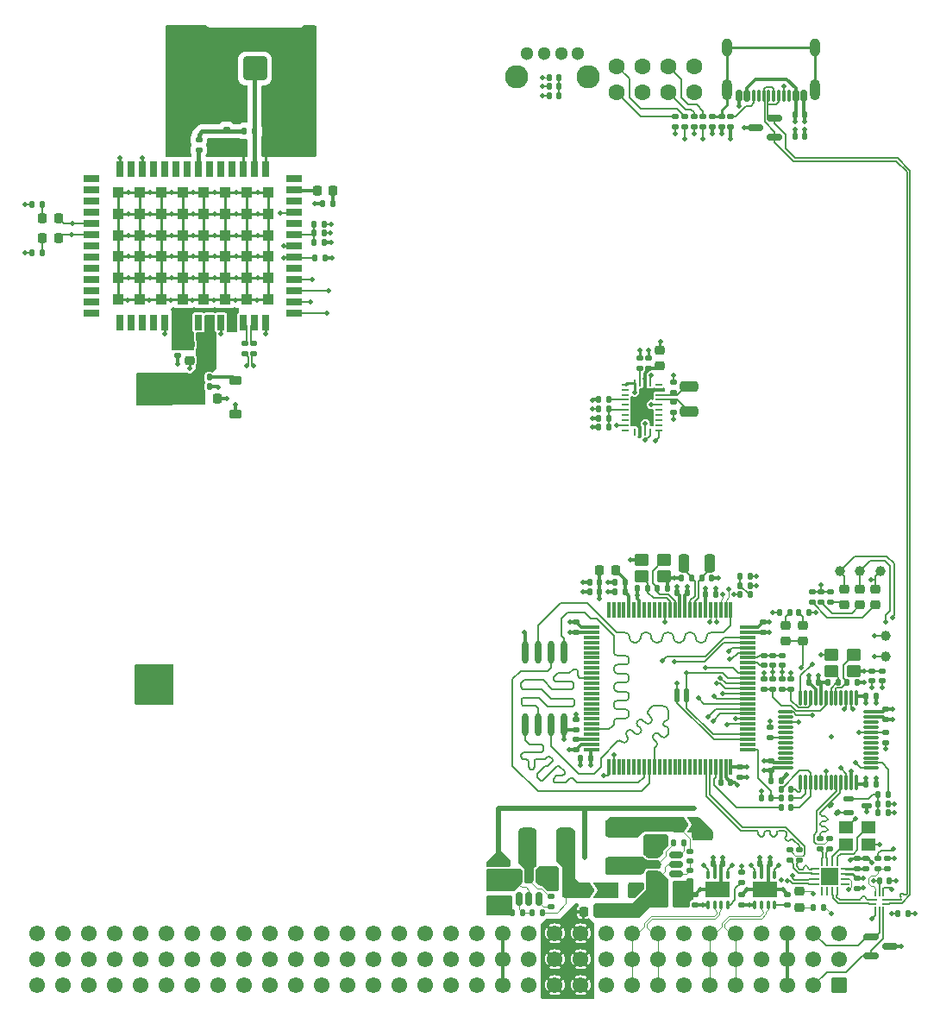
<source format=gbr>
%TF.GenerationSoftware,KiCad,Pcbnew,8.0.8-8.0.8-0~ubuntu22.04.1*%
%TF.CreationDate,2025-02-20T05:00:27+01:00*%
%TF.ProjectId,nav-module,6e61762d-6d6f-4647-956c-652e6b696361,1.0.0*%
%TF.SameCoordinates,Original*%
%TF.FileFunction,Copper,L1,Top*%
%TF.FilePolarity,Positive*%
%FSLAX46Y46*%
G04 Gerber Fmt 4.6, Leading zero omitted, Abs format (unit mm)*
G04 Created by KiCad (PCBNEW 8.0.8-8.0.8-0~ubuntu22.04.1) date 2025-02-20 05:00:27*
%MOMM*%
%LPD*%
G01*
G04 APERTURE LIST*
G04 Aperture macros list*
%AMRoundRect*
0 Rectangle with rounded corners*
0 $1 Rounding radius*
0 $2 $3 $4 $5 $6 $7 $8 $9 X,Y pos of 4 corners*
0 Add a 4 corners polygon primitive as box body*
4,1,4,$2,$3,$4,$5,$6,$7,$8,$9,$2,$3,0*
0 Add four circle primitives for the rounded corners*
1,1,$1+$1,$2,$3*
1,1,$1+$1,$4,$5*
1,1,$1+$1,$6,$7*
1,1,$1+$1,$8,$9*
0 Add four rect primitives between the rounded corners*
20,1,$1+$1,$2,$3,$4,$5,0*
20,1,$1+$1,$4,$5,$6,$7,0*
20,1,$1+$1,$6,$7,$8,$9,0*
20,1,$1+$1,$8,$9,$2,$3,0*%
%AMFreePoly0*
4,1,6,1.000000,0.000000,0.500000,-0.750000,-0.500000,-0.750000,-0.500000,0.750000,0.500000,0.750000,1.000000,0.000000,1.000000,0.000000,$1*%
%AMFreePoly1*
4,1,6,0.500000,-0.750000,-0.650000,-0.750000,-0.150000,0.000000,-0.650000,0.750000,0.500000,0.750000,0.500000,-0.750000,0.500000,-0.750000,$1*%
G04 Aperture macros list end*
%TA.AperFunction,EtchedComponent*%
%ADD10C,0.000000*%
%TD*%
%TA.AperFunction,SMDPad,CuDef*%
%ADD11RoundRect,0.250000X0.650000X0.250000X-0.650000X0.250000X-0.650000X-0.250000X0.650000X-0.250000X0*%
%TD*%
%TA.AperFunction,SMDPad,CuDef*%
%ADD12RoundRect,0.250001X0.999999X-0.499999X0.999999X0.499999X-0.999999X0.499999X-0.999999X-0.499999X0*%
%TD*%
%TA.AperFunction,SMDPad,CuDef*%
%ADD13FreePoly0,0.000000*%
%TD*%
%TA.AperFunction,SMDPad,CuDef*%
%ADD14FreePoly1,0.000000*%
%TD*%
%TA.AperFunction,SMDPad,CuDef*%
%ADD15C,1.000000*%
%TD*%
%TA.AperFunction,SMDPad,CuDef*%
%ADD16RoundRect,0.140000X-0.170000X0.140000X-0.170000X-0.140000X0.170000X-0.140000X0.170000X0.140000X0*%
%TD*%
%TA.AperFunction,ComponentPad*%
%ADD17C,1.600000*%
%TD*%
%TA.AperFunction,SMDPad,CuDef*%
%ADD18RoundRect,0.147500X0.147500X0.172500X-0.147500X0.172500X-0.147500X-0.172500X0.147500X-0.172500X0*%
%TD*%
%TA.AperFunction,SMDPad,CuDef*%
%ADD19RoundRect,0.140000X0.140000X0.170000X-0.140000X0.170000X-0.140000X-0.170000X0.140000X-0.170000X0*%
%TD*%
%TA.AperFunction,SMDPad,CuDef*%
%ADD20RoundRect,0.150000X0.587500X0.150000X-0.587500X0.150000X-0.587500X-0.150000X0.587500X-0.150000X0*%
%TD*%
%TA.AperFunction,SMDPad,CuDef*%
%ADD21RoundRect,0.140000X0.170000X-0.140000X0.170000X0.140000X-0.170000X0.140000X-0.170000X-0.140000X0*%
%TD*%
%TA.AperFunction,SMDPad,CuDef*%
%ADD22RoundRect,0.140000X-0.140000X-0.170000X0.140000X-0.170000X0.140000X0.170000X-0.140000X0.170000X0*%
%TD*%
%TA.AperFunction,SMDPad,CuDef*%
%ADD23RoundRect,0.220000X0.220000X0.255000X-0.220000X0.255000X-0.220000X-0.255000X0.220000X-0.255000X0*%
%TD*%
%TA.AperFunction,SMDPad,CuDef*%
%ADD24RoundRect,0.220000X0.255000X-0.220000X0.255000X0.220000X-0.255000X0.220000X-0.255000X-0.220000X0*%
%TD*%
%TA.AperFunction,SMDPad,CuDef*%
%ADD25RoundRect,0.225000X-0.375000X0.225000X-0.375000X-0.225000X0.375000X-0.225000X0.375000X0.225000X0*%
%TD*%
%TA.AperFunction,SMDPad,CuDef*%
%ADD26RoundRect,0.225000X-0.250000X0.225000X-0.250000X-0.225000X0.250000X-0.225000X0.250000X0.225000X0*%
%TD*%
%TA.AperFunction,SMDPad,CuDef*%
%ADD27R,0.663000X0.225000*%
%TD*%
%TA.AperFunction,SMDPad,CuDef*%
%ADD28R,0.563000X0.225000*%
%TD*%
%TA.AperFunction,SMDPad,CuDef*%
%ADD29R,0.225000X0.563000*%
%TD*%
%TA.AperFunction,SMDPad,CuDef*%
%ADD30RoundRect,0.150000X-0.512500X-0.150000X0.512500X-0.150000X0.512500X0.150000X-0.512500X0.150000X0*%
%TD*%
%TA.AperFunction,SMDPad,CuDef*%
%ADD31RoundRect,0.150000X-0.587500X-0.150000X0.587500X-0.150000X0.587500X0.150000X-0.587500X0.150000X0*%
%TD*%
%TA.AperFunction,ComponentPad*%
%ADD32RoundRect,0.200100X-0.949900X-0.949900X0.949900X-0.949900X0.949900X0.949900X-0.949900X0.949900X0*%
%TD*%
%TA.AperFunction,ComponentPad*%
%ADD33C,2.500000*%
%TD*%
%TA.AperFunction,SMDPad,CuDef*%
%ADD34RoundRect,0.220000X-0.255000X0.220000X-0.255000X-0.220000X0.255000X-0.220000X0.255000X0.220000X0*%
%TD*%
%TA.AperFunction,SMDPad,CuDef*%
%ADD35RoundRect,0.225000X0.225000X0.250000X-0.225000X0.250000X-0.225000X-0.250000X0.225000X-0.250000X0*%
%TD*%
%TA.AperFunction,SMDPad,CuDef*%
%ADD36RoundRect,0.250000X0.450000X0.350000X-0.450000X0.350000X-0.450000X-0.350000X0.450000X-0.350000X0*%
%TD*%
%TA.AperFunction,SMDPad,CuDef*%
%ADD37RoundRect,0.075000X-0.075000X0.662500X-0.075000X-0.662500X0.075000X-0.662500X0.075000X0.662500X0*%
%TD*%
%TA.AperFunction,SMDPad,CuDef*%
%ADD38RoundRect,0.075000X-0.662500X0.075000X-0.662500X-0.075000X0.662500X-0.075000X0.662500X0.075000X0*%
%TD*%
%TA.AperFunction,SMDPad,CuDef*%
%ADD39RoundRect,0.075000X-0.075000X0.725000X-0.075000X-0.725000X0.075000X-0.725000X0.075000X0.725000X0*%
%TD*%
%TA.AperFunction,SMDPad,CuDef*%
%ADD40RoundRect,0.075000X-0.725000X0.075000X-0.725000X-0.075000X0.725000X-0.075000X0.725000X0.075000X0*%
%TD*%
%TA.AperFunction,SMDPad,CuDef*%
%ADD41RoundRect,0.220000X-0.220000X-0.255000X0.220000X-0.255000X0.220000X0.255000X-0.220000X0.255000X0*%
%TD*%
%TA.AperFunction,SMDPad,CuDef*%
%ADD42RoundRect,0.150000X0.150000X0.425000X-0.150000X0.425000X-0.150000X-0.425000X0.150000X-0.425000X0*%
%TD*%
%TA.AperFunction,SMDPad,CuDef*%
%ADD43RoundRect,0.075000X0.075000X0.500000X-0.075000X0.500000X-0.075000X-0.500000X0.075000X-0.500000X0*%
%TD*%
%TA.AperFunction,ComponentPad*%
%ADD44O,1.000000X2.100000*%
%TD*%
%TA.AperFunction,ComponentPad*%
%ADD45O,1.000000X1.800000*%
%TD*%
%TA.AperFunction,SMDPad,CuDef*%
%ADD46RoundRect,0.225000X-0.225000X-0.250000X0.225000X-0.250000X0.225000X0.250000X-0.225000X0.250000X0*%
%TD*%
%TA.AperFunction,SMDPad,CuDef*%
%ADD47R,3.600000X2.600000*%
%TD*%
%TA.AperFunction,ComponentPad*%
%ADD48RoundRect,0.249999X0.525001X0.525001X-0.525001X0.525001X-0.525001X-0.525001X0.525001X-0.525001X0*%
%TD*%
%TA.AperFunction,ComponentPad*%
%ADD49C,1.550000*%
%TD*%
%TA.AperFunction,ComponentPad*%
%ADD50C,1.300000*%
%TD*%
%TA.AperFunction,ComponentPad*%
%ADD51C,2.286000*%
%TD*%
%TA.AperFunction,SMDPad,CuDef*%
%ADD52RoundRect,0.075000X-0.075000X0.350000X-0.075000X-0.350000X0.075000X-0.350000X0.075000X0.350000X0*%
%TD*%
%TA.AperFunction,HeatsinkPad*%
%ADD53R,2.400000X1.600000*%
%TD*%
%TA.AperFunction,SMDPad,CuDef*%
%ADD54RoundRect,0.250000X0.250000X-0.650000X0.250000X0.650000X-0.250000X0.650000X-0.250000X-0.650000X0*%
%TD*%
%TA.AperFunction,SMDPad,CuDef*%
%ADD55RoundRect,0.140000X0.219203X0.021213X0.021213X0.219203X-0.219203X-0.021213X-0.021213X-0.219203X0*%
%TD*%
%TA.AperFunction,SMDPad,CuDef*%
%ADD56R,0.800000X1.500000*%
%TD*%
%TA.AperFunction,SMDPad,CuDef*%
%ADD57R,1.500000X0.800000*%
%TD*%
%TA.AperFunction,SMDPad,CuDef*%
%ADD58R,1.100000X1.100000*%
%TD*%
%TA.AperFunction,SMDPad,CuDef*%
%ADD59R,1.400000X1.200000*%
%TD*%
%TA.AperFunction,SMDPad,CuDef*%
%ADD60RoundRect,0.225000X0.250000X-0.225000X0.250000X0.225000X-0.250000X0.225000X-0.250000X-0.225000X0*%
%TD*%
%TA.AperFunction,SMDPad,CuDef*%
%ADD61O,0.630000X2.250000*%
%TD*%
%TA.AperFunction,SMDPad,CuDef*%
%ADD62RoundRect,0.250001X-0.499999X-0.999999X0.499999X-0.999999X0.499999X0.999999X-0.499999X0.999999X0*%
%TD*%
%TA.AperFunction,SMDPad,CuDef*%
%ADD63RoundRect,0.062500X-0.062500X0.350000X-0.062500X-0.350000X0.062500X-0.350000X0.062500X0.350000X0*%
%TD*%
%TA.AperFunction,SMDPad,CuDef*%
%ADD64RoundRect,0.062500X-0.350000X0.062500X-0.350000X-0.062500X0.350000X-0.062500X0.350000X0.062500X0*%
%TD*%
%TA.AperFunction,HeatsinkPad*%
%ADD65R,1.700000X1.700000*%
%TD*%
%TA.AperFunction,SMDPad,CuDef*%
%ADD66C,0.500000*%
%TD*%
%TA.AperFunction,SMDPad,CuDef*%
%ADD67R,0.675000X0.254000*%
%TD*%
%TA.AperFunction,SMDPad,CuDef*%
%ADD68R,0.254000X0.675000*%
%TD*%
%TA.AperFunction,SMDPad,CuDef*%
%ADD69RoundRect,0.125000X0.345000X0.125000X-0.345000X0.125000X-0.345000X-0.125000X0.345000X-0.125000X0*%
%TD*%
%TA.AperFunction,SMDPad,CuDef*%
%ADD70RoundRect,0.150000X-0.150000X0.512500X-0.150000X-0.512500X0.150000X-0.512500X0.150000X0.512500X0*%
%TD*%
%TA.AperFunction,ViaPad*%
%ADD71C,0.500000*%
%TD*%
%TA.AperFunction,Conductor*%
%ADD72C,0.300000*%
%TD*%
%TA.AperFunction,Conductor*%
%ADD73C,0.150000*%
%TD*%
%TA.AperFunction,Conductor*%
%ADD74C,0.250000*%
%TD*%
%TA.AperFunction,Conductor*%
%ADD75C,0.200000*%
%TD*%
%TA.AperFunction,Conductor*%
%ADD76C,0.500000*%
%TD*%
%TA.AperFunction,Conductor*%
%ADD77C,0.100000*%
%TD*%
%TA.AperFunction,Conductor*%
%ADD78C,0.180000*%
%TD*%
%TA.AperFunction,Conductor*%
%ADD79C,0.120000*%
%TD*%
%TA.AperFunction,Conductor*%
%ADD80C,0.400000*%
%TD*%
G04 APERTURE END LIST*
D10*
%TA.AperFunction,EtchedComponent*%
%TO.C,NT400*%
G36*
X74610000Y33240000D02*
G01*
X74110000Y33240000D01*
X74110000Y34240000D01*
X74610000Y34240000D01*
X74610000Y33240000D01*
G37*
%TD.AperFunction*%
%TA.AperFunction,EtchedComponent*%
%TO.C,NT401*%
G36*
X73690000Y33260000D02*
G01*
X73190000Y33260000D01*
X73190000Y34260000D01*
X73690000Y34260000D01*
X73690000Y33260000D01*
G37*
%TD.AperFunction*%
%TD*%
D11*
%TO.P,X401,1,1*%
%TO.N,/IMU/OSC32_OUT*%
X74570000Y61600001D03*
%TO.P,X401,2,2*%
%TO.N,/IMU/OSC32_IN*%
X74570000Y64099999D03*
%TD*%
D12*
%TO.P,L301,1,1*%
%TO.N,/Power/SW_3V3*%
X67750720Y17013459D03*
%TO.P,L301,2,2*%
%TO.N,/Power/+3V3_UNPROTEC*%
X67750720Y20713459D03*
%TD*%
D13*
%TO.P,JP300,1,A*%
%TO.N,/Power/+5V_UNPROTEC*%
X64355000Y14610001D03*
D14*
%TO.P,JP300,2,B*%
%TO.N,+5V*%
X65805000Y14610001D03*
%TD*%
D15*
%TO.P,TP302,1,1*%
%TO.N,+3V3*%
X93380000Y45960001D03*
%TD*%
D16*
%TO.P,C417,1*%
%TO.N,+3V3*%
X24400000Y68099999D03*
%TO.P,C417,2*%
%TO.N,GND*%
X24400000Y67100001D03*
%TD*%
D17*
%TO.P,LED300,1*%
%TO.N,Net-(LED300-Pad1)*%
X67493600Y95500001D03*
%TO.P,LED300,2*%
%TO.N,GND*%
X70033600Y95500001D03*
%TO.P,LED300,3*%
%TO.N,Net-(LED300-Pad3)*%
X67493600Y92960001D03*
%TO.P,LED300,4*%
%TO.N,GND*%
X70033600Y92960001D03*
%TD*%
D18*
%TO.P,L400,1,1*%
%TO.N,/GPS-RTK/RF_IN*%
X31925000Y89130000D03*
%TO.P,L400,2,2*%
%TO.N,/GPS-RTK/RF_*%
X30955000Y89130000D03*
%TD*%
D16*
%TO.P,R903,1*%
%TO.N,/ST-LINK/ST-LINK.D+*%
X87480000Y19660001D03*
%TO.P,R903,2*%
%TO.N,/USB-hub/USBOUT1_R.D+*%
X87480000Y18660001D03*
%TD*%
D19*
%TO.P,R308,1*%
%TO.N,Net-(U302-PGANG)*%
X87830000Y12910001D03*
%TO.P,R308,2*%
%TO.N,Net-(D301-Pad1)*%
X86830000Y12910001D03*
%TD*%
D20*
%TO.P,U802,1,1*%
%TO.N,/USB/USB2S.D+*%
X83017500Y88520000D03*
%TO.P,U802,2,2*%
%TO.N,/USB/USB2S.D-*%
X83017500Y90420000D03*
%TO.P,U802,3,3*%
%TO.N,GND*%
X81142500Y89470000D03*
%TD*%
D16*
%TO.P,R418,1*%
%TO.N,/GPS-RTK/USB_GPS.D-*%
X30960000Y68309999D03*
%TO.P,R418,2*%
%TO.N,/USB-hub/USB_GPS_.D-*%
X30960000Y67310001D03*
%TD*%
D21*
%TO.P,C501,1*%
%TO.N,+3V3*%
X79730000Y13210001D03*
%TO.P,C501,2*%
%TO.N,GND*%
X79730000Y14210001D03*
%TD*%
D22*
%TO.P,R716,1*%
%TO.N,/MCU/SWD.SWDIO*%
X83630000Y22760001D03*
%TO.P,R716,2*%
%TO.N,Net-(U700-PB14)*%
X84630000Y22760001D03*
%TD*%
D16*
%TO.P,R306,1*%
%TO.N,/Power/+3V3_UNPROTEC*%
X74700720Y18463459D03*
%TO.P,R306,2*%
%TO.N,/Power/FB_3V3*%
X74700720Y17463459D03*
%TD*%
D23*
%TO.P,D405,1*%
%TO.N,Net-(D405-Pad1)*%
X39649999Y83310000D03*
%TO.P,D405,2*%
%TO.N,/GPS-RTK/TIMEPULSE*%
X38070001Y83310000D03*
%TD*%
D24*
%TO.P,D301,1*%
%TO.N,Net-(D301-Pad1)*%
X85480000Y12920001D03*
%TO.P,D301,2*%
%TO.N,+5V*%
X85480000Y14500001D03*
%TD*%
D25*
%TO.P,D408,1*%
%TO.N,Net-(D408-Pad1)*%
X30100000Y64650000D03*
%TO.P,D408,2*%
%TO.N,+3V3*%
X30100000Y61350000D03*
%TD*%
D23*
%TO.P,FB400,1*%
%TO.N,/MCU/+VDDA*%
X67370000Y46060001D03*
%TO.P,FB400,2*%
%TO.N,+3V3*%
X65790000Y46060001D03*
%TD*%
D21*
%TO.P,C601,1*%
%TO.N,+3V3*%
X75180000Y13210001D03*
%TO.P,C601,2*%
%TO.N,GND*%
X75180000Y14210001D03*
%TD*%
D19*
%TO.P,R301,1*%
%TO.N,/Power/FB_5V0*%
X58280000Y12413493D03*
%TO.P,R301,2*%
%TO.N,GND*%
X57280000Y12413493D03*
%TD*%
%TO.P,C408,1*%
%TO.N,+3V3*%
X65830000Y44810001D03*
%TO.P,C408,2*%
%TO.N,GND*%
X64830000Y44810001D03*
%TD*%
D21*
%TO.P,R600,1*%
%TO.N,Net-(U600-STB)*%
X79730000Y15360001D03*
%TO.P,R600,2*%
%TO.N,GND*%
X79730000Y16360001D03*
%TD*%
D22*
%TO.P,C400,1*%
%TO.N,+3V3*%
X76205000Y43635001D03*
%TO.P,C400,2*%
%TO.N,GND*%
X77205000Y43635001D03*
%TD*%
D26*
%TO.P,C1117,1*%
%TO.N,+3V3*%
X25560000Y68190000D03*
%TO.P,C1117,2*%
%TO.N,GND*%
X25560000Y66630000D03*
%TD*%
D19*
%TO.P,C313,1*%
%TO.N,/MCU/OSC32_OUT*%
X74880000Y45260001D03*
%TO.P,C313,2*%
%TO.N,GND*%
X73880000Y45260001D03*
%TD*%
D22*
%TO.P,R801,1*%
%TO.N,/USB/CC1*%
X84980000Y88610001D03*
%TO.P,R801,2*%
%TO.N,GND*%
X85980000Y88610001D03*
%TD*%
D19*
%TO.P,C600,1*%
%TO.N,GND*%
X77930000Y17260001D03*
%TO.P,C600,2*%
%TO.N,+5V*%
X76930000Y17260001D03*
%TD*%
%TO.P,C407,1*%
%TO.N,/MCU/+VDDA*%
X68305000Y43910001D03*
%TO.P,C407,2*%
%TO.N,GND*%
X67305000Y43910001D03*
%TD*%
D22*
%TO.P,C314,1*%
%TO.N,/MCU/OSC32_IN*%
X75830000Y45260001D03*
%TO.P,C314,2*%
%TO.N,GND*%
X76830000Y45260001D03*
%TD*%
D27*
%TO.P,U801,1,D+*%
%TO.N,/USB-hub/USBIN1.D+*%
X92761500Y13685001D03*
D28*
%TO.P,U801,2,D-*%
%TO.N,/USB-hub/USBIN1.D-*%
X92711500Y13285001D03*
D29*
%TO.P,U801,3,GND*%
%TO.N,GND*%
X92880000Y12716501D03*
%TO.P,U801,4,HSD1-*%
%TO.N,/Backplane/BACKPLANE.D-*%
X93280000Y12716501D03*
%TO.P,U801,5,HSD1+*%
%TO.N,/Backplane/BACKPLANE.D+*%
X93680000Y12716501D03*
D28*
%TO.P,U801,6,HSD2-*%
%TO.N,/USB/USB2S.D-*%
X93848500Y13285001D03*
%TO.P,U801,7,HSD2+*%
%TO.N,/USB/USB2S.D+*%
X93848500Y13685001D03*
D29*
%TO.P,U801,8,~{OE}*%
%TO.N,Net-(U801-~{OE})*%
X93680000Y14253501D03*
%TO.P,U801,9,VCC*%
%TO.N,+3V3*%
X93280000Y14253501D03*
%TO.P,U801,10,SEL*%
%TO.N,Net-(U801-SEL)*%
X92880000Y14253501D03*
%TD*%
D15*
%TO.P,TP701,1,1*%
%TO.N,/ST-LINK/STLINK_RX*%
X93880000Y37560001D03*
%TD*%
D26*
%TO.P,C304,1*%
%TO.N,+12V_FUSED*%
X55276542Y15073942D03*
%TO.P,C304,2*%
%TO.N,GND*%
X55276542Y13513942D03*
%TD*%
D16*
%TO.P,C305,1*%
%TO.N,GND*%
X56720000Y17213493D03*
%TO.P,C305,2*%
%TO.N,+12V_FUSED*%
X56720000Y16213493D03*
%TD*%
D19*
%TO.P,R404,1*%
%TO.N,/MCU/NRST*%
X80580000Y43640001D03*
%TO.P,R404,2*%
%TO.N,/MCU/SWD.~{RST}*%
X79580000Y43640001D03*
%TD*%
%TO.P,C421,1*%
%TO.N,/IMU/NRESET*%
X66737500Y60050002D03*
%TO.P,C421,2*%
%TO.N,GND*%
X65737502Y60050002D03*
%TD*%
D30*
%TO.P,U301,1,GND*%
%TO.N,GND*%
X71042500Y18116951D03*
%TO.P,U301,2,SW*%
%TO.N,/Power/SW_3V3*%
X71042500Y17166951D03*
%TO.P,U301,3,VIN*%
%TO.N,+12V_FUSED*%
X71042500Y16216951D03*
%TO.P,U301,4,VFB*%
%TO.N,/Power/FB_3V3*%
X73317500Y16216951D03*
%TO.P,U301,5,EN*%
%TO.N,+12V_FUSED*%
X73317500Y17166951D03*
%TO.P,U301,6,VBST*%
%TO.N,/Power/VBST_3V3*%
X73317500Y18116951D03*
%TD*%
D19*
%TO.P,C500,1*%
%TO.N,GND*%
X82530000Y17260001D03*
%TO.P,C500,2*%
%TO.N,+5V*%
X81530000Y17260001D03*
%TD*%
D16*
%TO.P,R902,1*%
%TO.N,/ST-LINK/ST-LINK.D-*%
X88380000Y19660001D03*
%TO.P,R902,2*%
%TO.N,/USB-hub/USBOUT1_R.D-*%
X88380000Y18660001D03*
%TD*%
D24*
%TO.P,D400,1*%
%TO.N,Net-(D400-Pad1)*%
X89870000Y42620001D03*
%TO.P,D400,2*%
%TO.N,+12V_FUSED*%
X89870000Y44200001D03*
%TD*%
D31*
%TO.P,U200,1,1*%
%TO.N,/Backplane/BACKPLANE.D-*%
X92462500Y10072500D03*
%TO.P,U200,2,2*%
%TO.N,/Backplane/BACKPLANE.D+*%
X92462500Y8172500D03*
%TO.P,U200,3,3*%
%TO.N,GND*%
X94337500Y9122500D03*
%TD*%
D16*
%TO.P,R700,1*%
%TO.N,+3V3*%
X81955000Y35360001D03*
%TO.P,R700,2*%
%TO.N,/ST-LINK/STLINK-RST*%
X81955000Y34360001D03*
%TD*%
D22*
%TO.P,R405,1*%
%TO.N,+3V3*%
X60858400Y92600000D03*
%TO.P,R405,2*%
%TO.N,/MCU/USR_BTN*%
X61858400Y92600000D03*
%TD*%
D21*
%TO.P,R409,1*%
%TO.N,+3V3*%
X75080000Y89560001D03*
%TO.P,R409,2*%
%TO.N,Net-(LED301-Pad3)*%
X75080000Y90560001D03*
%TD*%
%TO.P,R400,1*%
%TO.N,/MCU/USER_LED_1*%
X74180000Y89560001D03*
%TO.P,R400,2*%
%TO.N,Net-(LED300-Pad1)*%
X74180000Y90560001D03*
%TD*%
D32*
%TO.P,J400,1,In*%
%TO.N,/GPS-RTK/RF_IN*%
X31980000Y95270000D03*
D33*
%TO.P,J400,2,Ext*%
%TO.N,GND*%
X29440000Y97810000D03*
X29440000Y92730000D03*
X34520000Y97810000D03*
X34520000Y92730000D03*
%TD*%
D21*
%TO.P,R411,1*%
%TO.N,Net-(D401-Pad1)*%
X87580000Y42910001D03*
%TO.P,R411,2*%
%TO.N,GND*%
X87580000Y43910001D03*
%TD*%
D16*
%TO.P,R421,1*%
%TO.N,+3V3*%
X69750000Y66849998D03*
%TO.P,R421,2*%
%TO.N,Net-(U402-~{BOOT_LOAD_PIN})*%
X69750000Y65850000D03*
%TD*%
D19*
%TO.P,R423,1*%
%TO.N,Net-(D404-Pad1)*%
X11099999Y81900000D03*
%TO.P,R423,2*%
%TO.N,GND*%
X10100001Y81900000D03*
%TD*%
D16*
%TO.P,C410,1*%
%TO.N,/MCU/BOOT0*%
X83730000Y37685001D03*
%TO.P,C410,2*%
%TO.N,GND*%
X83730000Y36685001D03*
%TD*%
D34*
%TO.P,D701,1*%
%TO.N,Net-(D701-Pad1)*%
X85805000Y40625001D03*
%TO.P,D701,2*%
%TO.N,/ST-LINK/LED*%
X85805000Y39045001D03*
%TD*%
D19*
%TO.P,R414,1*%
%TO.N,/GPS-RTK/GPS_NRESET*%
X38760000Y79110000D03*
%TO.P,R414,2*%
%TO.N,/GPS-RTK/NRST*%
X37760002Y79110000D03*
%TD*%
D16*
%TO.P,R701,1*%
%TO.N,+3V3*%
X84630000Y35360001D03*
%TO.P,R701,2*%
%TO.N,Net-(U700-PA0)*%
X84630000Y34360001D03*
%TD*%
%TO.P,C405,1*%
%TO.N,+3V3*%
X81905000Y40935001D03*
%TO.P,C405,2*%
%TO.N,GND*%
X81905000Y39935001D03*
%TD*%
D35*
%TO.P,C301,1*%
%TO.N,/Power/+5V_UNPROTEC*%
X62810000Y15113493D03*
%TO.P,C301,2*%
%TO.N,GND*%
X61250000Y15113493D03*
%TD*%
D21*
%TO.P,C300,1*%
%TO.N,/Power/VBST_5V0*%
X61030000Y13003493D03*
%TO.P,C300,2*%
%TO.N,/Power/SW_5V0*%
X61030000Y14003493D03*
%TD*%
D24*
%TO.P,D402,1*%
%TO.N,Net-(D402-Pad1)*%
X92870000Y42620001D03*
%TO.P,D402,2*%
%TO.N,+3V3*%
X92870000Y44200001D03*
%TD*%
D36*
%TO.P,Y700,1,1*%
%TO.N,/ST-LINK/STLINK-OSC_IN*%
X90780000Y37760001D03*
%TO.P,Y700,2,2*%
%TO.N,GND*%
X88580000Y37760001D03*
%TO.P,Y700,3,3*%
%TO.N,/ST-LINK/STLINK-OSC_OUT*%
X88580000Y36160001D03*
%TO.P,Y700,4,4*%
%TO.N,GND*%
X90780000Y36160001D03*
%TD*%
D37*
%TO.P,U700,1,VBAT*%
%TO.N,+3V3*%
X91030000Y33522501D03*
%TO.P,U700,2,PC13*%
%TO.N,Net-(U700-PC13)*%
X90530000Y33522501D03*
%TO.P,U700,3,PC14*%
%TO.N,Net-(U700-PC14)*%
X90030000Y33522501D03*
%TO.P,U700,4,PC15*%
%TO.N,unconnected-(U700-PC15-Pad4)*%
X89530000Y33522501D03*
%TO.P,U700,5,PD0*%
%TO.N,/ST-LINK/STLINK-OSC_IN*%
X89030000Y33522501D03*
%TO.P,U700,6,PD1*%
%TO.N,/ST-LINK/STLINK-OSC_OUT*%
X88530000Y33522501D03*
%TO.P,U700,7,NRST*%
%TO.N,/ST-LINK/STLINK-RST*%
X88030000Y33522501D03*
%TO.P,U700,8,VSSA*%
%TO.N,GND*%
X87530000Y33522501D03*
%TO.P,U700,9,VDDA*%
%TO.N,+3V3*%
X87030000Y33522501D03*
%TO.P,U700,10,PA0*%
%TO.N,Net-(U700-PA0)*%
X86530000Y33522501D03*
%TO.P,U700,11,PA1*%
%TO.N,unconnected-(U700-PA1-Pad11)*%
X86030000Y33522501D03*
%TO.P,U700,12,PA2*%
%TO.N,/ST-LINK/STLINK_TX*%
X85530000Y33522501D03*
D38*
%TO.P,U700,13,PA3*%
%TO.N,/ST-LINK/STLINK_RX*%
X84117500Y32110001D03*
%TO.P,U700,14,PA4*%
%TO.N,unconnected-(U700-PA4-Pad14)*%
X84117500Y31610001D03*
%TO.P,U700,15,PA5*%
%TO.N,Net-(U700-PA5)*%
X84117500Y31110001D03*
%TO.P,U700,16,PA6*%
%TO.N,unconnected-(U700-PA6-Pad16)*%
X84117500Y30610001D03*
%TO.P,U700,17,PA7*%
%TO.N,unconnected-(U700-PA7-Pad17)*%
X84117500Y30110001D03*
%TO.P,U700,18,PB0*%
%TO.N,Net-(U700-PB0)*%
X84117500Y29610001D03*
%TO.P,U700,19,PB1*%
%TO.N,unconnected-(U700-PB1-Pad19)*%
X84117500Y29110001D03*
%TO.P,U700,20,PB2*%
%TO.N,unconnected-(U700-PB2-Pad20)*%
X84117500Y28610001D03*
%TO.P,U700,21,PB10*%
%TO.N,unconnected-(U700-PB10-Pad21)*%
X84117500Y28110001D03*
%TO.P,U700,22,PB11*%
%TO.N,unconnected-(U700-PB11-Pad22)*%
X84117500Y27610001D03*
%TO.P,U700,23,VSS*%
%TO.N,GND*%
X84117500Y27110001D03*
%TO.P,U700,24,VDD*%
%TO.N,+3V3*%
X84117500Y26610001D03*
D37*
%TO.P,U700,25,PB12*%
%TO.N,Net-(U700-PB12)*%
X85530000Y25197501D03*
%TO.P,U700,26,PB13*%
%TO.N,Net-(U700-PB13)*%
X86030000Y25197501D03*
%TO.P,U700,27,PB14*%
%TO.N,Net-(U700-PB14)*%
X86530000Y25197501D03*
%TO.P,U700,28,PB15*%
%TO.N,unconnected-(U700-PB15-Pad28)*%
X87030000Y25197501D03*
%TO.P,U700,29,PA8*%
%TO.N,unconnected-(U700-PA8-Pad29)*%
X87530000Y25197501D03*
%TO.P,U700,30,PA9*%
%TO.N,/ST-LINK/LED*%
X88030000Y25197501D03*
%TO.P,U700,31,PA10*%
%TO.N,/ST-LINK/SWO*%
X88530000Y25197501D03*
%TO.P,U700,32,PA11*%
%TO.N,/ST-LINK/ST-LINK.D-*%
X89030000Y25197501D03*
%TO.P,U700,33,PA12*%
%TO.N,/ST-LINK/ST-LINK.D+*%
X89530000Y25197501D03*
%TO.P,U700,34,PA13*%
%TO.N,/ST-LINK/DIO*%
X90030000Y25197501D03*
%TO.P,U700,35,VSS*%
%TO.N,GND*%
X90530000Y25197501D03*
%TO.P,U700,36,VDD*%
%TO.N,+3V3*%
X91030000Y25197501D03*
D38*
%TO.P,U700,37,PA14*%
%TO.N,/ST-LINK/CLK*%
X92442500Y26610001D03*
%TO.P,U700,38,PA15*%
%TO.N,/ST-LINK/USB_RENUM*%
X92442500Y27110001D03*
%TO.P,U700,39,PB3*%
%TO.N,unconnected-(U700-PB3-Pad39)*%
X92442500Y27610001D03*
%TO.P,U700,40,PB4*%
%TO.N,unconnected-(U700-PB4-Pad40)*%
X92442500Y28110001D03*
%TO.P,U700,41,PB5*%
%TO.N,unconnected-(U700-PB5-Pad41)*%
X92442500Y28610001D03*
%TO.P,U700,42,PB6*%
%TO.N,unconnected-(U700-PB6-Pad42)*%
X92442500Y29110001D03*
%TO.P,U700,43,PB7*%
%TO.N,unconnected-(U700-PB7-Pad43)*%
X92442500Y29610001D03*
%TO.P,U700,44,BOOT0*%
%TO.N,/ST-LINK/STLINK-BOOT0*%
X92442500Y30110001D03*
%TO.P,U700,45,PB8*%
%TO.N,unconnected-(U700-PB8-Pad45)*%
X92442500Y30610001D03*
%TO.P,U700,46,PB9*%
%TO.N,unconnected-(U700-PB9-Pad46)*%
X92442500Y31110001D03*
%TO.P,U700,47,VSS*%
%TO.N,GND*%
X92442500Y31610001D03*
%TO.P,U700,48,VDD*%
%TO.N,+3V3*%
X92442500Y32110001D03*
%TD*%
D15*
%TO.P,TP700,1,1*%
%TO.N,/ST-LINK/STLINK_TX*%
X93880000Y39560001D03*
%TD*%
D16*
%TO.P,C423,1*%
%TO.N,/IMU/OSC32_OUT*%
X73050002Y62499999D03*
%TO.P,C423,2*%
%TO.N,GND*%
X73050002Y61500001D03*
%TD*%
D22*
%TO.P,R707,1*%
%TO.N,+3V3*%
X83480000Y41910001D03*
%TO.P,R707,2*%
%TO.N,Net-(D700-Pad2)*%
X84480000Y41910001D03*
%TD*%
D39*
%TO.P,U400,1,PE2*%
%TO.N,/MCU/QSPI1.IO2*%
X78705000Y42110001D03*
%TO.P,U400,2,PE3*%
%TO.N,/MCU/USER_LED_1*%
X78205000Y42110001D03*
%TO.P,U400,3,PE4*%
%TO.N,/MCU/USER_LED_2*%
X77705000Y42110001D03*
%TO.P,U400,4,PE5*%
%TO.N,/MCU/STATUS_LED*%
X77205000Y42110001D03*
%TO.P,U400,5,PE6*%
%TO.N,/MCU/USR_BUTTON*%
X76705000Y42110001D03*
%TO.P,U400,6,VBAT*%
%TO.N,+3V3*%
X76205000Y42110001D03*
%TO.P,U400,7,PC13*%
%TO.N,unconnected-(U400-PC13-Pad7)*%
X75705000Y42110001D03*
%TO.P,U400,8,PC14*%
%TO.N,/MCU/OSC32_IN*%
X75205000Y42110001D03*
%TO.P,U400,9,PC15*%
%TO.N,/MCU/OSC32_OUT*%
X74705000Y42110001D03*
%TO.P,U400,10,VSS*%
%TO.N,GND*%
X74205000Y42110001D03*
%TO.P,U400,11,VDD*%
%TO.N,+3V3*%
X73705000Y42110001D03*
%TO.P,U400,12,PH0*%
%TO.N,/MCU/OSC_IN*%
X73205000Y42110001D03*
%TO.P,U400,13,PH1*%
%TO.N,/MCU/OSC_OUT*%
X72705000Y42110001D03*
%TO.P,U400,14,NRST*%
%TO.N,/MCU/SWD.~{RST}*%
X72205000Y42110001D03*
%TO.P,U400,15,PC0*%
%TO.N,unconnected-(U400-PC0-Pad15)*%
X71705000Y42110001D03*
%TO.P,U400,16,PC1*%
%TO.N,unconnected-(U400-PC1-Pad16)*%
X71205000Y42110001D03*
%TO.P,U400,17,PC2_C*%
%TO.N,unconnected-(U400-PC2_C-Pad17)*%
X70705000Y42110001D03*
%TO.P,U400,18,PC3_C*%
%TO.N,unconnected-(U400-PC3_C-Pad18)*%
X70205000Y42110001D03*
%TO.P,U400,19,VSSA*%
%TO.N,GND*%
X69705000Y42110001D03*
%TO.P,U400,20,VREF+*%
%TO.N,unconnected-(U400-VREF+-Pad20)*%
X69205000Y42110001D03*
%TO.P,U400,21,VDDA*%
%TO.N,/MCU/+VDDA*%
X68705000Y42110001D03*
%TO.P,U400,22,PA0*%
%TO.N,unconnected-(U400-PA0-Pad22)*%
X68205000Y42110001D03*
%TO.P,U400,23,PA1*%
%TO.N,unconnected-(U400-PA1-Pad23)*%
X67705000Y42110001D03*
%TO.P,U400,24,PA2*%
%TO.N,unconnected-(U400-PA2-Pad24)*%
X67205000Y42110001D03*
%TO.P,U400,25,PA3*%
%TO.N,unconnected-(U400-PA3-Pad25)*%
X66705000Y42110001D03*
D40*
%TO.P,U400,26,VSS*%
%TO.N,GND*%
X65030000Y40435001D03*
%TO.P,U400,27,VDD*%
%TO.N,+3V3*%
X65030000Y39935001D03*
%TO.P,U400,28,PA4*%
%TO.N,unconnected-(U400-PA4-Pad28)*%
X65030000Y39435001D03*
%TO.P,U400,29,PA5*%
%TO.N,unconnected-(U400-PA5-Pad29)*%
X65030000Y38935001D03*
%TO.P,U400,30,PA6*%
%TO.N,unconnected-(U400-PA6-Pad30)*%
X65030000Y38435001D03*
%TO.P,U400,31,PA7*%
%TO.N,unconnected-(U400-PA7-Pad31)*%
X65030000Y37935001D03*
%TO.P,U400,32,PC4*%
%TO.N,unconnected-(U400-PC4-Pad32)*%
X65030000Y37435001D03*
%TO.P,U400,33,PC5*%
%TO.N,unconnected-(U400-PC5-Pad33)*%
X65030000Y36935001D03*
%TO.P,U400,34,PB0*%
%TO.N,unconnected-(U400-PB0-Pad34)*%
X65030000Y36435001D03*
%TO.P,U400,35,PB1*%
%TO.N,unconnected-(U400-PB1-Pad35)*%
X65030000Y35935001D03*
%TO.P,U400,36,PB2*%
%TO.N,/MCU/QSPI1.SCLK*%
X65030000Y35435001D03*
%TO.P,U400,37,PE7*%
%TO.N,unconnected-(U400-PE7-Pad37)*%
X65030000Y34935001D03*
%TO.P,U400,38,PE8*%
%TO.N,unconnected-(U400-PE8-Pad38)*%
X65030000Y34435001D03*
%TO.P,U400,39,PE9*%
%TO.N,unconnected-(U400-PE9-Pad39)*%
X65030000Y33935001D03*
%TO.P,U400,40,PE10*%
%TO.N,unconnected-(U400-PE10-Pad40)*%
X65030000Y33435001D03*
%TO.P,U400,41,PE11*%
%TO.N,unconnected-(U400-PE11-Pad41)*%
X65030000Y32935001D03*
%TO.P,U400,42,PE12*%
%TO.N,unconnected-(U400-PE12-Pad42)*%
X65030000Y32435001D03*
%TO.P,U400,43,PE13*%
%TO.N,unconnected-(U400-PE13-Pad43)*%
X65030000Y31935001D03*
%TO.P,U400,44,PE14*%
%TO.N,unconnected-(U400-PE14-Pad44)*%
X65030000Y31435001D03*
%TO.P,U400,45,PE15*%
%TO.N,unconnected-(U400-PE15-Pad45)*%
X65030000Y30935001D03*
%TO.P,U400,46,PB10*%
%TO.N,/MCU/QSPI1.CS*%
X65030000Y30435001D03*
%TO.P,U400,47,PB11*%
%TO.N,unconnected-(U400-PB11-Pad47)*%
X65030000Y29935001D03*
%TO.P,U400,48,VCAP*%
%TO.N,/MCU/VCAP_1*%
X65030000Y29435001D03*
%TO.P,U400,49,VSS*%
%TO.N,GND*%
X65030000Y28935001D03*
%TO.P,U400,50,VDD*%
%TO.N,+3V3*%
X65030000Y28435001D03*
D39*
%TO.P,U400,51,PB12*%
%TO.N,/CAN transceiver 2/CAN.RX*%
X66705000Y26760001D03*
%TO.P,U400,52,PB13*%
%TO.N,/CAN transceiver 2/CAN.TX*%
X67205000Y26760001D03*
%TO.P,U400,53,PB14*%
%TO.N,unconnected-(U400-PB14-Pad53)*%
X67705000Y26760001D03*
%TO.P,U400,54,PB15*%
%TO.N,unconnected-(U400-PB15-Pad54)*%
X68205000Y26760001D03*
%TO.P,U400,55,PD8*%
%TO.N,unconnected-(U400-PD8-Pad55)*%
X68705000Y26760001D03*
%TO.P,U400,56,PD9*%
%TO.N,unconnected-(U400-PD9-Pad56)*%
X69205000Y26760001D03*
%TO.P,U400,57,PD10*%
%TO.N,unconnected-(U400-PD10-Pad57)*%
X69705000Y26760001D03*
%TO.P,U400,58,PD11*%
%TO.N,/MCU/QSPI1.IO0*%
X70205000Y26760001D03*
%TO.P,U400,59,PD12*%
%TO.N,/MCU/QSPI1.IO1*%
X70705000Y26760001D03*
%TO.P,U400,60,PD13*%
%TO.N,/MCU/QSPI1.IO3*%
X71205000Y26760001D03*
%TO.P,U400,61,PD14*%
%TO.N,unconnected-(U400-PD14-Pad61)*%
X71705000Y26760001D03*
%TO.P,U400,62,PD15*%
%TO.N,unconnected-(U400-PD15-Pad62)*%
X72205000Y26760001D03*
%TO.P,U400,63,PC6*%
%TO.N,unconnected-(U400-PC6-Pad63)*%
X72705000Y26760001D03*
%TO.P,U400,64,PC7*%
%TO.N,unconnected-(U400-PC7-Pad64)*%
X73205000Y26760001D03*
%TO.P,U400,65,PC8*%
%TO.N,unconnected-(U400-PC8-Pad65)*%
X73705000Y26760001D03*
%TO.P,U400,66,PC9*%
%TO.N,unconnected-(U400-PC9-Pad66)*%
X74205000Y26760001D03*
%TO.P,U400,67,PA8*%
%TO.N,unconnected-(U400-PA8-Pad67)*%
X74705000Y26760001D03*
%TO.P,U400,68,PA9*%
%TO.N,unconnected-(U400-PA9-Pad68)*%
X75205000Y26760001D03*
%TO.P,U400,69,PA10*%
%TO.N,unconnected-(U400-PA10-Pad69)*%
X75705000Y26760001D03*
%TO.P,U400,70,PA11*%
%TO.N,/MCU/USB_MCU.D-*%
X76205000Y26760001D03*
%TO.P,U400,71,PA12*%
%TO.N,/MCU/USB_MCU.D+*%
X76705000Y26760001D03*
%TO.P,U400,72,PA13*%
%TO.N,/MCU/SWD.SWDIO*%
X77205000Y26760001D03*
%TO.P,U400,73,VCAP*%
%TO.N,/MCU/VCAP_2*%
X77705000Y26760001D03*
%TO.P,U400,74,VSS*%
%TO.N,GND*%
X78205000Y26760001D03*
%TO.P,U400,75,VDD*%
%TO.N,+3V3*%
X78705000Y26760001D03*
D40*
%TO.P,U400,76,PA14*%
%TO.N,/MCU/SWD.SWCLK*%
X80380000Y28435001D03*
%TO.P,U400,77,PA15*%
%TO.N,unconnected-(U400-PA15-Pad77)*%
X80380000Y28935001D03*
%TO.P,U400,78,PC10*%
%TO.N,/GPS-RTK/GPS_UART.RX*%
X80380000Y29435001D03*
%TO.P,U400,79,PC11*%
%TO.N,/GPS-RTK/GPS_UART.TX*%
X80380000Y29935001D03*
%TO.P,U400,80,PC12*%
%TO.N,unconnected-(U400-PC12-Pad80)*%
X80380000Y30435001D03*
%TO.P,U400,81,PD0*%
%TO.N,/CAN transceiver 1/CAN.RX*%
X80380000Y30935001D03*
%TO.P,U400,82,PD1*%
%TO.N,/CAN transceiver 1/CAN.TX*%
X80380000Y31435001D03*
%TO.P,U400,83,PD2*%
%TO.N,/GPS-RTK/GPS_GEOFENCE_STAT*%
X80380000Y31935001D03*
%TO.P,U400,84,PD3*%
%TO.N,/GPS-RTK/GPS_RTK_STAT*%
X80380000Y32435001D03*
%TO.P,U400,85,PD4*%
%TO.N,/GPS-RTK/GPS_EXINTERUPT*%
X80380000Y32935001D03*
%TO.P,U400,86,PD5*%
%TO.N,/GPS-RTK/GPS_MODE_SELECT*%
X80380000Y33435001D03*
%TO.P,U400,87,PD6*%
%TO.N,/GPS-RTK/GPS_NRESET*%
X80380000Y33935001D03*
%TO.P,U400,88,PD7*%
%TO.N,/GPS-RTK/GPS_SPI.MOSI*%
X80380000Y34435001D03*
%TO.P,U400,89,PB3*%
%TO.N,/GPS-RTK/GPS_SPI.CLK*%
X80380000Y34935001D03*
%TO.P,U400,90,PB4*%
%TO.N,/GPS-RTK/GPS_SPI.MISO*%
X80380000Y35435001D03*
%TO.P,U400,91,PB5*%
%TO.N,/GPS-RTK/GPS_SPI.CS*%
X80380000Y35935001D03*
%TO.P,U400,92,PB6*%
%TO.N,unconnected-(U400-PB6-Pad92)*%
X80380000Y36435001D03*
%TO.P,U400,93,PB7*%
%TO.N,/MCU/BOOT_EN*%
X80380000Y36935001D03*
%TO.P,U400,94,BOOT0*%
%TO.N,/MCU/BOOT0*%
X80380000Y37435001D03*
%TO.P,U400,95,PB8*%
%TO.N,/IMU/IMU_I2C.SCL*%
X80380000Y37935001D03*
%TO.P,U400,96,PB9*%
%TO.N,/IMU/IMU_I2C.SDA*%
X80380000Y38435001D03*
%TO.P,U400,97,PE0*%
%TO.N,/IMU/IMU_EXINTERUPT*%
X80380000Y38935001D03*
%TO.P,U400,98,PE1*%
%TO.N,/IMU/IMU_NRESET*%
X80380000Y39435001D03*
%TO.P,U400,99,VSS*%
%TO.N,GND*%
X80380000Y39935001D03*
%TO.P,U400,100,VDD*%
%TO.N,+3V3*%
X80380000Y40435001D03*
%TD*%
D19*
%TO.P,C409,1*%
%TO.N,+3V3*%
X65830000Y43910001D03*
%TO.P,C409,2*%
%TO.N,GND*%
X64830000Y43910001D03*
%TD*%
%TO.P,C708,1*%
%TO.N,/ST-LINK/STLINK-OSC_OUT*%
X89230000Y35050001D03*
%TO.P,C708,2*%
%TO.N,GND*%
X88230000Y35050001D03*
%TD*%
D16*
%TO.P,R705,1*%
%TO.N,GND*%
X93530000Y36160001D03*
%TO.P,R705,2*%
%TO.N,Net-(U700-PC13)*%
X93530000Y35160001D03*
%TD*%
D19*
%TO.P,R425,1*%
%TO.N,Net-(D408-Pad1)*%
X27500000Y64950000D03*
%TO.P,R425,2*%
%TO.N,/GPS-RTK/V_BCKP*%
X26500002Y64950000D03*
%TD*%
D16*
%TO.P,R307,1*%
%TO.N,/Power/FB_3V3*%
X74700720Y16563459D03*
%TO.P,R307,2*%
%TO.N,GND*%
X74700720Y15563459D03*
%TD*%
D41*
%TO.P,D404,1*%
%TO.N,Net-(D404-Pad1)*%
X11110001Y80600000D03*
%TO.P,D404,2*%
%TO.N,/GPS-RTK/GPS_GEOFENCE_STAT*%
X12689999Y80600000D03*
%TD*%
D22*
%TO.P,R711,1*%
%TO.N,Net-(Q700-B)*%
X93180000Y23110001D03*
%TO.P,R711,2*%
%TO.N,GND*%
X94180000Y23110001D03*
%TD*%
%TO.P,R710,1*%
%TO.N,Net-(Q700-B)*%
X93180000Y24010001D03*
%TO.P,R710,2*%
%TO.N,/ST-LINK/USB_RENUM*%
X94180000Y24010001D03*
%TD*%
%TO.P,R715,1*%
%TO.N,/MCU/SWD.SWCLK*%
X83630000Y23635001D03*
%TO.P,R715,2*%
%TO.N,Net-(U700-PB13)*%
X84630000Y23635001D03*
%TD*%
D19*
%TO.P,R422,1*%
%TO.N,Net-(D403-Pad1)*%
X11109999Y77200000D03*
%TO.P,R422,2*%
%TO.N,GND*%
X10110001Y77200000D03*
%TD*%
D16*
%TO.P,C801,1*%
%TO.N,Net-(J800-SHIELD)*%
X76880000Y90560001D03*
%TO.P,C801,2*%
%TO.N,GND*%
X76880000Y89560001D03*
%TD*%
D15*
%TO.P,TP300,1,1*%
%TO.N,+12V_FUSED*%
X89380000Y45960001D03*
%TD*%
D21*
%TO.P,C402,1*%
%TO.N,+3V3*%
X63505000Y39935001D03*
%TO.P,C402,2*%
%TO.N,GND*%
X63505000Y40935001D03*
%TD*%
D16*
%TO.P,C419,1*%
%TO.N,GND*%
X29200000Y90299999D03*
%TO.P,C419,2*%
%TO.N,/GPS-RTK/RF_*%
X29200000Y89300001D03*
%TD*%
D13*
%TO.P,JP301,1,A*%
%TO.N,/Power/+3V3_UNPROTEC*%
X73600720Y21060001D03*
D14*
%TO.P,JP301,2,B*%
%TO.N,+3V3*%
X75050720Y21060001D03*
%TD*%
D42*
%TO.P,J800,A1,GND*%
%TO.N,GND*%
X85880000Y92570001D03*
%TO.P,J800,A4,VBUS*%
%TO.N,/USB/VBUS_IN*%
X85080000Y92570001D03*
D43*
%TO.P,J800,A5,CC1*%
%TO.N,/USB/CC1*%
X83930000Y92570001D03*
%TO.P,J800,A6,D+*%
%TO.N,/USB/USB2S.D+*%
X82930000Y92570001D03*
%TO.P,J800,A7,D-*%
%TO.N,/USB/USB2S.D-*%
X82430000Y92570001D03*
%TO.P,J800,A8,SBU1*%
%TO.N,unconnected-(J800-SBU1-PadA8)*%
X81430000Y92570001D03*
D42*
%TO.P,J800,A9,VBUS*%
%TO.N,/USB/VBUS_IN*%
X80280000Y92570001D03*
%TO.P,J800,A12,GND*%
%TO.N,GND*%
X79480000Y92570001D03*
%TO.P,J800,B1,GND*%
X79480000Y92570001D03*
%TO.P,J800,B4,VBUS*%
%TO.N,/USB/VBUS_IN*%
X80280000Y92570001D03*
D43*
%TO.P,J800,B5,CC2*%
%TO.N,/USB/CC2*%
X80930000Y92570001D03*
%TO.P,J800,B6,D+*%
%TO.N,/USB/USB2S.D+*%
X81930000Y92570001D03*
%TO.P,J800,B7,D-*%
%TO.N,/USB/USB2S.D-*%
X83430000Y92570001D03*
%TO.P,J800,B8,SBU2*%
%TO.N,unconnected-(J800-SBU2-PadB8)*%
X84430000Y92570001D03*
D42*
%TO.P,J800,B9,VBUS*%
%TO.N,/USB/VBUS_IN*%
X85080000Y92570001D03*
%TO.P,J800,B12,GND*%
%TO.N,GND*%
X85880000Y92570001D03*
D44*
%TO.P,J800,S1,SHIELD*%
%TO.N,Net-(J800-SHIELD)*%
X87000000Y93145001D03*
D45*
X87000000Y97325001D03*
D44*
X78360000Y93145001D03*
D45*
X78360000Y97325001D03*
%TD*%
D22*
%TO.P,C311,1*%
%TO.N,GND*%
X69900720Y15003459D03*
%TO.P,C311,2*%
%TO.N,+12V_FUSED*%
X70900720Y15003459D03*
%TD*%
%TO.P,C418,1*%
%TO.N,/GPS-RTK/NRST*%
X37760002Y80010000D03*
%TO.P,C418,2*%
%TO.N,GND*%
X38760000Y80010000D03*
%TD*%
D15*
%TO.P,TP301,1,1*%
%TO.N,+5V*%
X91380000Y45960001D03*
%TD*%
D22*
%TO.P,C707,1*%
%TO.N,/ST-LINK/STLINK-OSC_IN*%
X90130000Y35060001D03*
%TO.P,C707,2*%
%TO.N,GND*%
X91130000Y35060001D03*
%TD*%
D16*
%TO.P,R901,1*%
%TO.N,/MCU/USB_MCU.D+*%
X84530000Y18560001D03*
%TO.P,R901,2*%
%TO.N,/USB-hub/USB_MCU_R.D+*%
X84530000Y17560001D03*
%TD*%
D19*
%TO.P,R709,1*%
%TO.N,+5V*%
X94180000Y22210001D03*
%TO.P,R709,2*%
%TO.N,Net-(Q700-B)*%
X93180000Y22210001D03*
%TD*%
D16*
%TO.P,R805,1*%
%TO.N,Net-(J800-SHIELD)*%
X77780000Y90560001D03*
%TO.P,R805,2*%
%TO.N,GND*%
X77780000Y89560001D03*
%TD*%
%TO.P,R800,1*%
%TO.N,/USB/CC2*%
X78680000Y90560001D03*
%TO.P,R800,2*%
%TO.N,GND*%
X78680000Y89560001D03*
%TD*%
D46*
%TO.P,C310,1*%
%TO.N,+12V_FUSED*%
X72050720Y14803459D03*
%TO.P,C310,2*%
%TO.N,GND*%
X73610720Y14803459D03*
%TD*%
D16*
%TO.P,R402,1*%
%TO.N,/MCU/BOOT0*%
X82830000Y37685001D03*
%TO.P,R402,2*%
%TO.N,GND*%
X82830000Y36685001D03*
%TD*%
D21*
%TO.P,R702,1*%
%TO.N,GND*%
X93930000Y29110001D03*
%TO.P,R702,2*%
%TO.N,/ST-LINK/STLINK-BOOT0*%
X93930000Y30110001D03*
%TD*%
%TO.P,C422,1*%
%TO.N,+3V3*%
X70650000Y65850002D03*
%TO.P,C422,2*%
%TO.N,GND*%
X70650000Y66850000D03*
%TD*%
D46*
%TO.P,C309,1*%
%TO.N,+12V_FUSED*%
X72040271Y13560001D03*
%TO.P,C309,2*%
%TO.N,GND*%
X73600271Y13560001D03*
%TD*%
D21*
%TO.P,C900,1*%
%TO.N,Net-(U302-3V3)*%
X91080000Y16710001D03*
%TO.P,C900,2*%
%TO.N,GND*%
X91080000Y17710001D03*
%TD*%
D16*
%TO.P,C404,1*%
%TO.N,+3V3*%
X79605000Y26685001D03*
%TO.P,C404,2*%
%TO.N,GND*%
X79605000Y25685001D03*
%TD*%
%TO.P,R802,1*%
%TO.N,/USB/VBUS_IN*%
X93180000Y17760001D03*
%TO.P,R802,2*%
%TO.N,Net-(U801-SEL)*%
X93180000Y16760001D03*
%TD*%
D22*
%TO.P,C701,1*%
%TO.N,+3V3*%
X91980000Y33660001D03*
%TO.P,C701,2*%
%TO.N,GND*%
X92980000Y33660001D03*
%TD*%
D47*
%TO.P,BAT400,1,1*%
%TO.N,/GPS-RTK/V_BCKP*%
X22100000Y63500000D03*
%TO.P,BAT400,2,2*%
%TO.N,GND*%
X22100000Y34200000D03*
%TD*%
D19*
%TO.P,R300,1*%
%TO.N,/Power/+5V_UNPROTEC*%
X60180000Y12413493D03*
%TO.P,R300,2*%
%TO.N,/Power/FB_5V0*%
X59180000Y12413493D03*
%TD*%
D22*
%TO.P,R420,1*%
%TO.N,+3V3*%
X65737501Y60949999D03*
%TO.P,R420,2*%
%TO.N,/IMU/NRESET*%
X66737499Y60949999D03*
%TD*%
D48*
%TO.P,J200,a1,a1*%
%TO.N,GND*%
X89370000Y5310001D03*
D49*
%TO.P,J200,a2,a2*%
%TO.N,/Backplane/BACKPLANE.D+*%
X86830000Y5310001D03*
%TO.P,J200,a3,a3*%
%TO.N,+5V_STDBY*%
X84290000Y5310001D03*
%TO.P,J200,a4,a4*%
%TO.N,GND*%
X81750000Y5310001D03*
%TO.P,J200,a5,a5*%
%TO.N,/Backplane/CAN1.+*%
X79210000Y5310001D03*
%TO.P,J200,a6,a6*%
%TO.N,/Backplane/CAN1.-*%
X76670000Y5310001D03*
%TO.P,J200,a7,a7*%
%TO.N,GND*%
X74130000Y5310001D03*
%TO.P,J200,a8,a8*%
%TO.N,/Backplane/CAN2.+*%
X71590000Y5310001D03*
%TO.P,J200,a9,a9*%
%TO.N,/Backplane/CAN2.-*%
X69050000Y5310001D03*
%TO.P,J200,a10,a10*%
%TO.N,GND*%
X66510000Y5310001D03*
%TO.P,J200,a11,a11*%
%TO.N,+12V*%
X63970000Y5310001D03*
%TO.P,J200,a12,a12*%
X61430000Y5310001D03*
%TO.P,J200,a13,a13*%
%TO.N,GND*%
X58890000Y5310001D03*
%TO.P,J200,a14,a14*%
%TO.N,+24V*%
X56350000Y5310001D03*
%TO.P,J200,a15,a15*%
%TO.N,GND*%
X53810000Y5310001D03*
%TO.P,J200,a16,a16*%
%TO.N,/Backplane/GPIOL0*%
X51270000Y5310001D03*
%TO.P,J200,a17,a17*%
%TO.N,/Backplane/GPIOL1*%
X48730000Y5310001D03*
%TO.P,J200,a18,a18*%
%TO.N,/Backplane/GPIOL2*%
X46190000Y5310001D03*
%TO.P,J200,a19,a19*%
%TO.N,/Backplane/GPIOL3*%
X43650000Y5310001D03*
%TO.P,J200,a20,a20*%
%TO.N,/Backplane/GPIOL4*%
X41110000Y5310001D03*
%TO.P,J200,a21,a21*%
%TO.N,/Backplane/GPIOL5*%
X38570000Y5310001D03*
%TO.P,J200,a22,a22*%
%TO.N,/Backplane/GPIOL6*%
X36030000Y5310001D03*
%TO.P,J200,a23,a23*%
%TO.N,/Backplane/GPIOL7*%
X33490000Y5310001D03*
%TO.P,J200,a24,a24*%
%TO.N,/Backplane/GPIOL8*%
X30950000Y5310001D03*
%TO.P,J200,a25,a25*%
%TO.N,/Backplane/GPIOL9*%
X28410000Y5310001D03*
%TO.P,J200,a26,a26*%
%TO.N,/Backplane/GPIOL10*%
X25870000Y5310001D03*
%TO.P,J200,a27,a27*%
%TO.N,/Backplane/GPIOL11*%
X23330000Y5310001D03*
%TO.P,J200,a28,a28*%
%TO.N,/Backplane/GPIOL12*%
X20790000Y5310001D03*
%TO.P,J200,a29,a29*%
%TO.N,/Backplane/GPIOL13*%
X18250000Y5310001D03*
%TO.P,J200,a30,a30*%
%TO.N,/Backplane/GPIOL14*%
X15710000Y5310001D03*
%TO.P,J200,a31,a31*%
%TO.N,/Backplane/GPIOL15*%
X13170000Y5310001D03*
%TO.P,J200,a32,a32*%
%TO.N,GND*%
X10630000Y5310001D03*
%TO.P,J200,b1,b1*%
X89370000Y7850001D03*
%TO.P,J200,b2,b2*%
X86830000Y7850001D03*
%TO.P,J200,b3,b3*%
%TO.N,+5V_STDBY*%
X84290000Y7850001D03*
%TO.P,J200,b4,b4*%
%TO.N,GND*%
X81750000Y7850001D03*
%TO.P,J200,b5,b5*%
%TO.N,/Backplane/CAN1.+*%
X79210000Y7850001D03*
%TO.P,J200,b6,b6*%
%TO.N,/Backplane/CAN1.-*%
X76670000Y7850001D03*
%TO.P,J200,b7,b7*%
%TO.N,GND*%
X74130000Y7850001D03*
%TO.P,J200,b8,b8*%
%TO.N,/Backplane/CAN2.+*%
X71590000Y7850001D03*
%TO.P,J200,b9,b9*%
%TO.N,/Backplane/CAN2.-*%
X69050000Y7850001D03*
%TO.P,J200,b10,b10*%
%TO.N,GND*%
X66510000Y7850001D03*
%TO.P,J200,b11,b11*%
%TO.N,+12V*%
X63970000Y7850001D03*
%TO.P,J200,b12,b12*%
X61430000Y7850001D03*
%TO.P,J200,b13,b13*%
%TO.N,GND*%
X58890000Y7850001D03*
%TO.P,J200,b14,b14*%
%TO.N,+24V*%
X56350000Y7850001D03*
%TO.P,J200,b15,b15*%
%TO.N,GND*%
X53810000Y7850001D03*
%TO.P,J200,b16,b16*%
%TO.N,/Backplane/GPIOC0*%
X51270000Y7850001D03*
%TO.P,J200,b17,b17*%
%TO.N,/Backplane/GPIOC1*%
X48730000Y7850001D03*
%TO.P,J200,b18,b18*%
%TO.N,/Backplane/GPIOC2*%
X46190000Y7850001D03*
%TO.P,J200,b19,b19*%
%TO.N,/Backplane/GPIOC3*%
X43650000Y7850001D03*
%TO.P,J200,b20,b20*%
%TO.N,/Backplane/GPIOC4*%
X41110000Y7850001D03*
%TO.P,J200,b21,b21*%
%TO.N,/Backplane/GPIOC5*%
X38570000Y7850001D03*
%TO.P,J200,b22,b22*%
%TO.N,/Backplane/GPIOC6*%
X36030000Y7850001D03*
%TO.P,J200,b23,b23*%
%TO.N,/Backplane/GPIOC7*%
X33490000Y7850001D03*
%TO.P,J200,b24,b24*%
%TO.N,/Backplane/GPIOC8*%
X30950000Y7850001D03*
%TO.P,J200,b25,b25*%
%TO.N,/Backplane/GPIOC9*%
X28410000Y7850001D03*
%TO.P,J200,b26,b26*%
%TO.N,/Backplane/GPIOC10*%
X25870000Y7850001D03*
%TO.P,J200,b27,b27*%
%TO.N,/Backplane/GPIOC11*%
X23330000Y7850001D03*
%TO.P,J200,b28,b28*%
%TO.N,/Backplane/GPIOC12*%
X20790000Y7850001D03*
%TO.P,J200,b29,b29*%
%TO.N,/Backplane/GPIOC13*%
X18250000Y7850001D03*
%TO.P,J200,b30,b30*%
%TO.N,/Backplane/GPIOC14*%
X15710000Y7850001D03*
%TO.P,J200,b31,b31*%
%TO.N,/Backplane/GPIOC15*%
X13170000Y7850001D03*
%TO.P,J200,b32,b32*%
%TO.N,GND*%
X10630000Y7850001D03*
%TO.P,J200,c1,c1*%
X89370000Y10390001D03*
%TO.P,J200,c2,c2*%
%TO.N,/Backplane/BACKPLANE.D-*%
X86830000Y10390001D03*
%TO.P,J200,c3,c3*%
%TO.N,+5V_STDBY*%
X84290000Y10390001D03*
%TO.P,J200,c4,c4*%
%TO.N,GND*%
X81750000Y10390001D03*
%TO.P,J200,c5,c5*%
%TO.N,/Backplane/CAN1.+*%
X79210000Y10390001D03*
%TO.P,J200,c6,c6*%
%TO.N,/Backplane/CAN1.-*%
X76670000Y10390001D03*
%TO.P,J200,c7,c7*%
%TO.N,GND*%
X74130000Y10390001D03*
%TO.P,J200,c8,c8*%
%TO.N,/Backplane/CAN2.+*%
X71590000Y10390001D03*
%TO.P,J200,c9,c9*%
%TO.N,/Backplane/CAN2.-*%
X69050000Y10390001D03*
%TO.P,J200,c10,c10*%
%TO.N,GND*%
X66510000Y10390001D03*
%TO.P,J200,c11,c11*%
%TO.N,+12V*%
X63970000Y10390001D03*
%TO.P,J200,c12,c12*%
X61430000Y10390001D03*
%TO.P,J200,c13,c13*%
%TO.N,GND*%
X58890000Y10390001D03*
%TO.P,J200,c14,c14*%
%TO.N,+24V*%
X56350000Y10390001D03*
%TO.P,J200,c15,c15*%
%TO.N,GND*%
X53810000Y10390001D03*
%TO.P,J200,c16,c16*%
%TO.N,/Backplane/GPIOR0*%
X51270000Y10390001D03*
%TO.P,J200,c17,c17*%
%TO.N,/Backplane/GPIOR1*%
X48730000Y10390001D03*
%TO.P,J200,c18,c18*%
%TO.N,/Backplane/GPIOR2*%
X46190000Y10390001D03*
%TO.P,J200,c19,c19*%
%TO.N,/Backplane/GPIOR3*%
X43650000Y10390001D03*
%TO.P,J200,c20,c20*%
%TO.N,/Backplane/GPIOR4*%
X41110000Y10390001D03*
%TO.P,J200,c21,c21*%
%TO.N,/Backplane/GPIOR5*%
X38570000Y10390001D03*
%TO.P,J200,c22,c22*%
%TO.N,/Backplane/GPIOR6*%
X36030000Y10390001D03*
%TO.P,J200,c23,c23*%
%TO.N,/Backplane/GPIOR7*%
X33490000Y10390001D03*
%TO.P,J200,c24,c24*%
%TO.N,/Backplane/GPIOR8*%
X30950000Y10390001D03*
%TO.P,J200,c25,c25*%
%TO.N,/Backplane/GPIOR9*%
X28410000Y10390001D03*
%TO.P,J200,c26,c26*%
%TO.N,/Backplane/GPIOR10*%
X25870000Y10390001D03*
%TO.P,J200,c27,c27*%
%TO.N,/Backplane/GPIOR11*%
X23330000Y10390001D03*
%TO.P,J200,c28,c28*%
%TO.N,/Backplane/GPIOR12*%
X20790000Y10390001D03*
%TO.P,J200,c29,c29*%
%TO.N,/Backplane/GPIOR13*%
X18250000Y10390001D03*
%TO.P,J200,c30,c30*%
%TO.N,/Backplane/GPIOR14*%
X15710000Y10390001D03*
%TO.P,J200,c31,c31*%
%TO.N,/Backplane/GPIOR15*%
X13170000Y10390001D03*
%TO.P,J200,c32,c32*%
%TO.N,GND*%
X10630000Y10390001D03*
%TD*%
D19*
%TO.P,R413,1*%
%TO.N,+3V3*%
X38760000Y78210000D03*
%TO.P,R413,2*%
%TO.N,/GPS-RTK/NRST*%
X37760002Y78210000D03*
%TD*%
D22*
%TO.P,C700,1*%
%TO.N,+3V3*%
X82630000Y25410001D03*
%TO.P,C700,2*%
%TO.N,GND*%
X83630000Y25410001D03*
%TD*%
D21*
%TO.P,R500,1*%
%TO.N,Net-(U500-STB)*%
X84280000Y13210001D03*
%TO.P,R500,2*%
%TO.N,GND*%
X84280000Y14210001D03*
%TD*%
D19*
%TO.P,C406,1*%
%TO.N,/MCU/+VDDA*%
X68305000Y44810001D03*
%TO.P,C406,2*%
%TO.N,GND*%
X67305000Y44810001D03*
%TD*%
%TO.P,C411,1*%
%TO.N,/MCU/OSC_OUT*%
X70555000Y44260001D03*
%TO.P,C411,2*%
%TO.N,GND*%
X69555000Y44260001D03*
%TD*%
D16*
%TO.P,C704,1*%
%TO.N,+3V3*%
X93920000Y32362501D03*
%TO.P,C704,2*%
%TO.N,GND*%
X93920000Y31362501D03*
%TD*%
D19*
%TO.P,C425,1*%
%TO.N,Net-(U402-CAP)*%
X66749999Y62749999D03*
%TO.P,C425,2*%
%TO.N,GND*%
X65750001Y62749999D03*
%TD*%
D21*
%TO.P,C902,1*%
%TO.N,Net-(U302-3V3)*%
X91980000Y16710001D03*
%TO.P,C902,2*%
%TO.N,GND*%
X91980000Y17710001D03*
%TD*%
D22*
%TO.P,C312,1*%
%TO.N,+3V3*%
X93280000Y15510001D03*
%TO.P,C312,2*%
%TO.N,GND*%
X94280000Y15510001D03*
%TD*%
D21*
%TO.P,C702,1*%
%TO.N,+3V3*%
X82640000Y26357501D03*
%TO.P,C702,2*%
%TO.N,GND*%
X82640000Y27357501D03*
%TD*%
D16*
%TO.P,R706,1*%
%TO.N,GND*%
X92580000Y36160001D03*
%TO.P,R706,2*%
%TO.N,Net-(U700-PC14)*%
X92580000Y35160001D03*
%TD*%
D21*
%TO.P,R803,1*%
%TO.N,Net-(U801-SEL)*%
X94080000Y16760001D03*
%TO.P,R803,2*%
%TO.N,GND*%
X94080000Y17760001D03*
%TD*%
D46*
%TO.P,C426,1*%
%TO.N,/GPS-RTK/V_BCKP*%
X26720000Y62900000D03*
%TO.P,C426,2*%
%TO.N,GND*%
X28280000Y62900000D03*
%TD*%
D26*
%TO.P,C307,1*%
%TO.N,/Power/+3V3_UNPROTEC*%
X70738674Y21093459D03*
%TO.P,C307,2*%
%TO.N,GND*%
X70738674Y19533459D03*
%TD*%
D19*
%TO.P,C306,1*%
%TO.N,/Power/VBST_3V3*%
X74110720Y19313459D03*
%TO.P,C306,2*%
%TO.N,/Power/SW_3V3*%
X73110720Y19313459D03*
%TD*%
D21*
%TO.P,R401,1*%
%TO.N,/MCU/BOOT_EN*%
X81930000Y36685001D03*
%TO.P,R401,2*%
%TO.N,/MCU/BOOT0*%
X81930000Y37685001D03*
%TD*%
D41*
%TO.P,F300,1*%
%TO.N,+12V*%
X64240000Y12510001D03*
%TO.P,F300,2*%
%TO.N,+12V_FUSED*%
X65820000Y12510001D03*
%TD*%
D22*
%TO.P,R714,1*%
%TO.N,Net-(U700-PB14)*%
X83630000Y24510001D03*
%TO.P,R714,2*%
%TO.N,Net-(U700-PB12)*%
X84630000Y24510001D03*
%TD*%
D16*
%TO.P,R900,1*%
%TO.N,/MCU/USB_MCU.D-*%
X85430000Y18560001D03*
%TO.P,R900,2*%
%TO.N,/USB-hub/USB_MCU_R.D-*%
X85430000Y17560001D03*
%TD*%
D22*
%TO.P,C414,1*%
%TO.N,/MCU/VCAP_2*%
X77705000Y25235001D03*
%TO.P,C414,2*%
%TO.N,GND*%
X78705000Y25235001D03*
%TD*%
D50*
%TO.P,SW400,1*%
%TO.N,GND*%
X63710000Y96710001D03*
%TO.P,SW400,2*%
X62080000Y96710001D03*
%TO.P,SW400,3*%
%TO.N,/MCU/SWD.~{RST}*%
X60340000Y96710001D03*
%TO.P,SW400,4*%
%TO.N,/MCU/USR_BUTTON*%
X58710000Y96710001D03*
D51*
%TO.P,SW400,5*%
%TO.N,N/C*%
X64710000Y94460001D03*
%TO.P,SW400,6*%
X57710000Y94460001D03*
%TD*%
D52*
%TO.P,U600,1,TXD*%
%TO.N,/CAN transceiver 2/CAN.TX*%
X78405000Y16110001D03*
%TO.P,U600,2,GND*%
%TO.N,GND*%
X77755000Y16110001D03*
%TO.P,U600,3,VCC*%
%TO.N,+5V*%
X77105000Y16110001D03*
%TO.P,U600,4,RXD*%
%TO.N,/CAN transceiver 2/CAN.RX*%
X76455000Y16110001D03*
%TO.P,U600,5,VIO*%
%TO.N,+3V3*%
X76455000Y13210001D03*
%TO.P,U600,6,CANL*%
%TO.N,/Backplane/CAN2.-*%
X77105000Y13210001D03*
%TO.P,U600,7,CANH*%
%TO.N,/Backplane/CAN2.+*%
X77755000Y13210001D03*
%TO.P,U600,8,STB*%
%TO.N,Net-(U600-STB)*%
X78405000Y13210001D03*
D53*
%TO.P,U600,9,EP*%
%TO.N,GND*%
X77430000Y14660001D03*
%TD*%
D54*
%TO.P,X300,1,1*%
%TO.N,/MCU/OSC32_OUT*%
X74105000Y46735001D03*
%TO.P,X300,2,2*%
%TO.N,/MCU/OSC32_IN*%
X76605000Y46735001D03*
%TD*%
D19*
%TO.P,R406,1*%
%TO.N,/MCU/USR_BTN*%
X61858400Y94400000D03*
%TO.P,R406,2*%
%TO.N,/MCU/USR_BUTTON*%
X60858400Y94400000D03*
%TD*%
D21*
%TO.P,R412,1*%
%TO.N,Net-(D402-Pad1)*%
X86680000Y42910001D03*
%TO.P,R412,2*%
%TO.N,GND*%
X86680000Y43910001D03*
%TD*%
%TO.P,C706,1*%
%TO.N,/ST-LINK/STLINK-RST*%
X82830000Y34360001D03*
%TO.P,C706,2*%
%TO.N,GND*%
X82830000Y35360001D03*
%TD*%
D22*
%TO.P,C800,1*%
%TO.N,/USB/VBUS_IN*%
X84980000Y90760001D03*
%TO.P,C800,2*%
%TO.N,GND*%
X85980000Y90760001D03*
%TD*%
D35*
%TO.P,C302,1*%
%TO.N,/Power/+5V_UNPROTEC*%
X62810000Y16375539D03*
%TO.P,C302,2*%
%TO.N,GND*%
X61250000Y16375539D03*
%TD*%
D22*
%TO.P,R419,1*%
%TO.N,/IMU/IMU_NRESET*%
X65750001Y61849999D03*
%TO.P,R419,2*%
%TO.N,/IMU/NRESET*%
X66749999Y61849999D03*
%TD*%
D16*
%TO.P,R415,1*%
%TO.N,/GPS-RTK/RF_*%
X26470000Y88279999D03*
%TO.P,R415,2*%
%TO.N,/GPS-RTK/VCC_RF*%
X26470000Y87280001D03*
%TD*%
D22*
%TO.P,C401,1*%
%TO.N,+3V3*%
X73455000Y43810001D03*
%TO.P,C401,2*%
%TO.N,GND*%
X74455000Y43810001D03*
%TD*%
%TO.P,C705,1*%
%TO.N,+3V3*%
X86330000Y35050001D03*
%TO.P,C705,2*%
%TO.N,GND*%
X87330000Y35050001D03*
%TD*%
D55*
%TO.P,R712,1*%
%TO.N,Net-(Q700-E)*%
X89183553Y22256448D03*
%TO.P,R712,2*%
%TO.N,/ST-LINK/ST-LINK.D+*%
X88476447Y22963554D03*
%TD*%
D36*
%TO.P,X400,1,1*%
%TO.N,/MCU/OSC_IN*%
X72105000Y47035001D03*
%TO.P,X400,2,2*%
%TO.N,GND*%
X69905000Y47035001D03*
%TO.P,X400,3,3*%
%TO.N,/MCU/OSC_OUT*%
X69905000Y45435001D03*
%TO.P,X400,4,4*%
%TO.N,GND*%
X72105000Y45435001D03*
%TD*%
D56*
%TO.P,U401,1,GND*%
%TO.N,GND*%
X33060000Y85359998D03*
%TO.P,U401,2,RF_IN*%
%TO.N,/GPS-RTK/RF_IN*%
X31960000Y85359999D03*
%TO.P,U401,3,GND*%
%TO.N,GND*%
X30860000Y85359998D03*
%TO.P,U401,4,ANT_DETECT*%
%TO.N,unconnected-(U401-ANT_DETECT-Pad4)*%
X29760000Y85359999D03*
%TO.P,U401,5,ANT_OFF*%
%TO.N,unconnected-(U401-ANT_OFF-Pad5)*%
X28660000Y85359999D03*
%TO.P,U401,6,~{ANT_SHORT}*%
%TO.N,unconnected-(U401-~{ANT_SHORT}-Pad6)*%
X27560000Y85359999D03*
%TO.P,U401,7,VCC_RF*%
%TO.N,/GPS-RTK/VCC_RF*%
X26460000Y85359999D03*
%TO.P,U401,8,Reserved*%
%TO.N,unconnected-(U401-Reserved-Pad8)*%
X25360000Y85359999D03*
%TO.P,U401,9,Reserved*%
%TO.N,unconnected-(U401-Reserved-Pad9)*%
X24260000Y85359999D03*
%TO.P,U401,10,Reserved*%
%TO.N,unconnected-(U401-Reserved-Pad10)*%
X23160000Y85359999D03*
%TO.P,U401,11,Reserved*%
%TO.N,unconnected-(U401-Reserved-Pad11)*%
X22060000Y85359999D03*
%TO.P,U401,12,GND*%
%TO.N,GND*%
X20960000Y85359998D03*
%TO.P,U401,13,Reserved*%
%TO.N,unconnected-(U401-Reserved-Pad13)*%
X19860000Y85359999D03*
%TO.P,U401,14,GND*%
%TO.N,GND*%
X18760000Y85359998D03*
D57*
%TO.P,U401,15,Reserved*%
%TO.N,unconnected-(U401-Reserved-Pad15)*%
X15960000Y84459999D03*
%TO.P,U401,16,Reserved*%
%TO.N,unconnected-(U401-Reserved-Pad16)*%
X15960000Y83359999D03*
%TO.P,U401,17,Reserved*%
%TO.N,unconnected-(U401-Reserved-Pad17)*%
X15960000Y82259999D03*
%TO.P,U401,18,Reserved*%
%TO.N,unconnected-(U401-Reserved-Pad18)*%
X15960000Y81159999D03*
%TO.P,U401,19,GEOFENCE_STAT*%
%TO.N,/GPS-RTK/GPS_GEOFENCE_STAT*%
X15960000Y80059998D03*
%TO.P,U401,20,RTK_STAT*%
%TO.N,/GPS-RTK/GPS_RTK_STAT*%
X15960000Y78959999D03*
%TO.P,U401,21,Reserved*%
%TO.N,unconnected-(U401-Reserved-Pad21)*%
X15960001Y77859999D03*
%TO.P,U401,22,Reserved*%
%TO.N,unconnected-(U401-Reserved-Pad22)*%
X15960000Y76759999D03*
%TO.P,U401,23,Reserved*%
%TO.N,unconnected-(U401-Reserved-Pad23)*%
X15960000Y75660000D03*
%TO.P,U401,24,Reserved*%
%TO.N,unconnected-(U401-Reserved-Pad24)*%
X15960000Y74559999D03*
%TO.P,U401,25,Reserved*%
%TO.N,unconnected-(U401-Reserved-Pad25)*%
X15960000Y73459999D03*
%TO.P,U401,26,RXD2*%
%TO.N,unconnected-(U401-RXD2-Pad26)*%
X15960000Y72359999D03*
%TO.P,U401,27,TXD2*%
%TO.N,unconnected-(U401-TXD2-Pad27)*%
X15960000Y71259999D03*
D56*
%TO.P,U401,28,Reserved*%
%TO.N,unconnected-(U401-Reserved-Pad28)*%
X18760000Y70360000D03*
%TO.P,U401,29,Reserved*%
%TO.N,unconnected-(U401-Reserved-Pad29)*%
X19860000Y70359999D03*
%TO.P,U401,30,Reserved*%
%TO.N,unconnected-(U401-Reserved-Pad30)*%
X20960000Y70360000D03*
%TO.P,U401,31,Reserved*%
%TO.N,unconnected-(U401-Reserved-Pad31)*%
X22060000Y70359999D03*
%TO.P,U401,32,GND*%
%TO.N,GND*%
X23160000Y70359999D03*
%TO.P,U401,33,VCC*%
%TO.N,+3V3*%
X24260000Y70359999D03*
%TO.P,U401,34,VCC*%
X25360000Y70359999D03*
%TO.P,U401,35,Reserved*%
%TO.N,unconnected-(U401-Reserved-Pad35)*%
X26460000Y70359999D03*
%TO.P,U401,36,V_BCKP*%
%TO.N,/GPS-RTK/V_BCKP*%
X27560000Y70359999D03*
%TO.P,U401,37,GND*%
%TO.N,GND*%
X28660000Y70359999D03*
%TO.P,U401,38,V_USB*%
%TO.N,+3V3*%
X29760000Y70359999D03*
%TO.P,U401,39,USB_DM*%
%TO.N,/GPS-RTK/USB_GPS.D-*%
X30860000Y70360000D03*
%TO.P,U401,40,USB_DP*%
%TO.N,/GPS-RTK/USB_GPS.D+*%
X31960000Y70359999D03*
%TO.P,U401,41,GND*%
%TO.N,GND*%
X33060000Y70360000D03*
D57*
%TO.P,U401,42,TXD/SPI_MISO*%
%TO.N,/GPS-RTK/GPS_SPI.MISO*%
X35860000Y71259999D03*
%TO.P,U401,43,RXD/SPI_MOSI*%
%TO.N,/GPS-RTK/GPS_SPI.MOSI*%
X35860000Y72359999D03*
%TO.P,U401,44,SDA/~{SPI_CS}*%
%TO.N,/GPS-RTK/GPS_SPI.CS*%
X35860000Y73459999D03*
%TO.P,U401,45,SCL/SPI_CLK*%
%TO.N,/GPS-RTK/GPS_SPI.CLK*%
X35860000Y74559999D03*
%TO.P,U401,46,TX_READY*%
%TO.N,unconnected-(U401-TX_READY-Pad46)*%
X35860000Y75660000D03*
%TO.P,U401,47,D_SEL*%
%TO.N,/GPS-RTK/GPS_MODE_SELECT*%
X35860000Y76759999D03*
%TO.P,U401,48,GND*%
%TO.N,GND*%
X35859999Y77859999D03*
%TO.P,U401,49,~{RESET}*%
%TO.N,/GPS-RTK/NRST*%
X35860000Y78959999D03*
%TO.P,U401,50,~{SAFEBOOT}*%
%TO.N,unconnected-(U401-~{SAFEBOOT}-Pad50)*%
X35860000Y80059998D03*
%TO.P,U401,51,EXTINT*%
%TO.N,/GPS-RTK/GPS_EXINTERUPT*%
X35860000Y81159999D03*
%TO.P,U401,52,Reserved*%
%TO.N,unconnected-(U401-Reserved-Pad52)*%
X35860000Y82259999D03*
%TO.P,U401,53,TIMEPULSE*%
%TO.N,/GPS-RTK/TIMEPULSE*%
X35860000Y83359999D03*
%TO.P,U401,54,Reserved*%
%TO.N,unconnected-(U401-Reserved-Pad54)*%
X35860000Y84459999D03*
D58*
%TO.P,U401,55,GND*%
%TO.N,GND*%
X33260000Y83109999D03*
X31160000Y83109999D03*
X29060000Y83109999D03*
X26960001Y83109999D03*
X24859999Y83109999D03*
X22760000Y83109999D03*
X20660000Y83109999D03*
X18560000Y83109999D03*
X33260000Y81009999D03*
X31160000Y81009999D03*
X29060000Y81009999D03*
X22760000Y81009999D03*
X20660000Y81009999D03*
X18560000Y81009999D03*
X26960000Y81009998D03*
X24860000Y81009998D03*
X31160000Y78910000D03*
X20660000Y78910000D03*
X33260000Y78909999D03*
X29059999Y78909999D03*
X26960000Y78909999D03*
X24860000Y78909999D03*
X22760001Y78909999D03*
X18560000Y78909999D03*
X33260000Y76809999D03*
X29059999Y76809999D03*
X26960000Y76809999D03*
X24860000Y76809999D03*
X22760001Y76809999D03*
X18560000Y76809999D03*
X31160000Y76809998D03*
X20660000Y76809998D03*
X26960000Y74710000D03*
X24860000Y74710000D03*
X33260000Y74709999D03*
X31160000Y74709999D03*
X29060000Y74709999D03*
X22760000Y74709999D03*
X20660000Y74709999D03*
X18560000Y74709999D03*
X33260000Y72609999D03*
X31160000Y72609999D03*
X29060000Y72609999D03*
X26960001Y72609999D03*
X24859999Y72609999D03*
X22760000Y72609999D03*
X20660000Y72609999D03*
X18560000Y72609999D03*
%TD*%
D16*
%TO.P,R708,1*%
%TO.N,/MCU/SWD.~{RST}*%
X82530000Y30610001D03*
%TO.P,R708,2*%
%TO.N,Net-(U700-PB0)*%
X82530000Y29610001D03*
%TD*%
D19*
%TO.P,C403,1*%
%TO.N,+3V3*%
X64955000Y27535001D03*
%TO.P,C403,2*%
%TO.N,GND*%
X63955000Y27535001D03*
%TD*%
D21*
%TO.P,R410,1*%
%TO.N,Net-(D400-Pad1)*%
X88480000Y42910001D03*
%TO.P,R410,2*%
%TO.N,GND*%
X88480000Y43910001D03*
%TD*%
D22*
%TO.P,C427,1*%
%TO.N,/GPS-RTK/V_BCKP*%
X26500001Y64050000D03*
%TO.P,C427,2*%
%TO.N,GND*%
X27499999Y64050000D03*
%TD*%
D59*
%TO.P,Y900,1,1*%
%TO.N,Net-(U302-XO)*%
X92230000Y20810001D03*
%TO.P,Y900,2,2*%
%TO.N,GND*%
X90030000Y20810001D03*
%TO.P,Y900,3,3*%
%TO.N,Net-(U302-XI)*%
X90030000Y19110001D03*
%TO.P,Y900,4,4*%
%TO.N,GND*%
X92230000Y19110001D03*
%TD*%
D52*
%TO.P,U500,1,TXD*%
%TO.N,/CAN transceiver 1/CAN.TX*%
X83005000Y16110001D03*
%TO.P,U500,2,GND*%
%TO.N,GND*%
X82355000Y16110001D03*
%TO.P,U500,3,VCC*%
%TO.N,+5V*%
X81705000Y16110001D03*
%TO.P,U500,4,RXD*%
%TO.N,/CAN transceiver 1/CAN.RX*%
X81055000Y16110001D03*
%TO.P,U500,5,VIO*%
%TO.N,+3V3*%
X81055000Y13210001D03*
%TO.P,U500,6,CANL*%
%TO.N,/Backplane/CAN1.-*%
X81705000Y13210001D03*
%TO.P,U500,7,CANH*%
%TO.N,/Backplane/CAN1.+*%
X82355000Y13210001D03*
%TO.P,U500,8,STB*%
%TO.N,Net-(U500-STB)*%
X83005000Y13210001D03*
D53*
%TO.P,U500,9,EP*%
%TO.N,GND*%
X82030000Y14660001D03*
%TD*%
D22*
%TO.P,R713,1*%
%TO.N,Net-(D701-Pad1)*%
X85380000Y41910001D03*
%TO.P,R713,2*%
%TO.N,GND*%
X86380000Y41910001D03*
%TD*%
D60*
%TO.P,C420,1*%
%TO.N,+3V3*%
X71750000Y66069999D03*
%TO.P,C420,2*%
%TO.N,GND*%
X71750000Y67629999D03*
%TD*%
D22*
%TO.P,C412,1*%
%TO.N,/MCU/OSC_IN*%
X71455000Y44260001D03*
%TO.P,C412,2*%
%TO.N,GND*%
X72455000Y44260001D03*
%TD*%
%TO.P,C415,1*%
%TO.N,/MCU/NRST*%
X79590000Y45420001D03*
%TO.P,C415,2*%
%TO.N,GND*%
X80590000Y45420001D03*
%TD*%
D61*
%TO.P,U100,1,CS#*%
%TO.N,/MCU/QSPI1.CS*%
X62335000Y37965001D03*
%TO.P,U100,2,DO*%
%TO.N,/MCU/QSPI1.IO1*%
X61065000Y37965001D03*
%TO.P,U100,3,IO2*%
%TO.N,/MCU/QSPI1.IO2*%
X59785000Y37965001D03*
%TO.P,U100,4,GND*%
%TO.N,GND*%
X58515000Y37965001D03*
%TO.P,U100,5,DI*%
%TO.N,/MCU/QSPI1.IO0*%
X58515000Y30905001D03*
%TO.P,U100,6,CLK*%
%TO.N,/MCU/QSPI1.SCLK*%
X59785000Y30905001D03*
%TO.P,U100,7,IO3*%
%TO.N,/MCU/QSPI1.IO3*%
X61065000Y30905001D03*
%TO.P,U100,8,VCC*%
%TO.N,+3V3*%
X62335000Y30905001D03*
%TD*%
D24*
%TO.P,D700,1*%
%TO.N,/ST-LINK/LED*%
X84055000Y39045001D03*
%TO.P,D700,2*%
%TO.N,Net-(D700-Pad2)*%
X84055000Y40625001D03*
%TD*%
D16*
%TO.P,C413,1*%
%TO.N,/MCU/VCAP_1*%
X63505000Y29435001D03*
%TO.P,C413,2*%
%TO.N,GND*%
X63505000Y28435001D03*
%TD*%
D62*
%TO.P,L300,1,1*%
%TO.N,/Power/SW_5V0*%
X58730000Y19363493D03*
%TO.P,L300,2,2*%
%TO.N,/Power/+5V_UNPROTEC*%
X62430000Y19363493D03*
%TD*%
D21*
%TO.P,C100,1*%
%TO.N,+3V3*%
X63480000Y30360001D03*
%TO.P,C100,2*%
%TO.N,GND*%
X63480000Y31360001D03*
%TD*%
D16*
%TO.P,R416,1*%
%TO.N,/GPS-RTK/USB_GPS.D+*%
X31860000Y68309999D03*
%TO.P,R416,2*%
%TO.N,/USB-hub/USB_GPS_.D+*%
X31860000Y67310001D03*
%TD*%
D63*
%TO.P,U302,1,XO*%
%TO.N,Net-(U302-XO)*%
X89180000Y17435001D03*
%TO.P,U302,2,XI*%
%TO.N,Net-(U302-XI)*%
X88680000Y17435001D03*
%TO.P,U302,3,DM4*%
%TO.N,/USB-hub/USBOUT1_R.D-*%
X88180000Y17435001D03*
%TO.P,U302,4,DP4*%
%TO.N,/USB-hub/USBOUT1_R.D+*%
X87680000Y17435001D03*
D64*
%TO.P,U302,5,DM3*%
%TO.N,/USB-hub/USB_MCU_R.D-*%
X86967500Y16722501D03*
%TO.P,U302,6,DP3*%
%TO.N,/USB-hub/USB_MCU_R.D+*%
X86967500Y16222501D03*
%TO.P,U302,7,DM2*%
%TO.N,/USB-hub/USB_GPS_.D+*%
X86967500Y15722501D03*
%TO.P,U302,8,DP2*%
%TO.N,/USB-hub/USB_GPS_.D-*%
X86967500Y15222501D03*
D63*
%TO.P,U302,9,DM1*%
%TO.N,unconnected-(U302-DM1-Pad9)*%
X87680000Y14510001D03*
%TO.P,U302,10,DP1*%
%TO.N,unconnected-(U302-DP1-Pad10)*%
X88180000Y14510001D03*
%TO.P,U302,11,DMU*%
%TO.N,/USB-hub/USBIN1.D-*%
X88680000Y14510001D03*
%TO.P,U302,12,DPU*%
%TO.N,/USB-hub/USBIN1.D+*%
X89180000Y14510001D03*
D64*
%TO.P,U302,13,RESET*%
%TO.N,unconnected-(U302-RESET-Pad13)*%
X89892500Y15222501D03*
%TO.P,U302,14,PGANG*%
%TO.N,Net-(U302-PGANG)*%
X89892500Y15722501D03*
%TO.P,U302,15,5V*%
%TO.N,+5V*%
X89892500Y16222501D03*
%TO.P,U302,16,3V3*%
%TO.N,Net-(U302-3V3)*%
X89892500Y16722501D03*
D65*
%TO.P,U302,17,GND*%
%TO.N,GND*%
X88430000Y15972501D03*
%TD*%
D22*
%TO.P,C703,1*%
%TO.N,+3V3*%
X91980000Y25010001D03*
%TO.P,C703,2*%
%TO.N,GND*%
X92980000Y25010001D03*
%TD*%
D24*
%TO.P,D401,1*%
%TO.N,Net-(D401-Pad1)*%
X91380000Y42620001D03*
%TO.P,D401,2*%
%TO.N,+5V*%
X91380000Y44200001D03*
%TD*%
D21*
%TO.P,R408,1*%
%TO.N,/MCU/STATUS_LED*%
X75980000Y89560001D03*
%TO.P,R408,2*%
%TO.N,Net-(LED301-Pad1)*%
X75980000Y90560001D03*
%TD*%
D66*
%TO.P,NT400,1,1*%
%TO.N,/GPS-RTK/GPS_UART.TX*%
X74360000Y33240001D03*
%TO.P,NT400,2,2*%
%TO.N,/GPS-RTK/GPS_SPI.MISO*%
X74360000Y34239999D03*
%TD*%
D19*
%TO.P,R403,1*%
%TO.N,+3V3*%
X80590000Y44520001D03*
%TO.P,R403,2*%
%TO.N,/MCU/NRST*%
X79590000Y44520001D03*
%TD*%
D21*
%TO.P,R703,1*%
%TO.N,Net-(U700-PA0)*%
X83730000Y34360001D03*
%TO.P,R703,2*%
%TO.N,GND*%
X83730000Y35360001D03*
%TD*%
D26*
%TO.P,C308,1*%
%TO.N,/Power/+3V3_UNPROTEC*%
X72000720Y21093459D03*
%TO.P,C308,2*%
%TO.N,GND*%
X72000720Y19533459D03*
%TD*%
D41*
%TO.P,D403,1*%
%TO.N,Net-(D403-Pad1)*%
X11110001Y78600000D03*
%TO.P,D403,2*%
%TO.N,/GPS-RTK/GPS_RTK_STAT*%
X12689999Y78600000D03*
%TD*%
D19*
%TO.P,R424,1*%
%TO.N,Net-(D405-Pad1)*%
X39659999Y82010000D03*
%TO.P,R424,2*%
%TO.N,GND*%
X38660001Y82010000D03*
%TD*%
D67*
%TO.P,U402,1,PIN1*%
%TO.N,unconnected-(U402-PIN1-Pad1)*%
X71662500Y64250000D03*
D68*
%TO.P,U402,2,GND*%
%TO.N,GND*%
X70750001Y64387500D03*
%TO.P,U402,3,VDD*%
%TO.N,+3V3*%
X70250000Y64387500D03*
%TO.P,U402,4,~{BOOT_LOAD_PIN}*%
%TO.N,Net-(U402-~{BOOT_LOAD_PIN})*%
X69750000Y64387500D03*
%TO.P,U402,5,PS1*%
%TO.N,GND*%
X69249999Y64387500D03*
D67*
%TO.P,U402,6,PS0*%
X68337500Y64250000D03*
%TO.P,U402,7,PIN7*%
%TO.N,unconnected-(U402-PIN7-Pad7)*%
X68337500Y63750000D03*
%TO.P,U402,8,PIN8*%
%TO.N,unconnected-(U402-PIN8-Pad8)*%
X68337499Y63250000D03*
%TO.P,U402,9,CAP*%
%TO.N,Net-(U402-CAP)*%
X68337500Y62750000D03*
%TO.P,U402,10,BL_IND*%
%TO.N,unconnected-(U402-BL_IND-Pad10)*%
X68337500Y62250000D03*
%TO.P,U402,11,~{RESET}*%
%TO.N,/IMU/NRESET*%
X68337500Y61750000D03*
%TO.P,U402,12,PIN12*%
%TO.N,unconnected-(U402-PIN12-Pad12)*%
X68337500Y61250000D03*
%TO.P,U402,13,PIN13*%
%TO.N,unconnected-(U402-PIN13-Pad13)*%
X68337499Y60750000D03*
%TO.P,U402,14,INT*%
%TO.N,/IMU/IMU_EXINTERUPT*%
X68337500Y60250000D03*
%TO.P,U402,15,PIN15*%
%TO.N,unconnected-(U402-PIN15-Pad15)*%
X68337500Y59750000D03*
D68*
%TO.P,U402,16,PIN16*%
%TO.N,unconnected-(U402-PIN16-Pad16)*%
X69249999Y59612500D03*
%TO.P,U402,17,COM3*%
%TO.N,+3V3*%
X69750000Y59612500D03*
%TO.P,U402,18,COM2*%
%TO.N,GND*%
X70250000Y59612500D03*
%TO.P,U402,19,COM1*%
%TO.N,/IMU/IMU_I2C.SCL*%
X70750001Y59612500D03*
D67*
%TO.P,U402,20,COM0*%
%TO.N,/IMU/IMU_I2C.SDA*%
X71662500Y59750000D03*
%TO.P,U402,21,PIN21*%
%TO.N,unconnected-(U402-PIN21-Pad21)*%
X71662500Y60250000D03*
%TO.P,U402,22,PIN22*%
%TO.N,unconnected-(U402-PIN22-Pad22)*%
X71662501Y60750000D03*
%TO.P,U402,23,PIN23*%
%TO.N,unconnected-(U402-PIN23-Pad23)*%
X71662500Y61250000D03*
%TO.P,U402,24,PIN24*%
%TO.N,unconnected-(U402-PIN24-Pad24)*%
X71662500Y61750000D03*
%TO.P,U402,25,GNDIO*%
%TO.N,GND*%
X71662500Y62250000D03*
%TO.P,U402,26,XOUT32*%
%TO.N,/IMU/OSC32_OUT*%
X71662500Y62750000D03*
%TO.P,U402,27,XIN32*%
%TO.N,/IMU/OSC32_IN*%
X71662501Y63250000D03*
%TO.P,U402,28,VDDIO*%
%TO.N,+3V3*%
X71662500Y63750000D03*
%TD*%
D66*
%TO.P,NT401,1,1*%
%TO.N,/GPS-RTK/GPS_UART.RX*%
X73440000Y33260001D03*
%TO.P,NT401,2,2*%
%TO.N,/GPS-RTK/GPS_SPI.MOSI*%
X73440000Y34259999D03*
%TD*%
D21*
%TO.P,R407,1*%
%TO.N,/MCU/USER_LED_2*%
X73280000Y89560001D03*
%TO.P,R407,2*%
%TO.N,Net-(LED300-Pad3)*%
X73280000Y90560001D03*
%TD*%
%TO.P,C424,1*%
%TO.N,/IMU/OSC32_IN*%
X73050002Y63450001D03*
%TO.P,C424,2*%
%TO.N,GND*%
X73050002Y64449999D03*
%TD*%
D69*
%TO.P,Q700,1,B*%
%TO.N,Net-(Q700-B)*%
X90230000Y23560001D03*
%TO.P,Q700,2,E*%
%TO.N,Net-(Q700-E)*%
X90230000Y22260001D03*
%TO.P,Q700,3,C*%
%TO.N,+3V3*%
X92030000Y22910001D03*
%TD*%
D16*
%TO.P,C904,1*%
%TO.N,+5V*%
X91080000Y15760001D03*
%TO.P,C904,2*%
%TO.N,GND*%
X91080000Y14760001D03*
%TD*%
D19*
%TO.P,C416,1*%
%TO.N,/MCU/USR_BTN*%
X61858400Y93500000D03*
%TO.P,C416,2*%
%TO.N,GND*%
X60858400Y93500000D03*
%TD*%
D22*
%TO.P,R804,1*%
%TO.N,Net-(U801-~{OE})*%
X95080000Y12360001D03*
%TO.P,R804,2*%
%TO.N,GND*%
X96080000Y12360001D03*
%TD*%
D70*
%TO.P,U300,1,GND*%
%TO.N,GND*%
X59833492Y16071713D03*
%TO.P,U300,2,SW*%
%TO.N,/Power/SW_5V0*%
X58883492Y16071713D03*
%TO.P,U300,3,VIN*%
%TO.N,+12V_FUSED*%
X57933492Y16071713D03*
%TO.P,U300,4,VFB*%
%TO.N,/Power/FB_5V0*%
X57933492Y13796713D03*
%TO.P,U300,5,EN*%
%TO.N,+12V_FUSED*%
X58883492Y13796713D03*
%TO.P,U300,6,VBST*%
%TO.N,/Power/VBST_5V0*%
X59833492Y13796713D03*
%TD*%
D19*
%TO.P,R417,1*%
%TO.N,+3V3*%
X38859999Y76710000D03*
%TO.P,R417,2*%
%TO.N,/GPS-RTK/GPS_MODE_SELECT*%
X37860001Y76710000D03*
%TD*%
D26*
%TO.P,C303,1*%
%TO.N,+12V_FUSED*%
X56520000Y15063493D03*
%TO.P,C303,2*%
%TO.N,GND*%
X56520000Y13503493D03*
%TD*%
D17*
%TO.P,LED301,1*%
%TO.N,Net-(LED301-Pad1)*%
X72543600Y95500001D03*
%TO.P,LED301,2*%
%TO.N,GND*%
X75083600Y95500001D03*
%TO.P,LED301,3*%
%TO.N,Net-(LED301-Pad3)*%
X72543600Y92960001D03*
%TO.P,LED301,4*%
%TO.N,GND*%
X75083600Y92960001D03*
%TD*%
D22*
%TO.P,R704,1*%
%TO.N,Net-(U700-PA5)*%
X81680000Y23635001D03*
%TO.P,R704,2*%
%TO.N,/MCU/SWD.SWCLK*%
X82680000Y23635001D03*
%TD*%
D71*
%TO.N,+3V3*%
X75930000Y13210001D03*
X39460001Y78210000D03*
X60228400Y92600000D03*
X91980000Y25660001D03*
X81955000Y35960001D03*
X69800000Y67599999D03*
X70200000Y62499999D03*
X64955000Y26885001D03*
X81220000Y44520001D03*
X75980000Y19785001D03*
X92680000Y15510001D03*
X92430000Y45110001D03*
X92030000Y22310001D03*
X94580000Y32362501D03*
X75280000Y19785001D03*
X75980000Y20660001D03*
X62905000Y39935001D03*
X81980000Y26357501D03*
X69500000Y61399999D03*
X88530000Y29710001D03*
X82505000Y40935001D03*
X65830000Y43210001D03*
X70200001Y61400000D03*
X86330000Y35710001D03*
X91980000Y33010001D03*
X84630000Y35985001D03*
X26000000Y71600000D03*
X82855000Y41910001D03*
X76205000Y44235001D03*
X62330000Y29460001D03*
X24000000Y71600000D03*
X30000000Y71600000D03*
X69500000Y62500000D03*
X28000000Y71600000D03*
X80530000Y13210001D03*
X30100000Y62300000D03*
X39560000Y76710000D03*
X76655000Y19785001D03*
X73455000Y44410001D03*
X80255000Y26685001D03*
X75080000Y88910001D03*
X65100000Y60900000D03*
%TO.N,GND*%
X66680000Y43910001D03*
X26200000Y91770318D03*
X36600000Y94200000D03*
X30143330Y76810000D03*
X69555000Y43585001D03*
X27800000Y88000000D03*
X60228400Y93500000D03*
X25909998Y74710000D03*
X55930000Y20260001D03*
X35000000Y88600000D03*
X64330000Y22660001D03*
X66680000Y44810001D03*
X37398430Y89374479D03*
X24998430Y89374479D03*
X21641143Y72562846D03*
X90530000Y26323785D03*
X34200000Y90200000D03*
X21676666Y76810000D03*
X88980000Y16510001D03*
X65530000Y22660001D03*
X23800000Y94200000D03*
X29200000Y62900000D03*
X23160000Y69210000D03*
X70500720Y18763459D03*
X27200000Y91000000D03*
X36600000Y87000000D03*
X30143330Y81010000D03*
X95460000Y9140000D03*
X65100000Y60100000D03*
X87880000Y16510001D03*
X9400000Y81900000D03*
X21676666Y74710000D03*
X76880000Y88910001D03*
X55930000Y17860001D03*
X34200000Y87000000D03*
X30200000Y88000000D03*
X92980000Y25660001D03*
X26200000Y95000000D03*
X74480000Y14860001D03*
X35798430Y89374479D03*
X35800000Y87800000D03*
X20960000Y86510000D03*
X70330000Y22660001D03*
X23800000Y92600000D03*
X70900000Y62300000D03*
X57130000Y22660001D03*
X28600000Y88000000D03*
X37400000Y98200000D03*
X35000000Y87800000D03*
X90955000Y21610001D03*
X25909998Y78910000D03*
X66730000Y22660001D03*
X71150720Y18763459D03*
X37400000Y95800000D03*
X27991141Y72562846D03*
X36600000Y87800000D03*
X25000000Y87000000D03*
X25909998Y76810000D03*
X69280000Y15010001D03*
X32260000Y78910000D03*
X33198430Y89374479D03*
X70300000Y60400001D03*
X63480000Y31900000D03*
X73930000Y22660001D03*
X37400000Y92600000D03*
X19560000Y81010000D03*
X23800000Y97400000D03*
X36600000Y88600000D03*
X36600000Y95000000D03*
X64330000Y19060001D03*
X37400000Y87800000D03*
X36600000Y93400000D03*
X58330000Y22660001D03*
X23800000Y91770318D03*
X73050002Y60850001D03*
X28400000Y64000000D03*
X30143330Y83109999D03*
X75680000Y14660001D03*
X25000000Y96600000D03*
X81980000Y27357501D03*
X64205000Y44810001D03*
X28660000Y69210000D03*
X36600000Y90200000D03*
X32224477Y72562846D03*
X27200000Y91770318D03*
X77455000Y45260001D03*
X80255000Y25685001D03*
X68830000Y47035001D03*
X25000000Y92600000D03*
X22400000Y36200000D03*
X87005000Y41910001D03*
X35000000Y87000000D03*
X87530000Y37760001D03*
X91780000Y35060001D03*
X27200000Y95000000D03*
X73155000Y45260001D03*
X23793332Y81010000D03*
X28600000Y87200000D03*
X27200000Y93400000D03*
X58470000Y39940000D03*
X32260000Y83109999D03*
X23800000Y88600000D03*
X28200000Y90200000D03*
X34200000Y87800000D03*
X23798430Y89374479D03*
X37400000Y93400000D03*
X26200000Y92600000D03*
X74480000Y13610001D03*
X60730000Y22660001D03*
X55080000Y12610001D03*
X25000000Y95000000D03*
X26200000Y94200000D03*
X77205000Y44235001D03*
X88980000Y15460001D03*
X37400000Y87000000D03*
X25909998Y83109999D03*
X28026664Y81010000D03*
X26200000Y95800000D03*
X36600000Y92600000D03*
X37400000Y95000000D03*
X59530000Y22660001D03*
X79380000Y24960001D03*
X25000000Y91000000D03*
X94780000Y23110001D03*
X28026664Y74710000D03*
X23793332Y78910000D03*
X92530000Y17360001D03*
X87580000Y44560001D03*
X28026664Y76810000D03*
X30143330Y74710000D03*
X79730000Y17010001D03*
X35800000Y88600000D03*
X71800720Y18763459D03*
X36600000Y91000000D03*
X64205000Y43935001D03*
X27200000Y94200000D03*
X30200000Y87200000D03*
X37400000Y91770318D03*
X23200000Y36200000D03*
X64330000Y17860001D03*
X28026664Y78910000D03*
X35000000Y90200000D03*
X23800000Y87800000D03*
X82830000Y36010001D03*
X23800000Y91000000D03*
X64330000Y20260001D03*
X27200000Y92600000D03*
X37860000Y82010000D03*
X77780000Y88910001D03*
X91780000Y36160001D03*
X80040000Y89470000D03*
X30940000Y90290000D03*
X37400000Y91000000D03*
X93930000Y28460001D03*
X24400000Y66290000D03*
X78680000Y88360001D03*
X69130000Y22660001D03*
X29400000Y87200000D03*
X23800000Y98200000D03*
X94580000Y31362501D03*
X35800000Y90200000D03*
X29438824Y88025672D03*
X94730000Y17760001D03*
X94930000Y15510001D03*
X21676666Y78910000D03*
X37400000Y88600000D03*
X72730000Y22660001D03*
X19560000Y74710000D03*
X70600000Y67600000D03*
X71800001Y68500001D03*
X18760000Y86510000D03*
X25000000Y87800000D03*
X39460001Y80010000D03*
X26200000Y97400000D03*
X32260000Y81010000D03*
X36600000Y98200000D03*
X20800000Y36200000D03*
X23757809Y72562846D03*
X19560000Y76810000D03*
X23800000Y87000000D03*
X34198430Y89374479D03*
X25000000Y90200000D03*
X74455000Y44410001D03*
X32260000Y74710000D03*
X36598430Y89374479D03*
X34200000Y88600000D03*
X82530000Y17860001D03*
X26200000Y90200000D03*
X37400000Y96600000D03*
X25000000Y91770318D03*
X75130000Y22660001D03*
X25000000Y88600000D03*
X23800000Y95800000D03*
X26200000Y91000000D03*
X36600000Y96600000D03*
X34840000Y77830000D03*
X23793332Y76810000D03*
X30170000Y90260000D03*
X65100000Y62700000D03*
X23800000Y93400000D03*
X79480000Y91610001D03*
X32260000Y76810000D03*
X21600000Y36200000D03*
X63955000Y26885001D03*
X33200000Y90200000D03*
X30107807Y72562846D03*
X25560000Y65810000D03*
X25000000Y93400000D03*
X37400000Y94200000D03*
X37400000Y90200000D03*
X82505000Y39935001D03*
X73050001Y65149999D03*
X25000000Y98200000D03*
X77930000Y17860001D03*
X81220000Y45420001D03*
X83621074Y15604126D03*
X90430000Y17560001D03*
X35800000Y87000000D03*
X56583492Y12621713D03*
X87880000Y15460001D03*
X25000000Y97400000D03*
X27200000Y95800000D03*
X91730000Y14860001D03*
X36600000Y91770318D03*
X21676666Y83109999D03*
X25000000Y94200000D03*
X71530000Y22660001D03*
X33200000Y87800000D03*
X9410000Y77200000D03*
X61930000Y22660001D03*
X30860000Y87000000D03*
X19524477Y72562846D03*
X33200000Y88600000D03*
X60480000Y16613493D03*
X69258595Y63503513D03*
X27800000Y87200000D03*
X63130000Y22660001D03*
X36600000Y95800000D03*
X27200000Y96600000D03*
X26200000Y93400000D03*
X55930000Y19060001D03*
X67930000Y22660001D03*
X55830000Y12610001D03*
X60480000Y15313493D03*
X23800000Y95000000D03*
X27200000Y97400000D03*
X55930000Y21460001D03*
X23800000Y96600000D03*
X96780000Y12360001D03*
X62855000Y28435001D03*
X26200000Y96600000D03*
X87330000Y35710001D03*
X25000000Y95800000D03*
X62905000Y40935001D03*
X83830000Y14660001D03*
X27200000Y98200000D03*
X25909998Y81010000D03*
X70850001Y65149999D03*
X30143330Y78910000D03*
X33060000Y69210000D03*
X92580000Y11860001D03*
X33060000Y87000000D03*
X74480000Y14210001D03*
X23793332Y74710000D03*
X85980000Y89260001D03*
X85980000Y90060001D03*
X23800000Y90200000D03*
X36600000Y97400000D03*
X84180000Y25960001D03*
X27200000Y90200000D03*
X93330000Y19110001D03*
X21676666Y81010000D03*
X23793332Y83109999D03*
X60480000Y15963493D03*
X83730000Y36010001D03*
X28026664Y83109999D03*
X26200000Y98200000D03*
X64330000Y21460001D03*
X37400000Y97400000D03*
X55930000Y22660001D03*
X25874475Y72562846D03*
X34998430Y89374479D03*
X19560000Y78910000D03*
X92980000Y33010001D03*
X19560000Y83109999D03*
X80280000Y14660001D03*
%TO.N,+5V*%
X66755000Y14260001D03*
X94780000Y22210001D03*
X76930000Y17860001D03*
X67405000Y14960001D03*
X93930000Y40910001D03*
X91730000Y15760000D03*
X67405000Y14260001D03*
X86830000Y14260001D03*
X66755000Y14960001D03*
X81530000Y17860001D03*
%TO.N,/ST-LINK/LED*%
X85580000Y36485001D03*
X88030000Y26335001D03*
%TO.N,/ST-LINK/STLINK-BOOT0*%
X91305000Y30110001D03*
%TO.N,/ST-LINK/DIO*%
X89505000Y26610001D03*
%TO.N,/ST-LINK/CLK*%
X90980000Y27110001D03*
%TO.N,+12V_FUSED*%
X55081270Y15923942D03*
X94580000Y41360001D03*
X66755000Y12260001D03*
X66755000Y12960001D03*
X67405000Y12960001D03*
X56005000Y15910001D03*
X67405000Y12260001D03*
X55580000Y16410001D03*
%TO.N,/ST-LINK/STLINK_RX*%
X86730000Y31785001D03*
X92830000Y37560001D03*
%TO.N,/USB/VBUS_IN*%
X84980000Y90060001D03*
X94680000Y18660001D03*
%TO.N,/ST-LINK/STLINK_TX*%
X92830000Y39560001D03*
X86705000Y36835001D03*
%TO.N,/MCU/USR_BUTTON*%
X76605000Y40935001D03*
X60168600Y94385799D03*
%TO.N,/MCU/SWD.~{RST}*%
X72205001Y40910001D03*
X82530000Y31240001D03*
X79007238Y43640001D03*
%TO.N,Net-(U302-PGANG)*%
X90230000Y14660001D03*
X88530000Y12360001D03*
%TO.N,Net-(U700-PA5)*%
X85330000Y31110001D03*
X81684124Y24384124D03*
%TO.N,Net-(U700-PC13)*%
X90730000Y32360001D03*
X93530000Y34510001D03*
%TO.N,Net-(U700-PC14)*%
X89855000Y32360001D03*
X92580000Y34510001D03*
%TO.N,/CAN transceiver 1/CAN.TX*%
X83405000Y17035001D03*
X79180000Y31435001D03*
%TO.N,/CAN transceiver 1/CAN.RX*%
X78330000Y30910001D03*
X80655000Y17035001D03*
%TO.N,/CAN transceiver 2/CAN.TX*%
X78805000Y17035001D03*
X67205000Y27885001D03*
%TO.N,/CAN transceiver 2/CAN.RX*%
X66230000Y25860001D03*
X76055000Y17035001D03*
%TO.N,/USB/CC1*%
X83930000Y93560001D03*
X84980000Y89260001D03*
%TO.N,Net-(U801-~{OE})*%
X94480000Y14710001D03*
X94480000Y12360001D03*
%TO.N,/MCU/USER_LED_1*%
X74180000Y88360001D03*
X78480000Y44160001D03*
%TO.N,/MCU/USER_LED_2*%
X77930000Y43660001D03*
X73280000Y88910001D03*
%TO.N,/MCU/STATUS_LED*%
X75980000Y88360001D03*
X77305000Y40935001D03*
%TO.N,/USB-hub/USB_GPS_.D+*%
X31825000Y66060074D03*
X84729810Y16029810D03*
%TO.N,/USB-hub/USB_GPS_.D-*%
X84270190Y15570190D03*
X31175000Y66060074D03*
%TO.N,/GPS-RTK/GPS_SPI.CLK*%
X37600000Y74559999D03*
X77670000Y35480000D03*
%TO.N,/GPS-RTK/GPS_SPI.CS*%
X76190000Y36490000D03*
X39200000Y73459999D03*
%TO.N,/GPS-RTK/GPS_NRESET*%
X39380000Y79110000D03*
X77890000Y33935001D03*
%TO.N,/IMU/IMU_NRESET*%
X65140000Y61840000D03*
X71934124Y37124124D03*
%TO.N,/GPS-RTK/GPS_EXINTERUPT*%
X34510000Y81090000D03*
X75550000Y33465000D03*
%TO.N,/GPS-RTK/GPS_MODE_SELECT*%
X77060000Y33650000D03*
X34790000Y76710000D03*
%TO.N,/GPS-RTK/GPS_SPI.MISO*%
X74340000Y35960000D03*
X39075000Y71259999D03*
%TO.N,/GPS-RTK/GPS_GEOFENCE_STAT*%
X14100000Y80059998D03*
X76965000Y31185000D03*
%TO.N,/GPS-RTK/GPS_RTK_STAT*%
X76450000Y31620000D03*
X14000000Y78959999D03*
%TO.N,/IMU/IMU_I2C.SDA*%
X71300000Y58700000D03*
X78510000Y38110000D03*
%TO.N,/IMU/IMU_I2C.SCL*%
X78620000Y37320000D03*
X70310000Y58800000D03*
%TO.N,/IMU/IMU_EXINTERUPT*%
X67470000Y60250000D03*
X73160000Y37075000D03*
%TO.N,/GPS-RTK/GPS_SPI.MOSI*%
X77297248Y34947497D03*
X37400000Y72359999D03*
X73440000Y34920000D03*
%TD*%
D72*
%TO.N,+3V3*%
X91980000Y25010001D02*
X91217500Y25010001D01*
X81055000Y13210001D02*
X79730000Y13210001D01*
X70650000Y65850003D02*
X71530001Y65850001D01*
X38859999Y76710000D02*
X39560000Y76710000D01*
X62335000Y29465001D02*
X62330000Y29460001D01*
X73455000Y43810001D02*
X73705000Y43560001D01*
D73*
X92870000Y45450001D02*
X93380000Y45960001D01*
D72*
X79605000Y26685001D02*
X80255000Y26685001D01*
X76205000Y43635001D02*
X76205000Y44235001D01*
D73*
X84630000Y35985001D02*
X84630000Y35360001D01*
X75080000Y89560001D02*
X75080000Y88910001D01*
D72*
X79605000Y26685001D02*
X78780000Y26685001D01*
X91980000Y33660001D02*
X91167500Y33660001D01*
X62330000Y29460001D02*
X62330000Y30900001D01*
X63480000Y30360001D02*
X62880000Y30360001D01*
X82630000Y26347501D02*
X82640000Y26357501D01*
D73*
X80590000Y44520001D02*
X81220000Y44520001D01*
D72*
X76205000Y42110001D02*
X76205000Y43635001D01*
X64955000Y27535001D02*
X64955000Y28360001D01*
X87030000Y33522501D02*
X87030000Y34350001D01*
X65830000Y43910001D02*
X65830000Y43210001D01*
X81980000Y26357501D02*
X82640000Y26357501D01*
X93667500Y32110001D02*
X93920000Y32362501D01*
X82630000Y25410001D02*
X82630000Y26347501D01*
X91167500Y33660001D02*
X91030000Y33522501D01*
X25460000Y70260000D02*
X25360000Y70360000D01*
X86330000Y35710001D02*
X86330000Y35050001D01*
X82892500Y26610001D02*
X82640000Y26357501D01*
X73705000Y43560001D02*
X73705000Y42110001D01*
X65737501Y60949999D02*
X65149999Y60949999D01*
X65790000Y46060001D02*
X65830000Y46020001D01*
D74*
X69750001Y67550002D02*
X69800000Y67599999D01*
D72*
X62335000Y30905001D02*
X62335000Y29465001D01*
X30100000Y61350000D02*
X30100000Y62300000D01*
X92442500Y32110001D02*
X93667500Y32110001D01*
X70650000Y65727817D02*
X70650000Y65850003D01*
X86340000Y35050001D02*
X86330000Y35050001D01*
X65830000Y44810001D02*
X65830000Y43910001D01*
X92030000Y22310001D02*
X92030000Y22910001D01*
X64955000Y28360001D02*
X65030000Y28435001D01*
X24490001Y68190000D02*
X24400000Y68099999D01*
X70250002Y63950001D02*
X70250001Y65327818D01*
D74*
X69750001Y66850000D02*
X69750001Y67550002D01*
D72*
X87030000Y34350001D02*
X86330000Y35050001D01*
X81905000Y40935001D02*
X82505000Y40935001D01*
X62330000Y30900001D02*
X62335000Y30905001D01*
X63505000Y39935001D02*
X62905000Y39935001D01*
D75*
X93280000Y15160001D02*
X93280000Y15510001D01*
X93280000Y15160001D02*
X93280000Y14347501D01*
D72*
X65149999Y60949999D02*
X65100000Y60900000D01*
X64955000Y27535001D02*
X64955000Y26885001D01*
X84117500Y26610001D02*
X82892500Y26610001D01*
X63505000Y39935001D02*
X65030000Y39935001D01*
D75*
X92680000Y15510001D02*
X93280000Y15510001D01*
D72*
X70250000Y64387500D02*
X70250002Y63950001D01*
X91217500Y25010001D02*
X91030000Y25197501D01*
X25360000Y68509999D02*
X25460000Y68410000D01*
D73*
X92870000Y45110001D02*
X92870000Y45450001D01*
X81955000Y35960001D02*
X81955000Y35360001D01*
X83480000Y41910001D02*
X82855000Y41910001D01*
D72*
X94580000Y32362501D02*
X93920000Y32362501D01*
X91980000Y33010001D02*
X91980000Y33660001D01*
X76455000Y13210001D02*
X75180000Y13210001D01*
X73455000Y43810001D02*
X73455000Y44410001D01*
D73*
X92870000Y44200001D02*
X92870000Y45110001D01*
D72*
X62880000Y30360001D02*
X62330000Y30360001D01*
X38760000Y78210000D02*
X39460001Y78210000D01*
D73*
X60858400Y92600000D02*
X60228400Y92600000D01*
X92870000Y45110001D02*
X92430000Y45110001D01*
D72*
X70250001Y65327818D02*
X70650000Y65727817D01*
X91980000Y25010001D02*
X91980000Y25660001D01*
X80380000Y40435001D02*
X81405000Y40435001D01*
X25779999Y68409999D02*
X25560000Y68190000D01*
X81405000Y40435001D02*
X81905000Y40935001D01*
X71530001Y65850001D02*
X71750001Y66070001D01*
X78780000Y26685001D02*
X78705000Y26760001D01*
X65830000Y46020001D02*
X65830000Y44810001D01*
%TO.N,GND*%
X79830000Y14210001D02*
X80280000Y14660001D01*
D73*
X82830000Y36010001D02*
X82830000Y35360001D01*
D72*
X77780000Y89560001D02*
X77780000Y88910001D01*
X75180000Y14210001D02*
X75230000Y14210001D01*
D73*
X88780000Y37760001D02*
X87530000Y37760001D01*
X88480000Y43910001D02*
X86680000Y43910001D01*
D72*
X77755000Y17085001D02*
X77755000Y16110001D01*
D73*
X83730000Y36010001D02*
X83730000Y35360001D01*
D72*
X77930000Y17260001D02*
X77755000Y17085001D01*
X74205000Y43560001D02*
X74455000Y43810001D01*
D75*
X92880000Y12160001D02*
X92880000Y12622501D01*
D74*
X92180000Y17710001D02*
X92530000Y17360001D01*
D72*
X63955000Y27535001D02*
X63955000Y26885001D01*
D73*
X94180000Y23110001D02*
X94780000Y23110001D01*
D72*
X67305000Y43910001D02*
X66680000Y43910001D01*
D73*
X83730000Y36685001D02*
X83730000Y36010001D01*
D72*
X82530000Y17260001D02*
X82530000Y17860001D01*
D74*
X91080000Y17710001D02*
X90580000Y17710001D01*
X22760000Y83109999D02*
X22760000Y72609999D01*
D72*
X72455000Y45085001D02*
X72105000Y45435001D01*
X81905000Y39935001D02*
X82505000Y39935001D01*
X82355000Y14985001D02*
X82030000Y14660001D01*
D73*
X93530000Y36160001D02*
X92580000Y36160001D01*
X82830000Y36685001D02*
X82830000Y36010001D01*
D74*
X28660000Y70359999D02*
X28660000Y69210000D01*
D72*
X76880000Y89560001D02*
X76880000Y88910001D01*
D76*
X55930000Y22660001D02*
X75130000Y22660001D01*
D72*
X69555000Y43585001D02*
X69555000Y43210001D01*
D74*
X23160000Y70359999D02*
X23160000Y69210000D01*
D72*
X77205000Y43635001D02*
X77205000Y44235001D01*
X63505000Y28435001D02*
X62855000Y28435001D01*
D73*
X92580000Y36160001D02*
X91780000Y36160001D01*
D74*
X25560000Y66630000D02*
X25560000Y65810000D01*
D72*
X28350000Y64050000D02*
X28400000Y64000000D01*
X73880000Y45260001D02*
X73155000Y45260001D01*
X90530000Y26323785D02*
X90530000Y25197501D01*
X95460000Y9140000D02*
X95442500Y9122500D01*
D74*
X33060000Y70360000D02*
X33060000Y69210000D01*
X35830000Y77830000D02*
X35859999Y77859999D01*
X18560000Y83109999D02*
X18560000Y81009999D01*
D72*
X87530000Y33522501D02*
X87530000Y34850001D01*
X82530000Y17260001D02*
X82355000Y17085001D01*
D73*
X86380000Y41910001D02*
X87005000Y41910001D01*
D72*
X84280000Y14210001D02*
X83830000Y14660001D01*
D74*
X91180000Y14860001D02*
X91730000Y14860001D01*
D72*
X75230000Y14210001D02*
X75680000Y14660001D01*
X80280000Y14660001D02*
X82030000Y14660001D01*
X65737502Y60050002D02*
X65149998Y60050002D01*
D74*
X71750001Y67630000D02*
X71750001Y68450001D01*
D72*
X64005000Y28935001D02*
X65030000Y28935001D01*
D75*
X10100001Y81900000D02*
X9400000Y81900000D01*
D73*
X93930000Y29110001D02*
X93930000Y28460001D01*
D72*
X58470000Y39940000D02*
X58515000Y39895000D01*
D74*
X33060000Y85359998D02*
X33060000Y87000000D01*
D75*
X70300000Y60400001D02*
X70250001Y60350002D01*
D72*
X63480000Y31360001D02*
X63480000Y31900000D01*
X28280000Y62900000D02*
X29200000Y62900000D01*
X74455000Y43810001D02*
X74455000Y44410001D01*
D73*
X90030000Y20810001D02*
X90155000Y20810001D01*
D72*
X92980000Y33660001D02*
X92980000Y33010001D01*
X80040000Y89470000D02*
X81142500Y89470000D01*
D74*
X33260000Y74709999D02*
X18560000Y74709999D01*
X19560000Y83109999D02*
X21760000Y83109999D01*
X18560000Y72609999D02*
X18560000Y81009999D01*
D72*
X85880000Y90860001D02*
X85980000Y90760001D01*
X81905000Y39935001D02*
X80380000Y39935001D01*
D75*
X92230000Y19110001D02*
X93330000Y19110001D01*
D74*
X18760000Y85359998D02*
X18760000Y86510000D01*
D75*
X70750000Y64387499D02*
X70750000Y65049999D01*
D72*
X91780000Y35060001D02*
X91130000Y35060001D01*
X69905000Y47035001D02*
X68830000Y47035001D01*
X87530000Y34850001D02*
X87330000Y35050001D01*
D75*
X92580000Y11860001D02*
X92880000Y12160001D01*
D74*
X31160000Y83109999D02*
X31160000Y72609999D01*
D72*
X83830000Y14660001D02*
X82030000Y14660001D01*
D74*
X27960000Y83109999D02*
X32260000Y83109999D01*
D72*
X64830000Y44810001D02*
X64205000Y44810001D01*
D74*
X21760000Y83109999D02*
X23860000Y83109999D01*
D72*
X69555000Y43585001D02*
X69555000Y44260001D01*
D76*
X55930000Y22660001D02*
X55930000Y17860001D01*
D72*
X82887500Y27110001D02*
X82640000Y27357501D01*
D75*
X10110001Y77200000D02*
X9410000Y77200000D01*
D72*
X63505000Y28435001D02*
X64005000Y28935001D01*
X73155000Y45260001D02*
X72280000Y45260001D01*
D75*
X96080000Y12360001D02*
X96780000Y12360001D01*
D72*
X72280000Y45260001D02*
X72105000Y45435001D01*
X72455000Y44260001D02*
X72455000Y45085001D01*
X93672500Y31610001D02*
X93920000Y31362501D01*
D75*
X70250001Y60350002D02*
X70250002Y59612501D01*
D72*
X94580000Y31362501D02*
X93920000Y31362501D01*
X69705000Y43060001D02*
X69705000Y42110001D01*
X82355000Y17085001D02*
X82355000Y16110001D01*
D73*
X79730000Y16360001D02*
X79730000Y17010001D01*
D74*
X24859999Y83109999D02*
X24859999Y72609999D01*
D72*
X58515000Y39895000D02*
X58515000Y37965001D01*
D74*
X69250000Y63512108D02*
X69258595Y63503513D01*
D72*
X81980000Y27357501D02*
X82640000Y27357501D01*
D75*
X71148000Y62299999D02*
X71198000Y62250000D01*
X71198000Y62250000D02*
X71662500Y62249999D01*
D72*
X63505000Y40935001D02*
X64005000Y40435001D01*
D75*
X73050002Y61500001D02*
X73050002Y60850001D01*
D73*
X80590000Y45420001D02*
X81220000Y45420001D01*
D75*
X94080000Y17760001D02*
X94730000Y17760001D01*
D72*
X27499999Y64050000D02*
X28350000Y64050000D01*
D74*
X31160000Y81009999D02*
X31160000Y74709999D01*
D72*
X64830000Y43910001D02*
X64230000Y43910001D01*
X67305000Y44810001D02*
X66680000Y44810001D01*
X84117500Y27110001D02*
X82887500Y27110001D01*
X65149999Y62749999D02*
X65100000Y62700000D01*
D74*
X18560000Y81009999D02*
X31160000Y81009999D01*
D72*
X85980000Y88610001D02*
X85980000Y89260001D01*
D74*
X32260000Y83109999D02*
X33260000Y83109999D01*
X34840000Y77830000D02*
X35830000Y77830000D01*
X33260000Y83109999D02*
X33260000Y72609999D01*
D72*
X79605000Y25685001D02*
X80255000Y25685001D01*
D73*
X87580000Y43910001D02*
X87580000Y44560001D01*
D72*
X85980000Y90760001D02*
X85980000Y90060001D01*
X79480000Y92570001D02*
X79480000Y91610001D01*
X76830000Y45260001D02*
X77455000Y45260001D01*
D74*
X69250000Y64387499D02*
X68475000Y64387499D01*
D73*
X90155000Y20810001D02*
X90955000Y21610001D01*
D74*
X23860000Y83109999D02*
X25960000Y83109999D01*
X69250000Y64387499D02*
X69250000Y63512108D01*
D72*
X78205000Y26760001D02*
X78205000Y25735001D01*
D75*
X73050002Y64449999D02*
X73050001Y65149999D01*
D72*
X92442500Y31610001D02*
X93672500Y31610001D01*
X76930000Y15160001D02*
X77430000Y14660001D01*
X85880000Y92570001D02*
X85880000Y90860001D01*
D74*
X20660000Y83109999D02*
X20660000Y72609999D01*
D72*
X64005000Y40435001D02*
X65030000Y40435001D01*
D74*
X33260000Y78909999D02*
X18560000Y78909999D01*
D72*
X77930000Y17260001D02*
X77930000Y17860001D01*
X82355000Y16110001D02*
X82355000Y14985001D01*
X95442500Y9122500D02*
X94337500Y9122500D01*
X92980000Y25010001D02*
X92980000Y25660001D01*
X75680000Y14660001D02*
X77430000Y14660001D01*
X77755000Y14985001D02*
X77430000Y14660001D01*
X77930000Y15160001D02*
X77430000Y14660001D01*
D75*
X70750000Y65049999D02*
X70850001Y65149999D01*
D72*
X79380000Y24960001D02*
X79105000Y25235001D01*
X74205000Y42110001D02*
X74205000Y43560001D01*
X65149998Y60050002D02*
X65100000Y60100000D01*
X78205000Y25735001D02*
X78705000Y25235001D01*
X83630000Y25410001D02*
X84180000Y25960001D01*
D74*
X71750001Y68450001D02*
X71800001Y68500001D01*
D72*
X78680000Y89560001D02*
X78680000Y88360001D01*
X69555000Y43210001D02*
X69705000Y43060001D01*
X24400000Y67100001D02*
X24400000Y66290000D01*
D74*
X25960000Y83109999D02*
X27960000Y83109999D01*
D72*
X38660001Y82010000D02*
X37860000Y82010000D01*
D75*
X70900000Y62300000D02*
X71148000Y62299999D01*
D72*
X90780000Y36160001D02*
X91780000Y36160001D01*
X65750001Y62749999D02*
X65149999Y62749999D01*
X88230000Y35050001D02*
X87330000Y35050001D01*
D76*
X64330000Y22660001D02*
X64330000Y17860001D01*
D74*
X30860000Y85359998D02*
X30860000Y87000000D01*
D72*
X64230000Y43910001D02*
X64205000Y43935001D01*
D74*
X31160000Y81009999D02*
X33260000Y81009999D01*
X18560000Y76809999D02*
X33260000Y76809999D01*
X68475000Y64387499D02*
X68337500Y64250001D01*
D75*
X94280000Y15510001D02*
X94930000Y15510001D01*
D74*
X18560000Y83109999D02*
X19560000Y83109999D01*
X33260000Y72609999D02*
X18560000Y72609999D01*
D72*
X79730000Y14210001D02*
X79830000Y14210001D01*
X87330000Y35710001D02*
X87330000Y35050001D01*
X63505000Y40935001D02*
X62905000Y40935001D01*
X79105000Y25235001D02*
X78705000Y25235001D01*
D75*
X38760000Y80010000D02*
X39460001Y80010000D01*
D74*
X26960001Y83109999D02*
X26960001Y72609999D01*
X91080000Y14760001D02*
X91180000Y14860001D01*
X20960000Y85359998D02*
X20960000Y86510000D01*
X90580000Y17710001D02*
X90430000Y17560001D01*
D73*
X87530000Y37760001D02*
X88580000Y37760001D01*
D74*
X29060000Y83109999D02*
X29060000Y72609999D01*
X91980000Y17710001D02*
X92180000Y17710001D01*
X70650000Y67550001D02*
X70600000Y67600000D01*
X70650000Y66849999D02*
X70650000Y67550001D01*
X91980000Y17710001D02*
X91080000Y17710001D01*
D72*
X77755000Y16110001D02*
X77755000Y14985001D01*
D73*
X60858400Y93500000D02*
X60228400Y93500000D01*
%TO.N,/ST-LINK/STLINK-RST*%
X83630000Y32760001D02*
X82830000Y33560001D01*
X82830000Y34360001D02*
X81955000Y34360001D01*
X84631344Y32760001D02*
X83630000Y32760001D01*
X82830000Y33560001D02*
X82830000Y34360001D01*
X88030000Y32785002D02*
X87504999Y32260001D01*
X87504999Y32260001D02*
X85131344Y32260001D01*
X85131344Y32260001D02*
X84631344Y32760001D01*
X88030000Y33522501D02*
X88030000Y32785002D01*
%TO.N,/ST-LINK/STLINK-OSC_IN*%
X90130000Y35060001D02*
X89730000Y35460001D01*
X89030000Y33522501D02*
X89030000Y34410001D01*
X89030000Y34410001D02*
X89105000Y34485001D01*
X89105000Y34485001D02*
X89555000Y34485001D01*
X89730000Y35460001D02*
X89730000Y36710001D01*
X89555000Y34485001D02*
X90130000Y35060001D01*
X89730000Y36710001D02*
X90780000Y37760001D01*
%TO.N,/ST-LINK/STLINK-OSC_OUT*%
X88530000Y33522501D02*
X88530000Y34460001D01*
X89120000Y35050001D02*
X89230000Y35050001D01*
X88580000Y36160001D02*
X89230000Y35510001D01*
D77*
X89170000Y35050001D02*
X89230000Y35050001D01*
D73*
X89230000Y35510001D02*
X89230000Y35050001D01*
X88530000Y34460001D02*
X89120000Y35050001D01*
%TO.N,+5V*%
X94330000Y42010001D02*
X94330000Y46460001D01*
D72*
X81705000Y17085001D02*
X81530000Y17260001D01*
X77105000Y17085001D02*
X76930000Y17260001D01*
D77*
X86590000Y14500001D02*
X85480000Y14500001D01*
D73*
X94180000Y22210001D02*
X94780000Y22210001D01*
D74*
X91730000Y15760000D02*
X91729999Y15760001D01*
D73*
X92380000Y46960001D02*
X91380000Y45960001D01*
D72*
X81530000Y17260001D02*
X81530000Y17860001D01*
D74*
X91729999Y15760001D02*
X91080000Y15760001D01*
D72*
X81705000Y16110001D02*
X81705000Y17085001D01*
X76930000Y17260001D02*
X76930000Y17860001D01*
D73*
X94330000Y46460001D02*
X93830000Y46960001D01*
D74*
X90617500Y16222501D02*
X91080000Y15760001D01*
D77*
X86830000Y14260001D02*
X86590000Y14500001D01*
D73*
X93830000Y46960001D02*
X92380000Y46960001D01*
D74*
X89892500Y16222501D02*
X90617500Y16222501D01*
D72*
X77105000Y16110001D02*
X77105000Y17085001D01*
D73*
X93930000Y41610001D02*
X94330000Y42010001D01*
X93930000Y40910001D02*
X93930000Y41610001D01*
X91380000Y44200001D02*
X91380000Y45960001D01*
%TO.N,/ST-LINK/LED*%
X84055000Y39045001D02*
X85805000Y39045001D01*
X88030000Y26335001D02*
X88030000Y25197501D01*
X85580000Y36485001D02*
X85805000Y36710001D01*
X85805000Y36710001D02*
X85805000Y39045001D01*
%TO.N,/MCU/OSC_IN*%
X72080000Y47035001D02*
X72105000Y47035001D01*
X71455000Y44260001D02*
X71455000Y44335001D01*
X73205000Y42985001D02*
X72555000Y43635001D01*
X73205000Y42110001D02*
X73205000Y42985001D01*
X71005000Y45960001D02*
X72080000Y47035001D01*
X71705000Y43635001D02*
X71455000Y43885001D01*
X71455000Y43885001D02*
X71455000Y44260001D01*
X71005000Y44785001D02*
X71005000Y45960001D01*
X71455000Y44335001D02*
X71005000Y44785001D01*
X72555000Y43635001D02*
X71705000Y43635001D01*
%TO.N,/ST-LINK/STLINK-BOOT0*%
X92442500Y30110001D02*
X91305000Y30110001D01*
X92442500Y30110001D02*
X93930000Y30110001D01*
%TO.N,/MCU/OSC_OUT*%
X72705000Y42110001D02*
X72705000Y43010001D01*
X72405000Y43310001D02*
X71105000Y43310001D01*
X71105000Y43310001D02*
X70555000Y43860001D01*
X70555000Y44785001D02*
X69905000Y45435001D01*
X70555000Y43860001D02*
X70555000Y44260001D01*
X72705000Y43010001D02*
X72405000Y43310001D01*
X70555000Y44260001D02*
X70555000Y44785001D01*
%TO.N,/MCU/BOOT0*%
X83730000Y37685001D02*
X83730000Y37635001D01*
X81505000Y37685001D02*
X83730000Y37685001D01*
X81255000Y37435001D02*
X81505000Y37685001D01*
X80380000Y37435001D02*
X81255000Y37435001D01*
%TO.N,/MCU/NRST*%
X80510000Y43640001D02*
X79630000Y44520001D01*
X80580000Y43640001D02*
X80510000Y43640001D01*
X79590000Y44520001D02*
X79590000Y45420001D01*
X79630000Y44520001D02*
X79590000Y44520001D01*
%TO.N,/ST-LINK/DIO*%
X90030000Y26085001D02*
X90030000Y25197501D01*
X89505000Y26610001D02*
X90030000Y26085001D01*
%TO.N,/ST-LINK/CLK*%
X90980000Y27110001D02*
X91480000Y26610001D01*
X91480000Y26610001D02*
X92442500Y26610001D01*
D77*
%TO.N,+12V_FUSED*%
X72504212Y17166951D02*
X72200720Y16863459D01*
D73*
X89870000Y45470001D02*
X89380000Y45960001D01*
D77*
X58883492Y13796713D02*
X58883492Y14610001D01*
D73*
X94730000Y41610001D02*
X94730000Y46710001D01*
X94730000Y46710001D02*
X94030000Y47410001D01*
D77*
X58580000Y14913493D02*
X58180000Y14913493D01*
X71954212Y16216951D02*
X71042500Y16216951D01*
D73*
X94030000Y47410001D02*
X90830000Y47410001D01*
D77*
X72200720Y16463459D02*
X71954212Y16216951D01*
X58883492Y14610001D02*
X58580000Y14913493D01*
D73*
X90830000Y47410001D02*
X89380000Y45960001D01*
D77*
X58180000Y14913493D02*
X57933492Y15160001D01*
X57933492Y15160001D02*
X57933492Y16071713D01*
X73317500Y17166951D02*
X72504212Y17166951D01*
D73*
X89870000Y44200001D02*
X89870000Y45470001D01*
D77*
X72200720Y16863459D02*
X72200720Y16463459D01*
D73*
X94580000Y41460001D02*
X94730000Y41610001D01*
X94580000Y41360001D02*
X94580000Y41460001D01*
%TO.N,/ST-LINK/STLINK_RX*%
X84816698Y32110001D02*
X84117500Y32110001D01*
X85141698Y31785001D02*
X84816698Y32110001D01*
X92830000Y37560001D02*
X93880000Y37560001D01*
X86730000Y31785001D02*
X85141698Y31785001D01*
%TO.N,/ST-LINK/USB_RENUM*%
X93530000Y27110001D02*
X92442500Y27110001D01*
X94180000Y26460001D02*
X93530000Y27110001D01*
X94180000Y24010001D02*
X94180000Y26460001D01*
D74*
%TO.N,Net-(U302-3V3)*%
X91067500Y16722501D02*
X91080000Y16710001D01*
X91980000Y16710001D02*
X91080000Y16710001D01*
X89892500Y16722501D02*
X91067500Y16722501D01*
D72*
%TO.N,/USB/VBUS_IN*%
X84980000Y90760001D02*
X84980000Y90060001D01*
X85080000Y92570001D02*
X85080000Y93321828D01*
D73*
X94530000Y18510001D02*
X93455000Y18510001D01*
X93455000Y18510001D02*
X93180000Y18235001D01*
X94680000Y18660001D02*
X94530000Y18510001D01*
D72*
X80280000Y93335001D02*
X80280000Y92570001D01*
X81155000Y94210001D02*
X80280000Y93335001D01*
X85080000Y92570001D02*
X85080000Y90860001D01*
D73*
X93180000Y18235001D02*
X93180000Y17760001D01*
D72*
X85080000Y93321828D02*
X84191827Y94210001D01*
X85080000Y90860001D02*
X84980000Y90760001D01*
D75*
X92980000Y17910001D02*
X92980000Y17760001D01*
D72*
X84191827Y94210001D02*
X81155000Y94210001D01*
D73*
%TO.N,/ST-LINK/STLINK_TX*%
X86705000Y36835001D02*
X85530000Y35660001D01*
X92830000Y39560001D02*
X93880000Y39560001D01*
X85530000Y35660001D02*
X85530000Y33522501D01*
D77*
%TO.N,/MCU/USR_BUTTON*%
X60168600Y94385799D02*
X60182801Y94400000D01*
X76705000Y42110001D02*
X76705000Y41035001D01*
X60182801Y94400000D02*
X60858400Y94400000D01*
X76705000Y41035001D02*
X76605000Y40935001D01*
D73*
%TO.N,Net-(D700-Pad2)*%
X84055000Y41485001D02*
X84480000Y41910001D01*
X84055000Y40625001D02*
X84055000Y41485001D01*
%TO.N,Net-(D701-Pad1)*%
X85805000Y41485001D02*
X85805000Y40625001D01*
X85380000Y41910001D02*
X85805000Y41485001D01*
%TO.N,Net-(Q700-B)*%
X92180000Y23560001D02*
X92630000Y24010001D01*
X93180000Y23110001D02*
X93180000Y24010001D01*
X93180000Y22210001D02*
X93180000Y23110001D01*
X90230000Y23560001D02*
X92180000Y23560001D01*
X92630000Y24010001D02*
X93180000Y24010001D01*
%TO.N,Net-(Q700-E)*%
X89183553Y22256448D02*
X89187106Y22260001D01*
X89187106Y22260001D02*
X90230000Y22260001D01*
%TO.N,/MCU/SWD.~{RST}*%
X72205001Y40910001D02*
X72205000Y40910002D01*
X72205000Y40910002D02*
X72205000Y42110001D01*
X79007238Y43640001D02*
X79580000Y43640001D01*
X82530000Y31240001D02*
X82530000Y30610001D01*
%TO.N,Net-(U500-STB)*%
X83005000Y13210001D02*
X84280000Y13210001D01*
%TO.N,Net-(U600-STB)*%
X79130000Y14760001D02*
X79130000Y13660001D01*
X78405000Y13210001D02*
X78680000Y13210001D01*
X79730000Y15360001D02*
X79130000Y14760001D01*
X79130000Y13660001D02*
X78680000Y13210001D01*
%TO.N,/MCU/SWD.SWCLK*%
X81380000Y28310001D02*
X81255000Y28435001D01*
X82680000Y23635001D02*
X83630000Y23635001D01*
X81380000Y25620000D02*
X81380000Y28310001D01*
X81255000Y28435001D02*
X80380000Y28435001D01*
X82680000Y24320000D02*
X81380000Y25620000D01*
X82680000Y23635001D02*
X82680000Y24320000D01*
D78*
%TO.N,/ST-LINK/ST-LINK.D+*%
X87480000Y21060001D02*
X87480000Y21160001D01*
X88198082Y20560001D02*
X88198082Y20660001D01*
X87480000Y22160001D02*
X87480000Y22243311D01*
X89530000Y24610001D02*
X89530000Y25197501D01*
X87480000Y22243311D02*
X88338345Y23101656D01*
X87480000Y19660001D02*
X87480000Y20160001D01*
X88338345Y23101656D02*
X89445000Y24208311D01*
X87998082Y20860001D02*
X87680000Y20860001D01*
X87680000Y20360001D02*
X87998082Y20360001D01*
X89445000Y24525001D02*
X89530000Y24610001D01*
D73*
X88476447Y22963554D02*
X88338345Y23101656D01*
D78*
X88198064Y21560001D02*
X88198064Y21660001D01*
X87998064Y21860001D02*
X87680000Y21860001D01*
X87680000Y21360001D02*
X87998064Y21360001D01*
X89445000Y24208311D02*
X89445000Y24525001D01*
X87480000Y22060001D02*
X87480000Y22160001D01*
X87480000Y21160001D02*
G75*
G02*
X87680000Y21360001I200000J0D01*
G01*
X88198082Y20660001D02*
G75*
G03*
X87998082Y20859983I-199982J0D01*
G01*
X87680000Y21860001D02*
G75*
G02*
X87480000Y22060001I0J200000D01*
G01*
X87480000Y20160001D02*
G75*
G02*
X87680000Y20360001I200000J0D01*
G01*
X87998064Y21360001D02*
G75*
G03*
X88198100Y21560001I36J200000D01*
G01*
X87680000Y20860001D02*
G75*
G02*
X87480000Y21060001I0J200000D01*
G01*
X87998082Y20360001D02*
G75*
G03*
X88198100Y20560001I18J200000D01*
G01*
X88198064Y21660001D02*
G75*
G03*
X87998064Y21859965I-199964J0D01*
G01*
D73*
%TO.N,/MCU/SWD.SWDIO*%
X77080000Y24935001D02*
X79255000Y22760001D01*
X79255000Y22760001D02*
X83630000Y22760001D01*
X77080000Y25560001D02*
X77080000Y24935001D01*
X77205000Y26760001D02*
X77205000Y25685001D01*
X77205000Y25685001D02*
X77180000Y25660001D01*
X77205000Y25685001D02*
X77080000Y25560001D01*
D77*
%TO.N,Net-(D301-Pad1)*%
X86830000Y12910001D02*
X85490000Y12910001D01*
X85490000Y12910001D02*
X85480000Y12920001D01*
D78*
%TO.N,/MCU/QSPI1.SCLK*%
X61505000Y35110001D02*
X61305000Y35310001D01*
X59505000Y32775001D02*
X58265000Y32775001D01*
X63180000Y33410001D02*
X61080000Y33410001D01*
X59855000Y33535001D02*
X60755000Y32635001D01*
X63305000Y33285001D02*
X63180000Y33410001D01*
X63105000Y34335001D02*
X63280000Y34510001D01*
X63280000Y34910001D02*
X63080000Y35110001D01*
X63880000Y35435001D02*
X65030000Y35435001D01*
X63155000Y32635001D02*
X63305000Y32785001D01*
X62855000Y35935001D02*
X63230000Y36310001D01*
X60255000Y35260001D02*
X61180000Y34335001D01*
X58155000Y33410001D02*
X58280000Y33535001D01*
X59785000Y30905001D02*
X59785000Y32495001D01*
X58155000Y32885001D02*
X58155000Y33410001D01*
X61180000Y34335001D02*
X63105000Y34335001D01*
X61305000Y35310001D02*
X61305000Y35535001D01*
X63305000Y32785001D02*
X63305000Y33285001D01*
X63655000Y36185001D02*
X63655000Y35660001D01*
X63655000Y35660001D02*
X63880000Y35435001D01*
X61080000Y33410001D02*
X60105000Y34385001D01*
X58080000Y34935001D02*
X58405000Y35260001D01*
X60105000Y34385001D02*
X58280000Y34385001D01*
X58405000Y35260001D02*
X60255000Y35260001D01*
X63080000Y35110001D02*
X61505000Y35110001D01*
X58265000Y32775001D02*
X58155000Y32885001D01*
X63530000Y36310001D02*
X63655000Y36185001D01*
X63230000Y36310001D02*
X63530000Y36310001D01*
X58080000Y34585001D02*
X58080000Y34935001D01*
X61705000Y35935001D02*
X62855000Y35935001D01*
X61305000Y35535001D02*
X61705000Y35935001D01*
X59785000Y32495001D02*
X59505000Y32775001D01*
X58280000Y34385001D02*
X58080000Y34585001D01*
X63280000Y34510001D02*
X63280000Y34910001D01*
X60755000Y32635001D02*
X63155000Y32635001D01*
X58280000Y33535001D02*
X59855000Y33535001D01*
%TO.N,/MCU/QSPI1.IO3*%
X68536309Y29715681D02*
X68495296Y29756694D01*
X69830315Y30514713D02*
X69541815Y30803213D01*
X71205000Y28194450D02*
X71205000Y26760001D01*
X71902710Y29695662D02*
X71622695Y29975677D01*
X70772183Y31037972D02*
X70876834Y31142624D01*
X71030000Y32710001D02*
X72033181Y32710001D01*
X72580000Y30430001D02*
X72580000Y30310001D01*
X71205000Y28585001D02*
X71205000Y28194450D01*
X65290000Y26060001D02*
X65930000Y26700001D01*
X71386521Y28766526D02*
X71283285Y28663287D01*
X68431658Y29192421D02*
X68536309Y29297073D01*
X70065077Y31326471D02*
X70353576Y31037972D01*
X65930000Y26700001D02*
X65930000Y27610001D01*
X61065000Y28775001D02*
X63780000Y26060001D01*
X72580000Y32163182D02*
X72580000Y31510001D01*
X68599950Y30279952D02*
X68599951Y30279952D01*
X68495296Y30175301D02*
X68599950Y30279952D01*
X71283285Y28663287D02*
X71205000Y28585001D01*
X71106507Y29459490D02*
X71386521Y29179476D01*
X63780000Y26060001D02*
X65290000Y26060001D01*
X69541815Y31221820D02*
X69646469Y31326471D01*
X65930000Y27610001D02*
X67553432Y29233433D01*
X69725664Y29991453D02*
X69830315Y30096105D01*
X72567635Y29947636D02*
X72315661Y29695662D01*
X70876834Y31561232D02*
X70588334Y31849732D01*
X70692988Y32372990D02*
X70935701Y32615702D01*
X67972039Y29233433D02*
X68013051Y29192421D01*
X72100000Y31030001D02*
X72100000Y30910001D01*
X61065000Y30905001D02*
X61065000Y28775001D01*
X69018558Y30279952D02*
X69307057Y29991453D01*
X69646469Y31326471D02*
X69646470Y31326471D01*
X72580000Y30310001D02*
X72580000Y29960001D01*
X70935701Y32615702D02*
X71030000Y32710001D01*
X72580000Y29960001D02*
X72567635Y29947636D01*
X71209745Y29975677D02*
X71106507Y29872440D01*
X70588334Y32268339D02*
X70692988Y32372990D01*
X72100000Y30910001D02*
G75*
G03*
X72340000Y30670001I240000J0D01*
G01*
X67553432Y29233433D02*
G75*
G02*
X67972039Y29233434I209304J-209305D01*
G01*
X71106507Y29872440D02*
G75*
G03*
X71106543Y29459526I206493J-206439D01*
G01*
X70876834Y31142624D02*
G75*
G03*
X70876807Y31561205I-209334J209277D01*
G01*
X70588334Y31849732D02*
G75*
G02*
X70588368Y32268304I209266J209269D01*
G01*
X71622695Y29975677D02*
G75*
G03*
X71209745Y29975677I-206475J-206474D01*
G01*
X69830315Y30096105D02*
G75*
G03*
X69830307Y30514705I-209315J209296D01*
G01*
X72340000Y30670001D02*
G75*
G02*
X72580000Y30430001I0J-240000D01*
G01*
X72580000Y31510001D02*
G75*
G02*
X72340000Y31270001I-240000J0D01*
G01*
X72033181Y32710001D02*
G75*
G02*
X72580000Y32163182I19J-546800D01*
G01*
X70353576Y31037972D02*
G75*
G03*
X70772183Y31037971I209304J209305D01*
G01*
X68536309Y29297073D02*
G75*
G03*
X68536333Y29715705I-209309J209328D01*
G01*
X69541815Y30803213D02*
G75*
G02*
X69541830Y31221804I209285J209288D01*
G01*
X71386521Y29179476D02*
G75*
G02*
X71386521Y28766526I-206521J-206475D01*
G01*
X68599951Y30279952D02*
G75*
G02*
X69018558Y30279952I209303J-209305D01*
G01*
X68495296Y29756694D02*
G75*
G02*
X68495292Y30175304I209304J209307D01*
G01*
X68013051Y29192421D02*
G75*
G03*
X68431658Y29192421I209303J209305D01*
G01*
X72315661Y29695662D02*
G75*
G02*
X71902711Y29695662I-206475J206475D01*
G01*
X69307057Y29991453D02*
G75*
G03*
X69725664Y29991452I209304J209305D01*
G01*
X69646470Y31326471D02*
G75*
G02*
X70065077Y31326471I209303J-209305D01*
G01*
X72340000Y31270001D02*
G75*
G03*
X72100000Y31030001I0J-240000D01*
G01*
%TO.N,/MCU/USB_MCU.D-*%
X80740000Y20490001D02*
X79683310Y20490001D01*
X76290000Y26025001D02*
X76205000Y26110001D01*
X84538488Y19565386D02*
X84481920Y19508817D01*
X81759518Y19901672D02*
X81639518Y19901672D01*
X84170792Y19508818D02*
X84093010Y19586600D01*
X81159518Y20490001D02*
X81039518Y20490001D01*
X82599518Y20141672D02*
X82599518Y20250001D01*
X81039518Y20490001D02*
X80740000Y20490001D01*
X84093011Y19897726D02*
X84149578Y19954296D01*
X84071798Y20343203D02*
X83925000Y20490001D01*
X82959518Y19901672D02*
X82839518Y19901672D01*
X76290000Y23883311D02*
X76290000Y26025001D01*
X83925000Y20490001D02*
X83439518Y20490001D01*
X76205000Y26110001D02*
X76205000Y26760001D01*
X79683310Y20490001D02*
X76290000Y23883311D01*
X83199518Y20250001D02*
X83199518Y20141672D01*
X82359518Y20490001D02*
X82239518Y20490001D01*
X81399518Y20141672D02*
X81399518Y20250001D01*
X85430000Y18985001D02*
X84849616Y19565385D01*
X85430000Y18560001D02*
X85430000Y18985001D01*
X84149579Y20265422D02*
X84071798Y20343203D01*
X81999518Y20250001D02*
X81999518Y20141672D01*
X84093010Y19586600D02*
G75*
G02*
X84092972Y19897764I155590J155601D01*
G01*
X83439518Y20490001D02*
G75*
G03*
X83199500Y20250001I-18J-240000D01*
G01*
X81999518Y20141672D02*
G75*
G02*
X81759518Y19901683I-240018J29D01*
G01*
X82239518Y20490001D02*
G75*
G03*
X81999500Y20250001I-18J-240000D01*
G01*
X81639518Y19901672D02*
G75*
G02*
X81399471Y20141672I-18J240029D01*
G01*
X83199518Y20141672D02*
G75*
G02*
X82959518Y19901683I-240018J29D01*
G01*
X84481920Y19508817D02*
G75*
G02*
X84170836Y19508861I-155520J155584D01*
G01*
X81399518Y20250001D02*
G75*
G03*
X81159518Y20490019I-240018J0D01*
G01*
X84849616Y19565385D02*
G75*
G03*
X84538537Y19565338I-155516J-155584D01*
G01*
X82599518Y20250001D02*
G75*
G03*
X82359518Y20490019I-240018J0D01*
G01*
X84149578Y19954296D02*
G75*
G03*
X84149621Y20265463I-155578J155605D01*
G01*
X82839518Y19901672D02*
G75*
G02*
X82599471Y20141672I-18J240029D01*
G01*
%TO.N,/USB/USB2S.D-*%
X84090000Y87436690D02*
X84090000Y88810000D01*
X93942500Y13285001D02*
X94230000Y13285001D01*
X82590000Y90420000D02*
X83017500Y90420000D01*
X95477735Y13320001D02*
X96310000Y14152266D01*
X83184999Y91750001D02*
X82345000Y91750001D01*
X82345000Y92060001D02*
X82345000Y91750001D01*
X82430000Y92145001D02*
X82345000Y92060001D01*
X96310000Y85263347D02*
X95048346Y86525001D01*
X83430000Y91995002D02*
X83184999Y91750001D01*
X95048346Y86525001D02*
X85001689Y86525001D01*
X94230000Y13285001D02*
X94265000Y13320001D01*
X96310000Y14152266D02*
X96310000Y85263347D01*
X82430000Y92570001D02*
X82430000Y92145001D01*
X82345000Y90665000D02*
X82590000Y90420000D01*
X85001689Y86525001D02*
X84090000Y87436690D01*
X82345000Y91750001D02*
X82345000Y90665000D01*
X83017500Y89882500D02*
X83017500Y90420000D01*
X94265000Y13320001D02*
X95477735Y13320001D01*
X83430000Y92570001D02*
X83430000Y91995002D01*
X84090000Y88810000D02*
X83017500Y89882500D01*
D77*
%TO.N,Net-(U302-PGANG)*%
X90230000Y14660001D02*
X90530000Y14960001D01*
X88530000Y12360001D02*
X87980000Y12910001D01*
X90530000Y14960001D02*
X90530000Y15560001D01*
X87980000Y12910001D02*
X87830000Y12910001D01*
X90367500Y15722501D02*
X89892500Y15722501D01*
X90530000Y15560001D02*
X90367500Y15722501D01*
D78*
%TO.N,/MCU/USB_MCU.D+*%
X76705000Y26760001D02*
X76705000Y26110001D01*
X85980000Y18185001D02*
X85835000Y18040001D01*
X85980000Y18901691D02*
X85980000Y18185001D01*
D77*
X85050000Y18040001D02*
X85835000Y18040001D01*
D78*
X79820000Y20820001D02*
X84061690Y20820001D01*
D77*
X84530000Y18560001D02*
X85050000Y18040001D01*
D78*
X76705000Y26110001D02*
X76620000Y26025001D01*
X76620000Y26025001D02*
X76620000Y24020001D01*
X84061690Y20820001D02*
X85980000Y18901691D01*
X76620000Y24020001D02*
X79820000Y20820001D01*
%TO.N,/USB/USB2S.D+*%
X81930000Y93250001D02*
X81930000Y92570001D01*
X95980000Y14288958D02*
X95980000Y14694343D01*
X83017500Y89042500D02*
X83017500Y88520000D01*
X95980000Y85126655D02*
X94911654Y86195001D01*
X84864999Y86195001D02*
X83017500Y88042500D01*
X93942500Y13685001D02*
X94230000Y13685001D01*
X82130000Y93450001D02*
X81930000Y93250001D01*
X82015000Y92060001D02*
X82015000Y90045000D01*
X83017500Y88042500D02*
X83017500Y88520000D01*
X95914901Y14223856D02*
X95971469Y14280426D01*
X95971469Y14280426D02*
X95980000Y14288958D01*
X82930000Y93250001D02*
X82730000Y93450001D01*
X94230000Y13685001D02*
X94265000Y13650001D01*
X95405782Y13941014D02*
X95342143Y14004653D01*
X95980000Y14694343D02*
X95980000Y85126655D01*
X94911654Y86195001D02*
X84864999Y86195001D01*
X82730000Y93450001D02*
X82130000Y93450001D01*
X95624987Y14287496D02*
X95688627Y14223856D01*
X82930000Y92570001D02*
X82930000Y93250001D01*
X94265000Y13650001D02*
X95341043Y13650001D01*
X95341043Y13650001D02*
X95405782Y13714740D01*
X81930000Y92570001D02*
X81930000Y92145001D01*
X81930000Y92145001D02*
X82015000Y92060001D01*
X82015000Y90045000D02*
X83017500Y89042500D01*
X95342143Y14230927D02*
X95398713Y14287496D01*
X95398713Y14287496D02*
G75*
G02*
X95624987Y14287496I113137J-113137D01*
G01*
X95405782Y13714740D02*
G75*
G03*
X95405806Y13941038I-113182J113161D01*
G01*
X95342143Y14004653D02*
G75*
G02*
X95342132Y14230938I113157J113148D01*
G01*
X95688627Y14223856D02*
G75*
G03*
X95914901Y14223856I113137J113137D01*
G01*
%TO.N,/USB-hub/USB_MCU_R.D-*%
X85741136Y16637501D02*
X85665136Y16637501D01*
X85430000Y17530001D02*
X85430000Y17560001D01*
X86680000Y16722501D02*
X86595000Y16637501D01*
X85145000Y17245001D02*
X85430000Y17530001D01*
X86967500Y16722501D02*
X86680000Y16722501D01*
X85460828Y16637501D02*
X85145000Y16953329D01*
X85893136Y16891604D02*
X85893136Y16789501D01*
X85145000Y16953329D02*
X85145000Y17245001D01*
X85665136Y16637501D02*
X85616600Y16637501D01*
X86121136Y17043604D02*
X86045136Y17043604D01*
X85616600Y16637501D02*
X85460828Y16637501D01*
X86595000Y16637501D02*
X86425136Y16637501D01*
X86273136Y16789501D02*
X86273136Y16891604D01*
X86045136Y17043604D02*
G75*
G03*
X85893097Y16891604I-36J-152003D01*
G01*
X85893136Y16789501D02*
G75*
G02*
X85741136Y16637465I-152036J0D01*
G01*
X86273136Y16891604D02*
G75*
G03*
X86121136Y17043637I-152036J-3D01*
G01*
X86425136Y16637501D02*
G75*
G02*
X86273100Y16789501I-36J152000D01*
G01*
D77*
%TO.N,/ST-LINK/ST-LINK.D-*%
X87108718Y19180001D02*
X87900000Y19180001D01*
X87900000Y19180001D02*
X88380000Y19660001D01*
D78*
X87055000Y19184360D02*
X86880000Y19359360D01*
D77*
X87104359Y19184360D02*
X87108718Y19180001D01*
D78*
X89115000Y24525001D02*
X89030000Y24610001D01*
X87150000Y20339999D02*
X87150000Y22380001D01*
X87150000Y22380001D02*
X89115000Y24345001D01*
X86880000Y20069999D02*
X87150000Y20339999D01*
X89115000Y24345001D02*
X89115000Y24525001D01*
X89030000Y24610001D02*
X89030000Y25197501D01*
X86880000Y19359360D02*
X86880000Y20069999D01*
X87104359Y19184360D02*
X87055000Y19184360D01*
%TO.N,/USB-hub/USB_MCU_R.D+*%
X86324246Y16307501D02*
X86324246Y16304247D01*
X84815000Y17245001D02*
X84530000Y17530001D01*
X84815000Y16816639D02*
X84815000Y17245001D01*
X86967500Y16222501D02*
X86680000Y16222501D01*
X86595000Y16307501D02*
X86324246Y16307501D01*
X85327392Y16304247D02*
X84815000Y16816639D01*
X84530000Y17530001D02*
X84530000Y17560001D01*
X86680000Y16222501D02*
X86595000Y16307501D01*
X85352408Y16304247D02*
X85327392Y16304247D01*
X86324246Y16304247D02*
X85352408Y16304247D01*
%TO.N,/Backplane/BACKPLANE.D+*%
X93680000Y12272501D02*
X93645000Y12237501D01*
X93645000Y9845000D02*
X92462500Y8662500D01*
X88130000Y6610001D02*
X90020000Y6610001D01*
X91582499Y8172500D02*
X92462500Y8172500D01*
X93680000Y12622501D02*
X93680000Y12272501D01*
X92462500Y8662500D02*
X92462500Y8172500D01*
X90020000Y6610001D02*
X91582499Y8172500D01*
X93645000Y12237501D02*
X93645000Y9845000D01*
X86830000Y5310001D02*
X88130000Y6610001D01*
%TO.N,/Backplane/BACKPLANE.D-*%
X93315000Y12237501D02*
X93280000Y12272501D01*
X88060000Y9160001D02*
X91160001Y9160001D01*
X93280000Y12272501D02*
X93280000Y12622501D01*
X86830000Y10390001D02*
X88060000Y9160001D01*
X93315000Y10505000D02*
X93315000Y12237501D01*
X91160001Y9160001D02*
X92072500Y10072500D01*
X92462500Y10072500D02*
X92882500Y10072500D01*
X92072500Y10072500D02*
X92462500Y10072500D01*
X92882500Y10072500D02*
X93315000Y10505000D01*
%TO.N,/MCU/QSPI1.CS*%
X64315000Y41915001D02*
X64965000Y41265001D01*
X66755000Y30435001D02*
X65030000Y30435001D01*
X67215000Y36411001D02*
X67215000Y36235001D01*
X65535000Y41265001D02*
X67215000Y39585001D01*
X67053819Y30733820D02*
X66755000Y30435001D01*
X68715000Y33771001D02*
X68715000Y33595001D01*
X62335000Y37965001D02*
X62335000Y39315001D01*
X67215000Y30895001D02*
X67053819Y30733820D01*
X67567000Y37643001D02*
X68363000Y37643001D01*
X68715000Y32011001D02*
X68715000Y31835001D01*
X68363000Y35003001D02*
X67567000Y35003001D01*
X67215000Y34651001D02*
X67215000Y34475001D01*
X67215000Y32891001D02*
X67215000Y32715001D01*
X62065000Y39585001D02*
X62065000Y41305001D01*
X67567000Y35883001D02*
X68363000Y35883001D01*
X67215000Y30955001D02*
X67215000Y30895001D01*
X68715000Y37291001D02*
X68715000Y37115001D01*
X64965000Y41265001D02*
X65535000Y41265001D01*
X62065000Y41305001D02*
X62675000Y41915001D01*
X68363000Y36763001D02*
X67567000Y36763001D01*
X62675000Y41915001D02*
X64315000Y41915001D01*
X68363000Y31483001D02*
X67567000Y31483001D01*
X67567000Y34123001D02*
X68363000Y34123001D01*
X62335000Y39315001D02*
X62065000Y39585001D01*
X67215000Y31131001D02*
X67215000Y30955001D01*
X68363000Y33243001D02*
X67567000Y33243001D01*
X68715000Y35531001D02*
X68715000Y35355001D01*
X67215000Y39585001D02*
X67215000Y37995001D01*
X67567000Y32363001D02*
X68363000Y32363001D01*
X68715000Y31835001D02*
G75*
G02*
X68363000Y31483001I-352000J0D01*
G01*
X68363000Y37643001D02*
G75*
G02*
X68715000Y37291001I0J-352000D01*
G01*
X68363000Y34123001D02*
G75*
G02*
X68715000Y33771001I0J-352000D01*
G01*
X67567000Y36763001D02*
G75*
G03*
X67215000Y36411001I0J-352000D01*
G01*
X68363000Y35883001D02*
G75*
G02*
X68715000Y35531001I0J-352000D01*
G01*
X68715000Y35355001D02*
G75*
G02*
X68363000Y35003001I-352000J0D01*
G01*
X67215000Y34475001D02*
G75*
G03*
X67567000Y34123001I352000J0D01*
G01*
X67215000Y37995001D02*
G75*
G03*
X67567000Y37643001I352000J0D01*
G01*
X67567000Y31483001D02*
G75*
G03*
X67215000Y31131001I0J-352000D01*
G01*
X67567000Y35003001D02*
G75*
G03*
X67215000Y34651001I0J-352000D01*
G01*
X67567000Y33243001D02*
G75*
G03*
X67215000Y32891001I0J-352000D01*
G01*
X67215000Y36235001D02*
G75*
G03*
X67567000Y35883001I352000J0D01*
G01*
X68715000Y33595001D02*
G75*
G02*
X68363000Y33243001I-352000J0D01*
G01*
X68363000Y32363001D02*
G75*
G02*
X68715000Y32011001I0J-352000D01*
G01*
X68715000Y37115001D02*
G75*
G02*
X68363000Y36763001I-352000J0D01*
G01*
X67215000Y32715001D02*
G75*
G03*
X67567000Y32363001I352000J0D01*
G01*
%TO.N,/USB-hub/USBOUT1_R.D-*%
X88095000Y17807501D02*
X88180000Y17722501D01*
X88180000Y17722501D02*
X88180000Y17435001D01*
X88095000Y18345001D02*
X88095000Y17807501D01*
X88380000Y18630001D02*
X88095000Y18345001D01*
X88380000Y18660001D02*
X88380000Y18630001D01*
%TO.N,/USB-hub/USBOUT1_R.D+*%
X87765000Y18345001D02*
X87765000Y17807501D01*
X87765000Y17807501D02*
X87680000Y17722501D01*
X87680000Y17722501D02*
X87680000Y17435001D01*
X87480000Y18660001D02*
X87480000Y18630001D01*
X87480000Y18630001D02*
X87765000Y18345001D01*
D73*
%TO.N,Net-(U700-PA0)*%
X86304999Y32560001D02*
X85328656Y32560001D01*
X85328656Y32560001D02*
X84630000Y33258657D01*
X84630000Y34360001D02*
X83730000Y34360001D01*
X86530000Y33522501D02*
X86530000Y32785002D01*
X86530000Y32785002D02*
X86304999Y32560001D01*
X84630000Y33258657D02*
X84630000Y34360001D01*
%TO.N,Net-(U700-PA5)*%
X81680000Y24380000D02*
X81680000Y23635001D01*
X85330000Y31110001D02*
X84117500Y31110001D01*
X81684124Y24384124D02*
X81680000Y24380000D01*
%TO.N,Net-(U700-PC13)*%
X90530000Y33522501D02*
X90530000Y32560001D01*
X90530000Y32560001D02*
X90730000Y32360001D01*
X93530000Y35160001D02*
X93530000Y34510001D01*
%TO.N,Net-(U700-PC14)*%
X89855000Y32360001D02*
X90030000Y32535001D01*
X90030000Y32535001D02*
X90030000Y33522501D01*
X92580000Y35160001D02*
X92580000Y34510001D01*
%TO.N,Net-(U700-PB0)*%
X84117500Y29610001D02*
X82530000Y29610001D01*
%TO.N,Net-(U700-PB14)*%
X86280000Y26360001D02*
X86530000Y26110001D01*
X86530000Y26110001D02*
X86530000Y25197501D01*
X85480000Y26360001D02*
X86280000Y26360001D01*
X86530000Y23810001D02*
X85480000Y22760001D01*
X86530000Y25197501D02*
X86530000Y23810001D01*
X85480000Y22760001D02*
X84630000Y22760001D01*
X83630000Y24510001D02*
X85480000Y26360001D01*
%TO.N,Net-(U700-PB12)*%
X85255000Y24285001D02*
X85030000Y24510001D01*
X85530000Y24385001D02*
X85430000Y24285001D01*
X85430000Y24285001D02*
X85255000Y24285001D01*
X85030000Y24510001D02*
X84630000Y24510001D01*
X85530000Y25197501D02*
X85530000Y24385001D01*
%TO.N,Net-(U700-PB13)*%
X84630000Y23635001D02*
X85605000Y23635001D01*
X85605000Y23635001D02*
X86030000Y24060001D01*
X86030000Y24060001D02*
X86030000Y25197501D01*
D78*
%TO.N,/USB-hub/USBIN1.D+*%
X91954000Y13851001D02*
X91954000Y13885846D01*
X92707500Y13675001D02*
X92130000Y13675001D01*
X89095000Y14137501D02*
X89180000Y14222501D01*
X89180000Y14222501D02*
X89180000Y14510001D01*
X91250000Y13675001D02*
X90180000Y13675001D01*
X92717500Y13685001D02*
X92707500Y13675001D01*
X89095000Y13974944D02*
X89095000Y14137501D01*
X89394943Y13675001D02*
X89095000Y13974944D01*
X91338000Y13675001D02*
X91250000Y13675001D01*
X91778000Y14061846D02*
X91690000Y14061846D01*
X90180000Y13675001D02*
X89394943Y13675001D01*
X91514000Y13885846D02*
X91514000Y13851001D01*
X91954000Y13885846D02*
G75*
G03*
X91778000Y14061801I-176000J-45D01*
G01*
X91514000Y13851001D02*
G75*
G02*
X91338000Y13675001I-176000J0D01*
G01*
X91690000Y14061846D02*
G75*
G03*
X91513955Y13885846I0J-176045D01*
G01*
X92130000Y13675001D02*
G75*
G02*
X91954000Y13851001I0J176000D01*
G01*
D73*
%TO.N,Net-(U302-XO)*%
X91130000Y19810001D02*
X91130000Y18560001D01*
X90780000Y18210001D02*
X89480000Y18210001D01*
X92130000Y20810001D02*
X91130000Y19810001D01*
X91130000Y18560001D02*
X90780000Y18210001D01*
X89480000Y18210001D02*
X89180000Y17910001D01*
X89180000Y17910001D02*
X89180000Y17435001D01*
X92230000Y20810001D02*
X92130000Y20810001D01*
%TO.N,Net-(U302-XI)*%
X88680000Y17916251D02*
X88680000Y17435001D01*
X89873750Y19110001D02*
X88680000Y17916251D01*
X90030000Y19110001D02*
X89873750Y19110001D01*
D75*
%TO.N,/USB-hub/USBIN1.D-*%
X92617500Y13285001D02*
X92280000Y13285001D01*
D78*
X88765000Y14137501D02*
X88680000Y14222501D01*
X88680000Y14222501D02*
X88680000Y14510001D01*
X88765000Y13838252D02*
X88765000Y14137501D01*
X89258251Y13345001D02*
X88765000Y13838252D01*
X92220000Y13345001D02*
X89258251Y13345001D01*
X92280000Y13285001D02*
X92220000Y13345001D01*
D79*
%TO.N,/Backplane/CAN1.+*%
X78560000Y11840001D02*
X78060000Y11340001D01*
X81679706Y11840001D02*
X78560000Y11840001D01*
X78060000Y11340001D02*
X78060000Y11000001D01*
X78670000Y10390001D02*
X79210000Y10390001D01*
X82150000Y12530001D02*
X82150000Y12310295D01*
X79210000Y10390001D02*
X79210000Y5310001D01*
X82355000Y13210001D02*
X82355000Y12735001D01*
X78060000Y11000001D02*
X78670000Y10390001D01*
X82355000Y12735001D02*
X82150000Y12530001D01*
X82150000Y12310295D02*
X81679706Y11840001D01*
%TO.N,/Backplane/CAN2.-*%
X70200000Y11419413D02*
X70200000Y11030001D01*
X69050000Y10390001D02*
X69050000Y5310001D01*
X77310000Y12363014D02*
X77026987Y12080001D01*
X77026987Y12080001D02*
X70860588Y12080001D01*
X69560000Y10390001D02*
X69050000Y10390001D01*
X77310000Y12530427D02*
X77310000Y12363014D01*
X77105000Y12735427D02*
X77310000Y12530427D01*
X70860588Y12080001D02*
X70200000Y11419413D01*
X77105000Y13210001D02*
X77105000Y12735427D01*
X70200000Y11030001D02*
X69560000Y10390001D01*
%TO.N,/Backplane/CAN2.+*%
X77755000Y12735001D02*
X77550000Y12530001D01*
X77550000Y12263602D02*
X77126399Y11840001D01*
X70960000Y11840001D02*
X70440000Y11320001D01*
X77550000Y12530001D02*
X77550000Y12263602D01*
X70440000Y11320001D02*
X70440000Y11000001D01*
X71050000Y10390001D02*
X71590000Y10390001D01*
X70440000Y11000001D02*
X71050000Y10390001D01*
X77755000Y13210001D02*
X77755000Y12735001D01*
X71590000Y10390001D02*
X71590000Y5310001D01*
X77126399Y11840001D02*
X70960000Y11840001D01*
D78*
%TO.N,/MCU/QSPI1.IO0*%
X60705000Y26805001D02*
X60450000Y26805001D01*
X58945000Y28945001D02*
X60105000Y28945001D01*
X60230000Y25410001D02*
X61645000Y26825001D01*
X60450000Y26805001D02*
X59730000Y26085001D01*
X58515000Y30905001D02*
X58515000Y29375001D01*
X58515000Y29375001D02*
X58945000Y28945001D01*
X61280000Y25285001D02*
X61390000Y25175001D01*
X60055000Y25410001D02*
X60230000Y25410001D01*
X61390000Y25175001D02*
X62495000Y25175001D01*
X60090000Y28160001D02*
X58305000Y28160001D01*
X60925000Y27765001D02*
X61205000Y27485001D01*
X58080000Y27935001D02*
X58080000Y27735001D01*
X60465000Y27495001D02*
X60735000Y27765001D01*
X58300000Y27515001D02*
X58625000Y27515001D01*
X59535000Y27495001D02*
X60465000Y27495001D01*
X61580000Y25835001D02*
X61280000Y25535001D01*
X60255000Y28795001D02*
X60255000Y28325001D01*
X58080000Y27735001D02*
X58300000Y27515001D01*
X59035000Y26485001D02*
X59255000Y26485001D01*
X61205000Y27305001D02*
X60705000Y26805001D01*
X61205000Y27485001D02*
X61205000Y27305001D01*
X58830000Y26690001D02*
X59035000Y26485001D01*
X70205000Y25735001D02*
X70205000Y26760001D01*
X61280000Y25535001D02*
X61280000Y25285001D01*
X59455000Y27415001D02*
X59535000Y27495001D01*
X59455000Y26685001D02*
X59455000Y27415001D01*
X60255000Y28325001D02*
X60090000Y28160001D01*
X60105000Y28945001D02*
X60255000Y28795001D01*
X62380000Y26290001D02*
X62380000Y26035001D01*
X62905000Y25585001D02*
X63155000Y25585001D01*
X58305000Y28160001D02*
X58080000Y27935001D01*
X62495000Y25175001D02*
X62905000Y25585001D01*
X58830000Y27310001D02*
X58830000Y26690001D01*
X59730000Y25735001D02*
X60055000Y25410001D01*
X63155000Y25585001D02*
X63565000Y25175001D01*
X62380000Y26035001D02*
X62180000Y25835001D01*
X69645000Y25175001D02*
X70205000Y25735001D01*
X63565000Y25175001D02*
X69645000Y25175001D01*
X61645000Y26825001D02*
X61845000Y26825001D01*
X61845000Y26825001D02*
X62380000Y26290001D01*
X59255000Y26485001D02*
X59455000Y26685001D01*
X62180000Y25835001D02*
X61580000Y25835001D01*
X59730000Y26085001D02*
X59730000Y25735001D01*
X58625000Y27515001D02*
X58830000Y27310001D01*
X60735000Y27765001D02*
X60925000Y27765001D01*
D73*
%TO.N,/MCU/OSC32_OUT*%
X75180000Y44360001D02*
X75180000Y44960001D01*
X74705000Y42110001D02*
X74705000Y43035001D01*
X75180000Y44960001D02*
X74880000Y45260001D01*
X74705000Y43035001D02*
X75180000Y43510001D01*
X74880000Y45260001D02*
X74880000Y45335001D01*
X75180000Y43510001D02*
X75180000Y44360001D01*
X74880000Y45335001D02*
X74105000Y46110001D01*
X74105000Y46110001D02*
X74105000Y46735001D01*
D78*
%TO.N,/MCU/QSPI1.IO2*%
X62025000Y42835001D02*
X64575000Y42835001D01*
X75669000Y38945001D02*
X75885000Y38945001D01*
X64575000Y42835001D02*
X67505000Y39905001D01*
X69837000Y39377001D02*
X69837000Y39473001D01*
X59785000Y40595001D02*
X62025000Y42835001D01*
X71997000Y39377001D02*
X71997000Y39473001D01*
X59785000Y37965001D02*
X59785000Y40595001D01*
X74157000Y39377001D02*
X74157000Y39473001D01*
X71349000Y38945001D02*
X71565000Y38945001D01*
X73509000Y38945001D02*
X73725000Y38945001D01*
X74589000Y39905001D02*
X74805000Y39905001D01*
X68757000Y39473001D02*
X68757000Y39377001D01*
X78025000Y39905001D02*
X78705000Y40585001D01*
X69189000Y38945001D02*
X69405000Y38945001D01*
D73*
X78655000Y42060001D02*
X78705000Y42110001D01*
D78*
X78705000Y40585001D02*
X78705000Y42110001D01*
X70917000Y39473001D02*
X70917000Y39377001D01*
X76965000Y39905001D02*
X77235000Y39905001D01*
X70269000Y39905001D02*
X70485000Y39905001D01*
X67505000Y39905001D02*
X68325000Y39905001D01*
X75237000Y39473001D02*
X75237000Y39377001D01*
X76749000Y39905001D02*
X76965000Y39905001D01*
X76317000Y39377001D02*
X76317000Y39473001D01*
X77235000Y39905001D02*
X78025000Y39905001D01*
X72429000Y39905001D02*
X72645000Y39905001D01*
X73077000Y39473001D02*
X73077000Y39377001D01*
X68757000Y39377001D02*
G75*
G03*
X69189000Y38945001I432000J0D01*
G01*
X72645000Y39905001D02*
G75*
G02*
X73077000Y39473001I0J-432000D01*
G01*
X76317000Y39473001D02*
G75*
G02*
X76749000Y39905001I432000J0D01*
G01*
X74805000Y39905001D02*
G75*
G02*
X75237000Y39473001I0J-432000D01*
G01*
X70485000Y39905001D02*
G75*
G02*
X70917000Y39473001I0J-432000D01*
G01*
X71997000Y39473001D02*
G75*
G02*
X72429000Y39905001I432000J0D01*
G01*
X69405000Y38945001D02*
G75*
G03*
X69837000Y39377001I0J432000D01*
G01*
X75237000Y39377001D02*
G75*
G03*
X75669000Y38945001I432000J0D01*
G01*
X70917000Y39377001D02*
G75*
G03*
X71349000Y38945001I432000J0D01*
G01*
X69837000Y39473001D02*
G75*
G02*
X70269000Y39905001I432000J0D01*
G01*
X71565000Y38945001D02*
G75*
G03*
X71997000Y39377001I0J432000D01*
G01*
X68325000Y39905001D02*
G75*
G02*
X68757000Y39473001I0J-432000D01*
G01*
X73077000Y39377001D02*
G75*
G03*
X73509000Y38945001I432000J0D01*
G01*
X75885000Y38945001D02*
G75*
G03*
X76317000Y39377001I0J432000D01*
G01*
X73725000Y38945001D02*
G75*
G03*
X74157000Y39377001I0J432000D01*
G01*
X74157000Y39473001D02*
G75*
G02*
X74589000Y39905001I432000J0D01*
G01*
D79*
%TO.N,/Backplane/CAN1.-*%
X78460588Y12080001D02*
X77820000Y11439413D01*
X76670000Y10390001D02*
X76670000Y5310001D01*
X81910000Y12530427D02*
X81910000Y12409707D01*
X81910000Y12409707D02*
X81580294Y12080001D01*
X81580294Y12080001D02*
X78460588Y12080001D01*
X81705000Y13210001D02*
X81705000Y12735427D01*
X81705000Y12735427D02*
X81910000Y12530427D01*
X77820000Y11030001D02*
X77180000Y10390001D01*
X77180000Y10390001D02*
X76670000Y10390001D01*
X77820000Y11439413D02*
X77820000Y11030001D01*
D78*
%TO.N,/MCU/QSPI1.IO1*%
X59775000Y24335001D02*
X69925000Y24335001D01*
X61065000Y37965001D02*
X61065000Y36445001D01*
X69925000Y24335001D02*
X70705000Y25115001D01*
X70705000Y25115001D02*
X70705000Y26760001D01*
X58055000Y36110001D02*
X57285000Y35340001D01*
X61065000Y36445001D02*
X60730000Y36110001D01*
X57285000Y26825001D02*
X59775000Y24335001D01*
X57285000Y35340001D02*
X57285000Y26825001D01*
X60730000Y36110001D02*
X58055000Y36110001D01*
D73*
%TO.N,/MCU/BOOT_EN*%
X80380000Y36935001D02*
X81280000Y36935001D01*
X81280000Y36935001D02*
X81530000Y36685001D01*
X81530000Y36685001D02*
X81930000Y36685001D01*
%TO.N,/MCU/OSC32_IN*%
X75530000Y43310001D02*
X75530000Y44635001D01*
X75205000Y42110001D02*
X75205000Y42985001D01*
X75830000Y45260001D02*
X75830000Y45360001D01*
X76605000Y46135001D02*
X76605000Y46735001D01*
X75530000Y44960001D02*
X75830000Y45260001D01*
X75530000Y44635001D02*
X75530000Y44960001D01*
X75205000Y42985001D02*
X75530000Y43310001D01*
X75830000Y45360001D02*
X76605000Y46135001D01*
D72*
%TO.N,+24V*%
X56350000Y10390001D02*
X56350000Y5310001D01*
%TO.N,/MCU/VCAP_2*%
X77705000Y26760001D02*
X77705000Y25235001D01*
%TO.N,/MCU/VCAP_1*%
X63505000Y29435001D02*
X65030000Y29435001D01*
D73*
%TO.N,/CAN transceiver 1/CAN.TX*%
X83405000Y17035001D02*
X83005000Y16635001D01*
X83005000Y16635001D02*
X83005000Y16110001D01*
X79180000Y31435001D02*
X80380000Y31435001D01*
%TO.N,/CAN transceiver 1/CAN.RX*%
X78355000Y30935001D02*
X80380000Y30935001D01*
X78330000Y30910001D02*
X78355000Y30935001D01*
X80655000Y17035001D02*
X81055000Y16635001D01*
X81055000Y16635001D02*
X81055000Y16110001D01*
%TO.N,/CAN transceiver 2/CAN.TX*%
X78405000Y16635001D02*
X78405000Y16110001D01*
D75*
X67205000Y27885001D02*
X67205000Y26760001D01*
D73*
X78805000Y17035001D02*
X78405000Y16635001D01*
%TO.N,/CAN transceiver 2/CAN.RX*%
X76055000Y17035001D02*
X76455000Y16635001D01*
X76455000Y16635001D02*
X76455000Y16110001D01*
D75*
X66630000Y25860001D02*
X66705000Y25935001D01*
X66230000Y25860001D02*
X66630000Y25860001D01*
X66705000Y25935001D02*
X66705000Y26760001D01*
D73*
%TO.N,Net-(D400-Pad1)*%
X88480000Y42910001D02*
X89580000Y42910001D01*
X89580000Y42910001D02*
X89870000Y42620001D01*
%TO.N,/USB/CC1*%
X83930000Y92570001D02*
X83930000Y93560001D01*
D72*
X84980000Y88610001D02*
X84980000Y89260001D01*
D73*
%TO.N,/USB/CC2*%
X79180000Y90560001D02*
X78680000Y90560001D01*
X80930000Y91885001D02*
X80655000Y91610001D01*
X80230000Y91610001D02*
X79180000Y90560001D01*
X80930000Y92570001D02*
X80930000Y91885001D01*
X80655000Y91610001D02*
X80230000Y91610001D01*
D74*
%TO.N,Net-(J800-SHIELD)*%
X78360000Y97325001D02*
X87000000Y97325001D01*
X87000000Y93145001D02*
X87000000Y97325001D01*
X78360000Y93145001D02*
X78360000Y97325001D01*
X77780000Y91160001D02*
X78360000Y91740001D01*
X77780000Y90560001D02*
X77780000Y91160001D01*
X76880000Y90560001D02*
X77780000Y90560001D01*
X78360000Y91740001D02*
X78360000Y93145001D01*
D77*
%TO.N,Net-(U801-SEL)*%
X92880000Y14347501D02*
X92880000Y14810001D01*
X92680000Y15010001D02*
X92430000Y15010001D01*
X93180000Y16335001D02*
X93180000Y16760001D01*
X92180000Y15260001D02*
X92180000Y15810001D01*
X94080000Y16760001D02*
X93180000Y16760001D01*
X92430000Y15010001D02*
X92180000Y15260001D01*
X92880000Y14810001D02*
X92680000Y15010001D01*
X92905000Y16060001D02*
X93180000Y16335001D01*
X92180000Y15810001D02*
X92430000Y16060001D01*
X92430000Y16060001D02*
X92905000Y16060001D01*
D73*
%TO.N,Net-(U801-~{OE})*%
X94340001Y14850000D02*
X94480000Y14710001D01*
X93680000Y14347501D02*
X93680000Y14770000D01*
X93680000Y14770000D02*
X93760000Y14850000D01*
X95080000Y12360001D02*
X94480000Y12360001D01*
X93760000Y14850000D02*
X94340001Y14850000D01*
D77*
%TO.N,/Power/SW_5V0*%
X59730000Y14813493D02*
X58883492Y15660001D01*
X60910000Y14003493D02*
X60100000Y14813493D01*
X61030000Y14003493D02*
X60910000Y14003493D01*
X60100000Y14813493D02*
X59730000Y14813493D01*
X58883492Y15660001D02*
X58883492Y16071713D01*
%TO.N,/Power/VBST_5V0*%
X59833492Y13436508D02*
X60266507Y13003493D01*
X59833492Y13796713D02*
X59833492Y13436508D01*
X60266507Y13003493D02*
X61030000Y13003493D01*
%TO.N,/Power/VBST_3V3*%
X73317500Y18116951D02*
X73677705Y18116951D01*
X73677705Y18116951D02*
X74110720Y18549966D01*
X74110720Y18549966D02*
X74110720Y19313459D01*
%TO.N,/Power/SW_3V3*%
X71454212Y17166951D02*
X71042500Y17166951D01*
X72300720Y18013459D02*
X71454212Y17166951D01*
X73110720Y19193459D02*
X72300720Y18383459D01*
X72300720Y18383459D02*
X72300720Y18013459D01*
X73110720Y19313459D02*
X73110720Y19193459D01*
%TO.N,/Power/FB_5V0*%
X57933492Y12760001D02*
X58280000Y12413493D01*
X57933492Y13796713D02*
X57933492Y12760001D01*
X58280000Y12413493D02*
X59180000Y12413493D01*
%TO.N,/Power/FB_3V3*%
X73317500Y16216951D02*
X74354212Y16216951D01*
X74700720Y16563459D02*
X74700720Y17463459D01*
X74354212Y16216951D02*
X74700720Y16563459D01*
D73*
%TO.N,/MCU/USR_BTN*%
X61858400Y94400000D02*
X61858400Y92600000D01*
%TO.N,/MCU/USER_LED_1*%
X74180000Y89560001D02*
X74180000Y88360001D01*
D77*
X78480000Y44160001D02*
X78480000Y43360001D01*
X78205000Y43085001D02*
X78205000Y42110001D01*
X78480000Y43360001D02*
X78205000Y43085001D01*
%TO.N,/MCU/USER_LED_2*%
X77705000Y42110001D02*
X77705000Y43060001D01*
D73*
X73280000Y89560001D02*
X73280000Y88910001D01*
D77*
X77930000Y43285001D02*
X77930000Y43660001D01*
X77705000Y43060001D02*
X77930000Y43285001D01*
D73*
%TO.N,/MCU/STATUS_LED*%
X75980000Y89560001D02*
X75980000Y88360001D01*
D77*
X77205000Y42110001D02*
X77205000Y41035001D01*
X77205000Y41035001D02*
X77305000Y40935001D01*
D73*
%TO.N,Net-(LED300-Pad1)*%
X68730000Y92460001D02*
X68730000Y94263601D01*
X69830000Y91360001D02*
X68730000Y92460001D01*
X74180000Y90560001D02*
X73380000Y91360001D01*
X73380000Y91360001D02*
X69830000Y91360001D01*
X68730000Y94263601D02*
X67493600Y95500001D01*
%TO.N,Net-(LED300-Pad3)*%
X73280000Y90560001D02*
X69893600Y90560001D01*
X69893600Y90560001D02*
X67493600Y92960001D01*
%TO.N,Net-(LED301-Pad1)*%
X75330000Y91710001D02*
X74530000Y91710001D01*
X73830000Y92410001D02*
X73830000Y94213601D01*
X73830000Y94213601D02*
X72543600Y95500001D01*
X75980000Y91060001D02*
X75330000Y91710001D01*
X75980000Y90560001D02*
X75980000Y91060001D01*
X74530000Y91710001D02*
X73830000Y92410001D01*
%TO.N,Net-(LED301-Pad3)*%
X75080000Y90560001D02*
X75080000Y90960001D01*
X75080000Y90960001D02*
X74780000Y91260001D01*
X74780000Y91260001D02*
X74243600Y91260001D01*
X74243600Y91260001D02*
X72543600Y92960001D01*
%TO.N,Net-(D401-Pad1)*%
X88680000Y41810001D02*
X90570000Y41810001D01*
X87580000Y42910001D02*
X88680000Y41810001D01*
X90570000Y41810001D02*
X91380000Y42620001D01*
%TO.N,Net-(D402-Pad1)*%
X88180000Y41410001D02*
X91660000Y41410001D01*
X91660000Y41410001D02*
X92870000Y42620001D01*
X86680000Y42910001D02*
X88180000Y41410001D01*
D72*
%TO.N,+5V_STDBY*%
X84290000Y10390001D02*
X84290000Y5310001D01*
D77*
%TO.N,/Power/+5V_UNPROTEC*%
X61630000Y12413493D02*
X62530000Y13313493D01*
X60180000Y12413493D02*
X61630000Y12413493D01*
X62530000Y13313493D02*
X62530000Y13863493D01*
%TO.N,/Power/+3V3_UNPROTEC*%
X74700720Y18463459D02*
X74700720Y19660001D01*
X73600720Y20760001D02*
X73600720Y21060001D01*
X74700720Y19660001D02*
X73600720Y20760001D01*
D72*
%TO.N,/MCU/+VDDA*%
X68305000Y45125001D02*
X68305000Y44810001D01*
X68305000Y43910001D02*
X68305000Y44810001D01*
X68705000Y43510001D02*
X68305000Y43910001D01*
X67370000Y46060001D02*
X68305000Y45125001D01*
X68705000Y42110001D02*
X68705000Y43510001D01*
D75*
%TO.N,/GPS-RTK/NRST*%
X35910000Y79010000D02*
X35860000Y78960000D01*
X37760002Y78210000D02*
X37760002Y78959999D01*
X37760002Y78959999D02*
X35860000Y78959999D01*
X37760001Y80010000D02*
X37760002Y78210000D01*
D80*
%TO.N,/GPS-RTK/RF_*%
X26470000Y88279999D02*
X26470000Y88800000D01*
X26470000Y88800000D02*
X26800000Y89130000D01*
X26800000Y89130000D02*
X30950000Y89130000D01*
%TO.N,/GPS-RTK/RF_IN*%
X31960000Y85359999D02*
X31960000Y95250000D01*
X31960000Y95250000D02*
X31980000Y95270000D01*
%TO.N,/GPS-RTK/VCC_RF*%
X26460000Y87259999D02*
X26520000Y87319999D01*
X26460000Y85359999D02*
X26460000Y87259999D01*
D78*
%TO.N,/GPS-RTK/USB_GPS.D+*%
X31600000Y68570000D02*
X31600000Y69999999D01*
X31860000Y68310000D02*
X31600000Y68570000D01*
X31600000Y69999999D02*
X31960001Y70360000D01*
%TO.N,/USB-hub/USB_GPS_.D+*%
X84729810Y15803536D02*
X84729810Y16029810D01*
X84895845Y15637501D02*
X84729810Y15803536D01*
X31700000Y67150001D02*
X31860000Y67310001D01*
X86348749Y15722501D02*
X86263749Y15637501D01*
X31700000Y66185074D02*
X31700000Y67150001D01*
X86967500Y15722501D02*
X86348749Y15722501D01*
X31825000Y66060074D02*
X31700000Y66185074D01*
X86263749Y15637501D02*
X84895845Y15637501D01*
%TO.N,/GPS-RTK/USB_GPS.D-*%
X31200000Y68550000D02*
X30960000Y68310000D01*
X31200000Y70020000D02*
X31200000Y68550000D01*
X30860000Y70360000D02*
X31200000Y70020000D01*
%TO.N,/USB-hub/USB_GPS_.D-*%
X86967500Y15222501D02*
X86348749Y15222501D01*
X31300000Y66185074D02*
X31300000Y66970001D01*
X31175000Y66060074D02*
X31300000Y66185074D01*
X86348749Y15222501D02*
X86263749Y15307501D01*
X84496464Y15570190D02*
X84270190Y15570190D01*
X86263749Y15307501D02*
X84759153Y15307501D01*
X84759153Y15307501D02*
X84496464Y15570190D01*
X31300000Y66970001D02*
X30960000Y67310001D01*
D73*
%TO.N,/GPS-RTK/GPS_SPI.CLK*%
X77670000Y35480000D02*
X78214999Y34935001D01*
X37600000Y74559999D02*
X35860000Y74559999D01*
X78214999Y34935001D02*
X80380000Y34935001D01*
%TO.N,/GPS-RTK/GPS_SPI.CS*%
X39200000Y73459999D02*
X35860000Y73459999D01*
X78880000Y36470000D02*
X79414999Y35935001D01*
X79414999Y35935001D02*
X80380000Y35935001D01*
X76210000Y36470000D02*
X78880000Y36470000D01*
X76190000Y36490000D02*
X76210000Y36470000D01*
D75*
%TO.N,/IMU/OSC32_OUT*%
X74350000Y61820001D02*
X74350000Y61699999D01*
X73420000Y62750001D02*
X74350000Y61820001D01*
X71662500Y62750001D02*
X73420000Y62750001D01*
%TO.N,/IMU/OSC32_IN*%
X71662500Y63249999D02*
X73400002Y63250000D01*
X73400002Y63250000D02*
X74350000Y64199998D01*
%TO.N,Net-(U402-CAP)*%
X66750000Y62750001D02*
X68337500Y62750001D01*
D73*
%TO.N,/GPS-RTK/GPS_NRESET*%
X39380000Y79110000D02*
X38760000Y79110000D01*
X77890000Y33935001D02*
X80380000Y33935001D01*
%TO.N,/IMU/IMU_NRESET*%
X72360000Y37550000D02*
X76197488Y37550000D01*
X65140000Y61840000D02*
X65368248Y61840000D01*
X76197488Y37550000D02*
X78082489Y39435001D01*
X65378247Y61849999D02*
X65750001Y61849999D01*
X78082489Y39435001D02*
X80380000Y39435001D01*
X71934124Y37124124D02*
X72360000Y37550000D01*
X65368248Y61840000D02*
X65378247Y61849999D01*
D75*
%TO.N,Net-(U402-~{BOOT_LOAD_PIN})*%
X69750001Y65850001D02*
X69750000Y64387499D01*
D73*
%TO.N,/GPS-RTK/GPS_EXINTERUPT*%
X34510000Y81090000D02*
X35790001Y81090000D01*
X75550000Y33465000D02*
X76079999Y32935001D01*
X35790001Y81090000D02*
X35860000Y81159999D01*
X76079999Y32935001D02*
X80380000Y32935001D01*
D72*
%TO.N,Net-(D408-Pad1)*%
X27500000Y64950000D02*
X29800000Y64950000D01*
X29800000Y64950000D02*
X30100000Y64650000D01*
D75*
%TO.N,/GPS-RTK/GPS_MODE_SELECT*%
X35860000Y76759999D02*
X34839999Y76759999D01*
D73*
X77060000Y33650000D02*
X77274999Y33435001D01*
D75*
X35909999Y76710000D02*
X35860000Y76759999D01*
X37860000Y76710000D02*
X35909999Y76710000D01*
X34839999Y76759999D02*
X34790000Y76710000D01*
D73*
X77274999Y33435001D02*
X80380000Y33435001D01*
%TO.N,/GPS-RTK/GPS_SPI.MISO*%
X74340000Y35960000D02*
X74340000Y34259999D01*
X74340000Y34259999D02*
X74360000Y34239999D01*
X78434999Y35435001D02*
X80380000Y35435001D01*
X39075000Y71259999D02*
X35860000Y71259999D01*
X74340000Y35960000D02*
X77910000Y35960000D01*
X77910000Y35960000D02*
X78434999Y35435001D01*
%TO.N,/GPS-RTK/GPS_GEOFENCE_STAT*%
X76965000Y31185000D02*
X76965000Y31225000D01*
X76965000Y31225000D02*
X77675001Y31935001D01*
X77675001Y31935001D02*
X80380000Y31935001D01*
D75*
X15960000Y80059998D02*
X13230001Y80059998D01*
X13230001Y80059998D02*
X12689999Y80600000D01*
D73*
%TO.N,/GPS-RTK/GPS_RTK_STAT*%
X76450000Y31620000D02*
X77205000Y32375000D01*
X77205000Y32375000D02*
X80319999Y32375000D01*
X80319999Y32375000D02*
X80380000Y32435001D01*
D75*
X12689999Y78600000D02*
X13049998Y78959999D01*
X13049998Y78959999D02*
X15960000Y78959999D01*
%TO.N,/IMU/NRESET*%
X66849999Y61750002D02*
X66750000Y61850001D01*
X66749999Y60062499D02*
X66737499Y60050002D01*
X66750000Y61850001D02*
X66749999Y60062499D01*
X68337500Y61750002D02*
X66849999Y61750002D01*
D73*
%TO.N,/IMU/IMU_I2C.SDA*%
X71300000Y58700000D02*
X71662500Y59062500D01*
X71662500Y59062500D02*
X71662500Y59750000D01*
X78510000Y38110000D02*
X78835001Y38435001D01*
X78835001Y38435001D02*
X80380000Y38435001D01*
%TO.N,/IMU/IMU_I2C.SCL*%
X78620000Y37320000D02*
X78791752Y37320000D01*
X79406753Y37935001D02*
X80380000Y37935001D01*
X78791752Y37320000D02*
X79406753Y37935001D01*
X70750001Y59240001D02*
X70750001Y59612500D01*
X70310000Y58800000D02*
X70750001Y59240001D01*
%TO.N,/IMU/IMU_EXINTERUPT*%
X73160000Y37075000D02*
X73215000Y37020000D01*
X78006753Y38935001D02*
X80380000Y38935001D01*
X76091752Y37020000D02*
X78006753Y38935001D01*
X73215000Y37020000D02*
X76091752Y37020000D01*
X67470000Y60250000D02*
X68337500Y60250000D01*
D75*
%TO.N,Net-(D403-Pad1)*%
X11110001Y77200002D02*
X11109999Y77200000D01*
X11110001Y78600000D02*
X11110001Y77200002D01*
%TO.N,Net-(D404-Pad1)*%
X11110001Y80600000D02*
X11110001Y81889998D01*
X11110001Y81889998D02*
X11099999Y81900000D01*
D72*
%TO.N,/GPS-RTK/TIMEPULSE*%
X38070001Y83310000D02*
X35909999Y83310000D01*
X35909999Y83310000D02*
X35860000Y83359999D01*
%TO.N,Net-(D405-Pad1)*%
X39659999Y82010000D02*
X39659999Y83300000D01*
X39659999Y83300000D02*
X39649999Y83310000D01*
D73*
%TO.N,/GPS-RTK/GPS_SPI.MOSI*%
X77681473Y34947497D02*
X78193969Y34435001D01*
D75*
X35919999Y72300000D02*
X35860000Y72359999D01*
X37400000Y72359999D02*
X35860000Y72359999D01*
D73*
X73440000Y34259999D02*
X73440000Y34920000D01*
X78193969Y34435001D02*
X80380000Y34435001D01*
X77297248Y34947497D02*
X77681473Y34947497D01*
%TO.N,/GPS-RTK/GPS_UART.TX*%
X74360000Y32513984D02*
X74360000Y33240001D01*
X80380000Y29935001D02*
X76938983Y29935001D01*
X76938983Y29935001D02*
X74360000Y32513984D01*
%TO.N,/GPS-RTK/GPS_UART.RX*%
X73440000Y33009720D02*
X77014719Y29435001D01*
X73440000Y33260001D02*
X73440000Y33009720D01*
X77014719Y29435001D02*
X80380000Y29435001D01*
%TD*%
%TA.AperFunction,Conductor*%
%TO.N,+12V_FUSED*%
G36*
X58090025Y16715316D02*
G01*
X58117112Y16691724D01*
X58200880Y16594047D01*
X58229580Y16530344D01*
X58230754Y16513324D01*
X58230754Y15410575D01*
X58211069Y15343536D01*
X58194435Y15322894D01*
X57417073Y14545532D01*
X57355750Y14512047D01*
X57329392Y14509213D01*
X54804754Y14509213D01*
X54737715Y14528898D01*
X54691960Y14581702D01*
X54680754Y14633213D01*
X54680754Y16603993D01*
X54700439Y16671032D01*
X54753243Y16716787D01*
X54804754Y16727993D01*
X56955991Y16727993D01*
X56956000Y16727993D01*
X56999684Y16732690D01*
X56999690Y16732692D01*
X57002970Y16733222D01*
X57003040Y16732787D01*
X57023639Y16735001D01*
X58022986Y16735001D01*
X58090025Y16715316D01*
G37*
%TD.AperFunction*%
%TD*%
%TA.AperFunction,Conductor*%
%TO.N,GND*%
G36*
X72312691Y20111078D02*
G01*
X72391338Y20095435D01*
X72436028Y20076924D01*
X72492346Y20039293D01*
X72526553Y20005086D01*
X72564182Y19948771D01*
X72582696Y19904072D01*
X72598337Y19825440D01*
X72600720Y19801249D01*
X72600720Y19089083D01*
X72581035Y19022044D01*
X72564401Y19001402D01*
X72158823Y18595823D01*
X72088357Y18525358D01*
X72088356Y18525357D01*
X72050220Y18433289D01*
X72050220Y18264321D01*
X72030535Y18197282D01*
X72013901Y18176640D01*
X71727224Y17889964D01*
X71708433Y17874543D01*
X71645659Y17832599D01*
X71578982Y17811721D01*
X71558578Y17813043D01*
X71541438Y17815585D01*
X71541393Y17815591D01*
X71517247Y17817968D01*
X71517216Y17817971D01*
X71506997Y17818473D01*
X71497088Y17818959D01*
X71497076Y17818959D01*
X70531262Y17818959D01*
X70476804Y17831558D01*
X70463159Y17838229D01*
X70429944Y17861945D01*
X70424362Y17867527D01*
X70402793Y17896553D01*
X70397890Y17905686D01*
X70388349Y17921939D01*
X70388348Y17921940D01*
X70388347Y17921942D01*
X70340065Y17977927D01*
X70285661Y18021767D01*
X70281372Y18024312D01*
X70235358Y18051613D01*
X70235354Y18051615D01*
X70177267Y18075675D01*
X70122863Y18119517D01*
X70100799Y18185811D01*
X70100720Y18190236D01*
X70100720Y19801249D01*
X70103101Y19825430D01*
X70118745Y19904080D01*
X70137254Y19948766D01*
X70174888Y20005089D01*
X70209090Y20039291D01*
X70265413Y20076925D01*
X70310099Y20095434D01*
X70388748Y20111078D01*
X70412931Y20113459D01*
X72288509Y20113459D01*
X72312691Y20111078D01*
G37*
%TD.AperFunction*%
%TD*%
%TA.AperFunction,Conductor*%
%TO.N,GND*%
G36*
X57226531Y14052028D02*
G01*
X57272286Y13999224D01*
X57283492Y13947713D01*
X57283492Y12245713D01*
X57263807Y12178674D01*
X57211003Y12132919D01*
X57159492Y12121713D01*
X54807492Y12121713D01*
X54740453Y12141398D01*
X54694698Y12194202D01*
X54683492Y12245713D01*
X54683492Y13947713D01*
X54703177Y14014752D01*
X54755981Y14060507D01*
X54807492Y14071713D01*
X57159492Y14071713D01*
X57226531Y14052028D01*
G37*
%TD.AperFunction*%
%TD*%
%TA.AperFunction,Conductor*%
%TO.N,GND*%
G36*
X23943039Y36780315D02*
G01*
X23988794Y36727511D01*
X24000000Y36676000D01*
X24000000Y32924000D01*
X23980315Y32856961D01*
X23927511Y32811206D01*
X23876000Y32800000D01*
X20324000Y32800000D01*
X20256961Y32819685D01*
X20211206Y32872489D01*
X20200000Y32924000D01*
X20200000Y36676000D01*
X20219685Y36743039D01*
X20272489Y36788794D01*
X20324000Y36800000D01*
X23876000Y36800000D01*
X23943039Y36780315D01*
G37*
%TD.AperFunction*%
%TD*%
%TA.AperFunction,Conductor*%
%TO.N,GND*%
G36*
X61541971Y17011112D02*
G01*
X61620618Y16995469D01*
X61665308Y16976958D01*
X61721626Y16939327D01*
X61755833Y16905120D01*
X61773383Y16878855D01*
X61793462Y16848805D01*
X61811976Y16804106D01*
X61827538Y16725868D01*
X61827617Y16725474D01*
X61830000Y16701283D01*
X61830000Y14825704D01*
X61827617Y14801513D01*
X61811976Y14722881D01*
X61793462Y14678182D01*
X61755836Y14621870D01*
X61721623Y14587657D01*
X61665311Y14550031D01*
X61620612Y14531517D01*
X61541980Y14515876D01*
X61517789Y14513493D01*
X60805623Y14513493D01*
X60738584Y14533178D01*
X60717942Y14549812D01*
X60241897Y15025857D01*
X60149829Y15063993D01*
X60149828Y15063993D01*
X59980862Y15063993D01*
X59913823Y15083678D01*
X59893181Y15100312D01*
X59606504Y15386989D01*
X59591083Y15405779D01*
X59549138Y15468554D01*
X59528260Y15535232D01*
X59529582Y15555635D01*
X59532127Y15572788D01*
X59534510Y15596979D01*
X59535500Y15617125D01*
X59535500Y16582952D01*
X59548099Y16637411D01*
X59554764Y16651047D01*
X59578476Y16684259D01*
X59581225Y16687009D01*
X59584063Y16689847D01*
X59613094Y16711421D01*
X59622225Y16716323D01*
X59638484Y16725867D01*
X59694467Y16774148D01*
X59738307Y16828552D01*
X59768152Y16878854D01*
X59768156Y16878863D01*
X59792214Y16936945D01*
X59836054Y16991349D01*
X59902348Y17013414D01*
X59906775Y17013493D01*
X61517789Y17013493D01*
X61541971Y17011112D01*
G37*
%TD.AperFunction*%
%TD*%
%TA.AperFunction,Conductor*%
%TO.N,/Power/+5V_UNPROTEC*%
G36*
X62967707Y20761112D02*
G01*
X63046354Y20745469D01*
X63091046Y20726956D01*
X63157714Y20682410D01*
X63176504Y20666989D01*
X63333495Y20509998D01*
X63348916Y20491208D01*
X63393461Y20424542D01*
X63411976Y20379842D01*
X63427617Y20301210D01*
X63430000Y20277019D01*
X63430000Y15810001D01*
X63517867Y15722134D01*
X63517870Y15722130D01*
X63792128Y15447872D01*
X63792132Y15447869D01*
X63880000Y15360001D01*
X64467789Y15360001D01*
X64491971Y15357620D01*
X64570618Y15341977D01*
X64615308Y15323466D01*
X64671626Y15285835D01*
X64705833Y15251628D01*
X64743462Y15195313D01*
X64761976Y15150614D01*
X64777617Y15071982D01*
X64780000Y15047791D01*
X64780000Y14172212D01*
X64777617Y14148021D01*
X64761976Y14069389D01*
X64743462Y14024690D01*
X64705836Y13968378D01*
X64671623Y13934165D01*
X64615311Y13896539D01*
X64570612Y13878025D01*
X64491980Y13862384D01*
X64467789Y13860001D01*
X62442211Y13860001D01*
X62418020Y13862384D01*
X62339387Y13878025D01*
X62294689Y13896539D01*
X62238373Y13934168D01*
X62204166Y13968375D01*
X62166535Y14024693D01*
X62148024Y14069383D01*
X62132381Y14148030D01*
X62130000Y14172212D01*
X62130000Y16789230D01*
X62130000Y16913493D01*
X62042132Y17001361D01*
X62042129Y17001365D01*
X61626504Y17416989D01*
X61611083Y17435779D01*
X61566538Y17502445D01*
X61548024Y17547139D01*
X61532381Y17625786D01*
X61530000Y17649968D01*
X61530000Y20377019D01*
X61532381Y20401200D01*
X61548025Y20479850D01*
X61566536Y20524538D01*
X61611088Y20591215D01*
X61626499Y20609993D01*
X61683500Y20666994D01*
X61702278Y20682405D01*
X61768955Y20726957D01*
X61813643Y20745468D01*
X61892292Y20761112D01*
X61916475Y20763493D01*
X62943525Y20763493D01*
X62967707Y20761112D01*
G37*
%TD.AperFunction*%
%TD*%
%TA.AperFunction,Conductor*%
%TO.N,/Power/SW_3V3*%
G36*
X69951672Y17912398D02*
G01*
X70056836Y17898553D01*
X70088103Y17890175D01*
X70156719Y17861754D01*
X70211123Y17817914D01*
X70220668Y17801653D01*
X70240802Y17760467D01*
X70323514Y17677755D01*
X70323515Y17677755D01*
X70323517Y17677753D01*
X70428607Y17626378D01*
X70439369Y17624810D01*
X70450720Y17613459D01*
X71497088Y17613459D01*
X71521270Y17611078D01*
X71615768Y17592282D01*
X71660458Y17573771D01*
X71730214Y17527161D01*
X71764421Y17492954D01*
X71811029Y17423201D01*
X71829543Y17378502D01*
X71848337Y17284019D01*
X71850720Y17259828D01*
X71850720Y17067091D01*
X71848337Y17042900D01*
X71829543Y16948417D01*
X71811029Y16903718D01*
X71764424Y16833968D01*
X71730211Y16799755D01*
X71660461Y16753150D01*
X71615762Y16734636D01*
X71541348Y16719834D01*
X71517157Y16717451D01*
X70496739Y16717451D01*
X70469338Y16713459D01*
X70450720Y16713459D01*
X70447544Y16710284D01*
X70428608Y16707525D01*
X70323514Y16656148D01*
X70240803Y16573437D01*
X70240802Y16573434D01*
X70189427Y16468344D01*
X70189426Y16468343D01*
X70185199Y16459694D01*
X70183093Y16460724D01*
X70160471Y16423211D01*
X70002919Y16265658D01*
X69990723Y16254963D01*
X69906562Y16190384D01*
X69878528Y16174199D01*
X69788103Y16136744D01*
X69756837Y16128366D01*
X69663011Y16116013D01*
X69651671Y16114520D01*
X69635487Y16113459D01*
X66785623Y16113459D01*
X66769438Y16114520D01*
X66753990Y16116554D01*
X66683222Y16125871D01*
X66651956Y16134249D01*
X66579193Y16164388D01*
X66551158Y16180574D01*
X66488671Y16228523D01*
X66465783Y16251411D01*
X66417834Y16313898D01*
X66401648Y16341933D01*
X66371509Y16414696D01*
X66363131Y16445963D01*
X66361323Y16459694D01*
X66351781Y16532177D01*
X66350720Y16548362D01*
X66350720Y17478557D01*
X66351781Y17494742D01*
X66354245Y17513459D01*
X66363131Y17580959D01*
X66371508Y17612220D01*
X66401650Y17684990D01*
X66417834Y17713021D01*
X66465783Y17775508D01*
X66488671Y17798396D01*
X66551158Y17846345D01*
X66579189Y17862529D01*
X66651959Y17892671D01*
X66683220Y17901048D01*
X66769438Y17912398D01*
X66785623Y17913459D01*
X69935487Y17913459D01*
X69951672Y17912398D01*
G37*
%TD.AperFunction*%
%TD*%
%TA.AperFunction,Conductor*%
%TO.N,+12V*%
G36*
X63738707Y13290316D02*
G01*
X63784462Y13237512D01*
X63794406Y13168354D01*
X63765381Y13104798D01*
X63759349Y13098320D01*
X63675979Y13014951D01*
X63615575Y12896403D01*
X63600000Y12798060D01*
X63600000Y12660001D01*
X64116000Y12660001D01*
X64183039Y12640316D01*
X64228794Y12587512D01*
X64240000Y12536001D01*
X64240000Y12510001D01*
X64266000Y12510001D01*
X64333039Y12490316D01*
X64378794Y12437512D01*
X64390000Y12386001D01*
X64390000Y11835002D01*
X64493051Y11835002D01*
X64591406Y11850579D01*
X64655018Y11882991D01*
X64723687Y11895888D01*
X64788428Y11869612D01*
X64825875Y11819960D01*
X64830000Y11810001D01*
X65293681Y11346320D01*
X65327166Y11284997D01*
X65330000Y11258639D01*
X65330000Y4084001D01*
X65310315Y4016962D01*
X65257511Y3971207D01*
X65206000Y3960001D01*
X60204000Y3960001D01*
X60136961Y3979686D01*
X60091206Y4032490D01*
X60080000Y4084001D01*
X60080000Y5310001D01*
X60450282Y5310001D01*
X60469106Y5118867D01*
X60469107Y5118865D01*
X60524859Y4935078D01*
X60615390Y4765705D01*
X60615394Y4765698D01*
X60641614Y4733750D01*
X60641616Y4733749D01*
X60986329Y5078463D01*
X61029901Y5002994D01*
X61122993Y4909902D01*
X61198460Y4866331D01*
X60853747Y4521618D01*
X60853747Y4521617D01*
X60885701Y4495393D01*
X60885704Y4495391D01*
X61055076Y4404861D01*
X61238863Y4349109D01*
X61238865Y4349108D01*
X61430000Y4330284D01*
X61621134Y4349108D01*
X61621136Y4349109D01*
X61804923Y4404861D01*
X61974301Y4495395D01*
X61974305Y4495398D01*
X62006251Y4521617D01*
X62006251Y4521618D01*
X61661539Y4866331D01*
X61737007Y4909902D01*
X61830099Y5002994D01*
X61873670Y5078463D01*
X62218383Y4733750D01*
X62218384Y4733750D01*
X62244603Y4765696D01*
X62244606Y4765700D01*
X62335140Y4935078D01*
X62390892Y5118865D01*
X62390893Y5118867D01*
X62409717Y5310001D01*
X62990282Y5310001D01*
X63009106Y5118867D01*
X63009107Y5118865D01*
X63064859Y4935078D01*
X63155390Y4765705D01*
X63155394Y4765698D01*
X63181614Y4733750D01*
X63181616Y4733749D01*
X63526329Y5078463D01*
X63569901Y5002994D01*
X63662993Y4909902D01*
X63738460Y4866331D01*
X63393747Y4521618D01*
X63393747Y4521617D01*
X63425701Y4495393D01*
X63425704Y4495391D01*
X63595076Y4404861D01*
X63778863Y4349109D01*
X63778865Y4349108D01*
X63970000Y4330284D01*
X64161134Y4349108D01*
X64161136Y4349109D01*
X64344923Y4404861D01*
X64514301Y4495395D01*
X64514305Y4495398D01*
X64546251Y4521617D01*
X64546251Y4521618D01*
X64201539Y4866331D01*
X64277007Y4909902D01*
X64370099Y5002994D01*
X64413670Y5078463D01*
X64758383Y4733750D01*
X64758384Y4733750D01*
X64784603Y4765696D01*
X64784606Y4765700D01*
X64875140Y4935078D01*
X64930892Y5118865D01*
X64930893Y5118867D01*
X64949717Y5310001D01*
X64930893Y5501136D01*
X64930892Y5501138D01*
X64875140Y5684925D01*
X64784610Y5854297D01*
X64784608Y5854300D01*
X64758383Y5886254D01*
X64413670Y5541541D01*
X64370099Y5617008D01*
X64277007Y5710100D01*
X64201539Y5753672D01*
X64546252Y6098385D01*
X64546251Y6098387D01*
X64514303Y6124607D01*
X64514296Y6124611D01*
X64344923Y6215142D01*
X64161136Y6270894D01*
X64161134Y6270895D01*
X63970000Y6289719D01*
X63778865Y6270895D01*
X63778863Y6270894D01*
X63595076Y6215142D01*
X63425704Y6124611D01*
X63425692Y6124603D01*
X63393747Y6098388D01*
X63393747Y6098385D01*
X63738461Y5753672D01*
X63662993Y5710100D01*
X63569901Y5617008D01*
X63526329Y5541541D01*
X63181616Y5886254D01*
X63181613Y5886254D01*
X63155398Y5854309D01*
X63155390Y5854297D01*
X63064859Y5684925D01*
X63009107Y5501138D01*
X63009106Y5501136D01*
X62990282Y5310001D01*
X62409717Y5310001D01*
X62390893Y5501136D01*
X62390892Y5501138D01*
X62335140Y5684925D01*
X62244610Y5854297D01*
X62244608Y5854300D01*
X62218383Y5886254D01*
X61873670Y5541541D01*
X61830099Y5617008D01*
X61737007Y5710100D01*
X61661539Y5753672D01*
X62006252Y6098385D01*
X62006251Y6098387D01*
X61974303Y6124607D01*
X61974296Y6124611D01*
X61804923Y6215142D01*
X61621136Y6270894D01*
X61621134Y6270895D01*
X61430000Y6289719D01*
X61238865Y6270895D01*
X61238863Y6270894D01*
X61055076Y6215142D01*
X60885704Y6124611D01*
X60885692Y6124603D01*
X60853747Y6098388D01*
X60853747Y6098385D01*
X61198461Y5753672D01*
X61122993Y5710100D01*
X61029901Y5617008D01*
X60986329Y5541541D01*
X60641616Y5886254D01*
X60641613Y5886254D01*
X60615398Y5854309D01*
X60615390Y5854297D01*
X60524859Y5684925D01*
X60469107Y5501138D01*
X60469106Y5501136D01*
X60450282Y5310001D01*
X60080000Y5310001D01*
X60080000Y7850001D01*
X60450282Y7850001D01*
X60469106Y7658867D01*
X60469107Y7658865D01*
X60524859Y7475078D01*
X60615390Y7305705D01*
X60615394Y7305698D01*
X60641614Y7273750D01*
X60641616Y7273749D01*
X60986329Y7618463D01*
X61029901Y7542994D01*
X61122993Y7449902D01*
X61198460Y7406331D01*
X60853747Y7061618D01*
X60853747Y7061617D01*
X60885701Y7035393D01*
X60885704Y7035391D01*
X61055076Y6944861D01*
X61238863Y6889109D01*
X61238865Y6889108D01*
X61430000Y6870284D01*
X61621134Y6889108D01*
X61621136Y6889109D01*
X61804923Y6944861D01*
X61974301Y7035395D01*
X61974305Y7035398D01*
X62006251Y7061617D01*
X62006251Y7061618D01*
X61661539Y7406331D01*
X61737007Y7449902D01*
X61830099Y7542994D01*
X61873670Y7618463D01*
X62218383Y7273750D01*
X62218384Y7273750D01*
X62244603Y7305696D01*
X62244606Y7305700D01*
X62335140Y7475078D01*
X62390892Y7658865D01*
X62390893Y7658867D01*
X62409717Y7850001D01*
X62990282Y7850001D01*
X63009106Y7658867D01*
X63009107Y7658865D01*
X63064859Y7475078D01*
X63155390Y7305705D01*
X63155394Y7305698D01*
X63181614Y7273750D01*
X63181616Y7273749D01*
X63526329Y7618463D01*
X63569901Y7542994D01*
X63662993Y7449902D01*
X63738460Y7406331D01*
X63393747Y7061618D01*
X63393747Y7061617D01*
X63425701Y7035393D01*
X63425704Y7035391D01*
X63595076Y6944861D01*
X63778863Y6889109D01*
X63778865Y6889108D01*
X63970000Y6870284D01*
X64161134Y6889108D01*
X64161136Y6889109D01*
X64344923Y6944861D01*
X64514301Y7035395D01*
X64514305Y7035398D01*
X64546251Y7061617D01*
X64546251Y7061618D01*
X64201539Y7406331D01*
X64277007Y7449902D01*
X64370099Y7542994D01*
X64413670Y7618463D01*
X64758383Y7273750D01*
X64758384Y7273750D01*
X64784603Y7305696D01*
X64784606Y7305700D01*
X64875140Y7475078D01*
X64930892Y7658865D01*
X64930893Y7658867D01*
X64949717Y7850001D01*
X64930893Y8041136D01*
X64930892Y8041138D01*
X64875140Y8224925D01*
X64784610Y8394297D01*
X64784608Y8394300D01*
X64758383Y8426254D01*
X64413670Y8081541D01*
X64370099Y8157008D01*
X64277007Y8250100D01*
X64201539Y8293672D01*
X64546252Y8638385D01*
X64546251Y8638387D01*
X64514303Y8664607D01*
X64514296Y8664611D01*
X64344923Y8755142D01*
X64161136Y8810894D01*
X64161134Y8810895D01*
X63970000Y8829719D01*
X63778865Y8810895D01*
X63778863Y8810894D01*
X63595076Y8755142D01*
X63425704Y8664611D01*
X63425692Y8664603D01*
X63393747Y8638388D01*
X63393747Y8638385D01*
X63738461Y8293672D01*
X63662993Y8250100D01*
X63569901Y8157008D01*
X63526329Y8081541D01*
X63181616Y8426254D01*
X63181613Y8426254D01*
X63155398Y8394309D01*
X63155390Y8394297D01*
X63064859Y8224925D01*
X63009107Y8041138D01*
X63009106Y8041136D01*
X62990282Y7850001D01*
X62409717Y7850001D01*
X62390893Y8041136D01*
X62390892Y8041138D01*
X62335140Y8224925D01*
X62244610Y8394297D01*
X62244608Y8394300D01*
X62218383Y8426254D01*
X61873670Y8081541D01*
X61830099Y8157008D01*
X61737007Y8250100D01*
X61661539Y8293672D01*
X62006252Y8638385D01*
X62006251Y8638387D01*
X61974303Y8664607D01*
X61974296Y8664611D01*
X61804923Y8755142D01*
X61621136Y8810894D01*
X61621134Y8810895D01*
X61430000Y8829719D01*
X61238865Y8810895D01*
X61238863Y8810894D01*
X61055076Y8755142D01*
X60885704Y8664611D01*
X60885692Y8664603D01*
X60853747Y8638388D01*
X60853747Y8638385D01*
X61198461Y8293672D01*
X61122993Y8250100D01*
X61029901Y8157008D01*
X60986329Y8081541D01*
X60641616Y8426254D01*
X60641613Y8426254D01*
X60615398Y8394309D01*
X60615390Y8394297D01*
X60524859Y8224925D01*
X60469107Y8041138D01*
X60469106Y8041136D01*
X60450282Y7850001D01*
X60080000Y7850001D01*
X60080000Y10390001D01*
X60450282Y10390001D01*
X60469106Y10198867D01*
X60469107Y10198865D01*
X60524859Y10015078D01*
X60615390Y9845705D01*
X60615394Y9845698D01*
X60641614Y9813750D01*
X60641616Y9813749D01*
X60986329Y10158463D01*
X61029901Y10082994D01*
X61122993Y9989902D01*
X61198460Y9946331D01*
X60853747Y9601618D01*
X60853747Y9601617D01*
X60885701Y9575393D01*
X60885704Y9575391D01*
X61055076Y9484861D01*
X61238863Y9429109D01*
X61238865Y9429108D01*
X61430000Y9410284D01*
X61621134Y9429108D01*
X61621136Y9429109D01*
X61804923Y9484861D01*
X61974301Y9575395D01*
X61974305Y9575398D01*
X62006251Y9601617D01*
X62006251Y9601618D01*
X61661539Y9946331D01*
X61737007Y9989902D01*
X61830099Y10082994D01*
X61873670Y10158463D01*
X62218383Y9813750D01*
X62218384Y9813750D01*
X62244603Y9845696D01*
X62244606Y9845700D01*
X62335140Y10015078D01*
X62390892Y10198865D01*
X62390893Y10198867D01*
X62409717Y10390001D01*
X62990282Y10390001D01*
X63009106Y10198867D01*
X63009107Y10198865D01*
X63064859Y10015078D01*
X63155390Y9845705D01*
X63155394Y9845698D01*
X63181614Y9813750D01*
X63181616Y9813749D01*
X63526329Y10158463D01*
X63569901Y10082994D01*
X63662993Y9989902D01*
X63738460Y9946331D01*
X63393747Y9601618D01*
X63393747Y9601617D01*
X63425701Y9575393D01*
X63425704Y9575391D01*
X63595076Y9484861D01*
X63778863Y9429109D01*
X63778865Y9429108D01*
X63970000Y9410284D01*
X64161134Y9429108D01*
X64161136Y9429109D01*
X64344923Y9484861D01*
X64514301Y9575395D01*
X64514305Y9575398D01*
X64546251Y9601617D01*
X64546251Y9601618D01*
X64201539Y9946331D01*
X64277007Y9989902D01*
X64370099Y10082994D01*
X64413670Y10158463D01*
X64758383Y9813750D01*
X64758384Y9813750D01*
X64784603Y9845696D01*
X64784606Y9845700D01*
X64875140Y10015078D01*
X64930892Y10198865D01*
X64930893Y10198867D01*
X64949717Y10390001D01*
X64930893Y10581136D01*
X64930892Y10581138D01*
X64875140Y10764925D01*
X64784610Y10934297D01*
X64784608Y10934300D01*
X64758383Y10966254D01*
X64413670Y10621541D01*
X64370099Y10697008D01*
X64277007Y10790100D01*
X64201539Y10833672D01*
X64546252Y11178385D01*
X64546251Y11178387D01*
X64514303Y11204607D01*
X64514296Y11204611D01*
X64344923Y11295142D01*
X64161136Y11350894D01*
X64161134Y11350895D01*
X63970000Y11369719D01*
X63778865Y11350895D01*
X63778863Y11350894D01*
X63595076Y11295142D01*
X63425704Y11204611D01*
X63425692Y11204603D01*
X63393747Y11178388D01*
X63393747Y11178385D01*
X63738461Y10833672D01*
X63662993Y10790100D01*
X63569901Y10697008D01*
X63526329Y10621541D01*
X63181616Y10966254D01*
X63181613Y10966254D01*
X63155398Y10934309D01*
X63155390Y10934297D01*
X63064859Y10764925D01*
X63009107Y10581138D01*
X63009106Y10581136D01*
X62990282Y10390001D01*
X62409717Y10390001D01*
X62390893Y10581136D01*
X62390892Y10581138D01*
X62335140Y10764925D01*
X62244610Y10934297D01*
X62244608Y10934300D01*
X62218383Y10966254D01*
X61873670Y10621541D01*
X61830099Y10697008D01*
X61737007Y10790100D01*
X61661539Y10833672D01*
X62006252Y11178385D01*
X62006251Y11178387D01*
X61974303Y11204607D01*
X61974296Y11204611D01*
X61804923Y11295142D01*
X61621136Y11350894D01*
X61621134Y11350895D01*
X61430000Y11369719D01*
X61238865Y11350895D01*
X61238863Y11350894D01*
X61055076Y11295142D01*
X60885704Y11204611D01*
X60885692Y11204603D01*
X60853747Y11178388D01*
X60853747Y11178385D01*
X61198461Y10833672D01*
X61122993Y10790100D01*
X61029901Y10697008D01*
X60986329Y10621541D01*
X60641616Y10966254D01*
X60641613Y10966254D01*
X60615398Y10934309D01*
X60615390Y10934297D01*
X60524859Y10764925D01*
X60469107Y10581138D01*
X60469106Y10581136D01*
X60450282Y10390001D01*
X60080000Y10390001D01*
X60080000Y11308639D01*
X60099685Y11375678D01*
X60116319Y11396320D01*
X60543681Y11823682D01*
X60605004Y11857167D01*
X60631362Y11860001D01*
X61930000Y11860001D01*
X62291949Y12221950D01*
X63600001Y12221950D01*
X63615577Y12123596D01*
X63675979Y12005052D01*
X63770050Y11910981D01*
X63888598Y11850577D01*
X63986941Y11835002D01*
X64089999Y11835002D01*
X64090000Y11835003D01*
X64090000Y12360001D01*
X63600001Y12360001D01*
X63600001Y12221950D01*
X62291949Y12221950D01*
X63343681Y13273682D01*
X63405004Y13307167D01*
X63431362Y13310001D01*
X63671668Y13310001D01*
X63738707Y13290316D01*
G37*
%TD.AperFunction*%
%TD*%
%TA.AperFunction,Conductor*%
%TO.N,+3V3*%
G36*
X75484129Y21807620D02*
G01*
X75524505Y21799589D01*
X75569199Y21781076D01*
X75569202Y21781074D01*
X75603425Y21758207D01*
X75622215Y21742786D01*
X76862784Y20502217D01*
X76878205Y20483427D01*
X76901073Y20449203D01*
X76919588Y20404503D01*
X76927617Y20364139D01*
X76930000Y20339948D01*
X76930000Y19722212D01*
X76927617Y19698019D01*
X76919588Y19657657D01*
X76901072Y19612958D01*
X76885122Y19589088D01*
X76850913Y19554879D01*
X76827043Y19538929D01*
X76782344Y19520413D01*
X76765841Y19517131D01*
X76741978Y19512384D01*
X76717789Y19510001D01*
X75092211Y19510001D01*
X75068021Y19512384D01*
X75051026Y19515765D01*
X74989116Y19548150D01*
X74954543Y19608866D01*
X74951220Y19637381D01*
X74951220Y19709828D01*
X74951219Y19709831D01*
X74927670Y19766683D01*
X74913084Y19801898D01*
X74913083Y19801899D01*
X74906299Y19812052D01*
X74908283Y19813379D01*
X74882834Y19859986D01*
X74880000Y19886344D01*
X74880000Y21597791D01*
X74882381Y21621972D01*
X74890412Y21662350D01*
X74908927Y21707045D01*
X74924877Y21730915D01*
X74959086Y21765124D01*
X74982956Y21781074D01*
X75027653Y21799589D01*
X75068027Y21807620D01*
X75092211Y21810001D01*
X75459946Y21810001D01*
X75484129Y21807620D01*
G37*
%TD.AperFunction*%
%TD*%
%TA.AperFunction,Conductor*%
%TO.N,/Power/+3V3_UNPROTEC*%
G36*
X73412691Y21811078D02*
G01*
X73491338Y21795435D01*
X73536028Y21776924D01*
X73592346Y21739293D01*
X73626553Y21705086D01*
X73664182Y21648771D01*
X73682696Y21604072D01*
X73698337Y21525440D01*
X73700720Y21501249D01*
X73700720Y20725670D01*
X73698337Y20701479D01*
X73682696Y20622847D01*
X73664182Y20578148D01*
X73626556Y20521836D01*
X73592343Y20487623D01*
X73536031Y20449997D01*
X73491332Y20431483D01*
X73412700Y20415842D01*
X73388509Y20413459D01*
X70200720Y20413459D01*
X70112856Y20325595D01*
X70112848Y20325589D01*
X69697224Y19909964D01*
X69678434Y19894543D01*
X69611768Y19849998D01*
X69567068Y19831483D01*
X69488436Y19815842D01*
X69464245Y19813459D01*
X66737195Y19813459D01*
X66713004Y19815842D01*
X66634371Y19831483D01*
X66589671Y19849998D01*
X66523005Y19894543D01*
X66504215Y19909964D01*
X66447224Y19966955D01*
X66431803Y19985745D01*
X66387258Y20052411D01*
X66368744Y20097105D01*
X66353101Y20175752D01*
X66350720Y20199934D01*
X66350720Y21224143D01*
X66353061Y21248125D01*
X66368436Y21326121D01*
X66386637Y21370494D01*
X66430469Y21436832D01*
X66445632Y21455535D01*
X66701913Y21715361D01*
X66720766Y21731023D01*
X66787770Y21776295D01*
X66832789Y21795124D01*
X66912069Y21811036D01*
X66936469Y21813459D01*
X73388509Y21813459D01*
X73412691Y21811078D01*
G37*
%TD.AperFunction*%
%TD*%
%TA.AperFunction,Conductor*%
%TO.N,+5V*%
G36*
X67623039Y15340316D02*
G01*
X67668794Y15287512D01*
X67680000Y15236001D01*
X67680000Y13984001D01*
X67660315Y13916962D01*
X67607511Y13871207D01*
X67556000Y13860001D01*
X66204000Y13860001D01*
X66136961Y13879686D01*
X66091206Y13932490D01*
X66080000Y13984001D01*
X66080000Y15236001D01*
X66099685Y15303040D01*
X66152489Y15348795D01*
X66204000Y15360001D01*
X67556000Y15360001D01*
X67623039Y15340316D01*
G37*
%TD.AperFunction*%
%TD*%
%TA.AperFunction,Conductor*%
%TO.N,/GPS-RTK/V_BCKP*%
G36*
X28002539Y71085314D02*
G01*
X28048294Y71032510D01*
X28059500Y70980999D01*
X28059500Y69590247D01*
X28071131Y69531770D01*
X28071132Y69531769D01*
X28110000Y69473601D01*
X28115448Y69465447D01*
X28144891Y69445774D01*
X28189695Y69392163D01*
X28200000Y69342672D01*
X28200000Y65851363D01*
X28180315Y65784324D01*
X28163681Y65763682D01*
X27875778Y65475780D01*
X27814455Y65442295D01*
X27744763Y65447279D01*
X27735697Y65451077D01*
X27729488Y65453972D01*
X27729486Y65453973D01*
X27679902Y65460500D01*
X27320105Y65460500D01*
X27304386Y65458431D01*
X27270513Y65453972D01*
X27270511Y65453971D01*
X27270509Y65453971D01*
X27179685Y65411618D01*
X27127280Y65400000D01*
X27100000Y65400000D01*
X27100000Y65390580D01*
X27080315Y65323541D01*
X27077575Y65319456D01*
X27076775Y65318314D01*
X27026027Y65209486D01*
X27019500Y65159902D01*
X27019500Y64740106D01*
X27019501Y64740100D01*
X27026028Y64690513D01*
X27026029Y64690511D01*
X27026029Y64690510D01*
X27076776Y64581684D01*
X27077571Y64580549D01*
X27078265Y64578491D01*
X27081361Y64571852D01*
X27080620Y64571507D01*
X27099902Y64514344D01*
X27100000Y64509421D01*
X27100000Y64490583D01*
X27080315Y64423544D01*
X27077579Y64419465D01*
X27076773Y64418315D01*
X27026026Y64309488D01*
X27026026Y64309487D01*
X27019499Y64259902D01*
X27019499Y63840106D01*
X27019500Y63840100D01*
X27026027Y63790513D01*
X27026028Y63790511D01*
X27026028Y63790510D01*
X27076774Y63681685D01*
X27077573Y63680545D01*
X27078269Y63678479D01*
X27081360Y63671852D01*
X27080621Y63671508D01*
X27099902Y63614339D01*
X27100000Y63609419D01*
X27100000Y62424000D01*
X27080315Y62356961D01*
X27027511Y62311206D01*
X26976000Y62300000D01*
X20424000Y62300000D01*
X20356961Y62319685D01*
X20311206Y62372489D01*
X20300000Y62424000D01*
X20300000Y65276000D01*
X20319685Y65343039D01*
X20372489Y65388794D01*
X20424000Y65400000D01*
X25339465Y65400000D01*
X25374399Y65394977D01*
X25495225Y65359501D01*
X25495227Y65359500D01*
X25495228Y65359500D01*
X25624773Y65359500D01*
X25624773Y65359501D01*
X25668484Y65372335D01*
X25745601Y65394977D01*
X25780535Y65400000D01*
X25800000Y65400000D01*
X26200000Y65800000D01*
X26200000Y66203405D01*
X26213516Y66259701D01*
X26219719Y66271874D01*
X26219719Y66271877D01*
X26219720Y66271877D01*
X26235500Y66371507D01*
X26235500Y66888494D01*
X26219720Y66988124D01*
X26213515Y67000302D01*
X26200000Y67056596D01*
X26200000Y67676879D01*
X26201262Y67694527D01*
X26205500Y67724002D01*
X26205500Y67774198D01*
X26217088Y67822470D01*
X26216704Y67822595D01*
X26218292Y67827484D01*
X26219015Y67830493D01*
X26219719Y67831874D01*
X26219719Y67831876D01*
X26219720Y67831877D01*
X26235500Y67931507D01*
X26235500Y68448494D01*
X26219719Y68548125D01*
X26219719Y68548126D01*
X26219015Y68549508D01*
X26218292Y68552519D01*
X26216703Y68557410D01*
X26217087Y68557536D01*
X26205500Y68605803D01*
X26205500Y69285499D01*
X26225185Y69352538D01*
X26277989Y69398293D01*
X26329500Y69409499D01*
X26879750Y69409499D01*
X26879751Y69409500D01*
X26894568Y69412447D01*
X26938229Y69421131D01*
X26938229Y69421132D01*
X26938231Y69421132D01*
X27004552Y69465447D01*
X27048867Y69531768D01*
X27048867Y69531770D01*
X27048868Y69531770D01*
X27057552Y69575431D01*
X27060500Y69590251D01*
X27060500Y70980999D01*
X27080185Y71048038D01*
X27132989Y71093793D01*
X27184500Y71104999D01*
X27935500Y71104999D01*
X28002539Y71085314D01*
G37*
%TD.AperFunction*%
%TD*%
%TA.AperFunction,Conductor*%
%TO.N,+3V3*%
G36*
X30343039Y71780315D02*
G01*
X30388794Y71727511D01*
X30400000Y71676000D01*
X30400000Y71377328D01*
X30380315Y71310289D01*
X30344892Y71274226D01*
X30315446Y71254552D01*
X30271132Y71188231D01*
X30271131Y71188230D01*
X30259500Y71129753D01*
X30259500Y71129750D01*
X30259500Y71129748D01*
X30259500Y69590252D01*
X30259500Y69590250D01*
X30259499Y69590250D01*
X30267866Y69548192D01*
X30261639Y69478600D01*
X30218776Y69423423D01*
X30152887Y69400178D01*
X30146249Y69400000D01*
X29373751Y69400000D01*
X29306712Y69419685D01*
X29260957Y69472489D01*
X29251013Y69541647D01*
X29252134Y69548192D01*
X29260500Y69590249D01*
X29260500Y71129750D01*
X29260499Y71129752D01*
X29248868Y71188229D01*
X29248867Y71188230D01*
X29204552Y71254552D01*
X29138230Y71298867D01*
X29138229Y71298868D01*
X29079752Y71310499D01*
X29079748Y71310499D01*
X28240252Y71310499D01*
X28240247Y71310499D01*
X28181770Y71298868D01*
X28181768Y71298867D01*
X28178887Y71296941D01*
X28171655Y71294677D01*
X28170487Y71294193D01*
X28170443Y71294298D01*
X28112209Y71276066D01*
X28044829Y71294553D01*
X28041113Y71296941D01*
X28038231Y71298867D01*
X28038229Y71298868D01*
X27979752Y71310499D01*
X27979748Y71310499D01*
X27140252Y71310499D01*
X27140247Y71310499D01*
X27081770Y71298868D01*
X27081768Y71298867D01*
X27078887Y71296941D01*
X27071655Y71294677D01*
X27070487Y71294193D01*
X27070443Y71294298D01*
X27012209Y71276066D01*
X26944829Y71294553D01*
X26941113Y71296941D01*
X26938231Y71298867D01*
X26938229Y71298868D01*
X26879752Y71310499D01*
X26879748Y71310499D01*
X26040252Y71310499D01*
X26040247Y71310499D01*
X25981770Y71298868D01*
X25981769Y71298867D01*
X25915447Y71254552D01*
X25871132Y71188230D01*
X25871131Y71188229D01*
X25859500Y71129752D01*
X25859500Y69590247D01*
X25871131Y69531770D01*
X25871132Y69531769D01*
X25910743Y69472489D01*
X25915448Y69465447D01*
X25944891Y69445774D01*
X25989695Y69392163D01*
X26000000Y69342672D01*
X26000000Y67724000D01*
X25980315Y67656961D01*
X25927511Y67611206D01*
X25876000Y67600000D01*
X23924000Y67600000D01*
X23856961Y67619685D01*
X23811206Y67672489D01*
X23800000Y67724000D01*
X23800000Y71676000D01*
X23819685Y71743039D01*
X23872489Y71788794D01*
X23924000Y71800000D01*
X30276000Y71800000D01*
X30343039Y71780315D01*
G37*
%TD.AperFunction*%
%TD*%
%TA.AperFunction,Conductor*%
%TO.N,GND*%
G36*
X74973039Y15540316D02*
G01*
X75018794Y15487512D01*
X75030000Y15436001D01*
X75030000Y13807132D01*
X75010315Y13740093D01*
X74957511Y13694338D01*
X74922183Y13684193D01*
X74920517Y13683974D01*
X74920509Y13683972D01*
X74811683Y13633225D01*
X74726776Y13548318D01*
X74676027Y13439487D01*
X74669500Y13389904D01*
X74669501Y13084001D01*
X74649817Y13016962D01*
X74597013Y12971207D01*
X74545501Y12960001D01*
X73154000Y12960001D01*
X73086961Y12979686D01*
X73041206Y13032490D01*
X73030000Y13084001D01*
X73030000Y15436001D01*
X73049685Y15503040D01*
X73102489Y15548795D01*
X73154000Y15560001D01*
X74906000Y15560001D01*
X74973039Y15540316D01*
G37*
%TD.AperFunction*%
%TD*%
%TA.AperFunction,Conductor*%
%TO.N,+12V_FUSED*%
G36*
X71745677Y16490316D02*
G01*
X71766319Y16473682D01*
X72543681Y15696320D01*
X72577166Y15634997D01*
X72580000Y15608639D01*
X72580000Y13084001D01*
X72560315Y13016962D01*
X72507511Y12971207D01*
X72456000Y12960001D01*
X70679999Y12960001D01*
X69666319Y11946320D01*
X69604996Y11912835D01*
X69578638Y11910001D01*
X65481362Y11910001D01*
X65414323Y11929686D01*
X65393681Y11946320D01*
X65266319Y12073682D01*
X65232834Y12135005D01*
X65230000Y12161363D01*
X65230000Y13186001D01*
X65249685Y13253040D01*
X65302489Y13298795D01*
X65354000Y13310001D01*
X69047262Y13310001D01*
X70380000Y14642739D01*
X70380000Y16308639D01*
X70399685Y16375678D01*
X70416319Y16396320D01*
X70493681Y16473682D01*
X70555004Y16507167D01*
X70581362Y16510001D01*
X71678638Y16510001D01*
X71745677Y16490316D01*
G37*
%TD.AperFunction*%
%TD*%
%TA.AperFunction,Conductor*%
%TO.N,GND*%
G36*
X27258362Y99479815D02*
G01*
X27279004Y99463182D01*
X27279499Y99462687D01*
X27279500Y99462686D01*
X27372686Y99369500D01*
X27486814Y99303608D01*
X27614108Y99269500D01*
X27614110Y99269500D01*
X36345890Y99269500D01*
X36345892Y99269500D01*
X36473186Y99303608D01*
X36587314Y99369500D01*
X36680500Y99462686D01*
X36680500Y99462687D01*
X36680996Y99463182D01*
X36742320Y99496666D01*
X36768677Y99499500D01*
X37876000Y99499500D01*
X37943039Y99479815D01*
X37988794Y99427011D01*
X38000000Y99375500D01*
X38000000Y86724000D01*
X37980315Y86656961D01*
X37927511Y86611206D01*
X37876000Y86600000D01*
X32764500Y86600000D01*
X32697461Y86619685D01*
X32651706Y86672489D01*
X32640500Y86724000D01*
X32640500Y88650551D01*
X32650700Y88699801D01*
X32653432Y88706114D01*
X32697697Y88858474D01*
X32697698Y88858480D01*
X32700499Y88894075D01*
X32700500Y88894082D01*
X32700500Y89365918D01*
X32697698Y89401522D01*
X32653430Y89553891D01*
X32653429Y89553892D01*
X32653429Y89553894D01*
X32650698Y89560207D01*
X32640500Y89609451D01*
X32640500Y93515501D01*
X32660185Y93582540D01*
X32712989Y93628295D01*
X32764500Y93639501D01*
X32984919Y93639501D01*
X33053478Y93645730D01*
X33053481Y93645731D01*
X33053483Y93645731D01*
X33211279Y93694902D01*
X33352722Y93780408D01*
X33469592Y93897278D01*
X33555098Y94038721D01*
X33604269Y94196517D01*
X33610500Y94265087D01*
X33610499Y96274912D01*
X33610499Y96274913D01*
X33610499Y96274921D01*
X33604270Y96343479D01*
X33604268Y96343487D01*
X33590334Y96388202D01*
X33555098Y96501279D01*
X33469592Y96642722D01*
X33469590Y96642724D01*
X33469589Y96642726D01*
X33352725Y96759590D01*
X33211279Y96845098D01*
X33053480Y96894270D01*
X33007757Y96898425D01*
X32984913Y96900500D01*
X32984909Y96900500D01*
X30975079Y96900500D01*
X30906521Y96894271D01*
X30906513Y96894269D01*
X30748723Y96845099D01*
X30607274Y96759590D01*
X30490410Y96642726D01*
X30404902Y96501280D01*
X30355730Y96343481D01*
X30349500Y96274910D01*
X30349500Y94265080D01*
X30355729Y94196522D01*
X30355731Y94196514D01*
X30404901Y94038724D01*
X30404902Y94038721D01*
X30490408Y93897278D01*
X30490410Y93897275D01*
X30607274Y93780411D01*
X30607276Y93780410D01*
X30607278Y93780408D01*
X30748721Y93694902D01*
X30906517Y93645731D01*
X30975087Y93639500D01*
X31155500Y93639501D01*
X31222539Y93619817D01*
X31268294Y93567013D01*
X31279500Y93515501D01*
X31279500Y90054500D01*
X31259815Y89987461D01*
X31207011Y89941706D01*
X31155500Y89930500D01*
X30744074Y89930500D01*
X30708479Y89927699D01*
X30708473Y89927698D01*
X30556113Y89883433D01*
X30556110Y89883431D01*
X30461989Y89827768D01*
X30398868Y89810500D01*
X29928383Y89810500D01*
X29861344Y89830185D01*
X29840706Y89846815D01*
X29753332Y89934189D01*
X29740621Y89941706D01*
X29618387Y90013995D01*
X29618384Y90013996D01*
X29467843Y90057733D01*
X29467837Y90057734D01*
X29432675Y90060501D01*
X29432668Y90060501D01*
X28967332Y90060501D01*
X28967324Y90060501D01*
X28932162Y90057734D01*
X28932156Y90057733D01*
X28781615Y90013996D01*
X28781612Y90013995D01*
X28646670Y89934191D01*
X28646666Y89934188D01*
X28617522Y89905043D01*
X28559296Y89846818D01*
X28497976Y89813334D01*
X28471617Y89810500D01*
X26732972Y89810500D01*
X26601512Y89784352D01*
X26601503Y89784349D01*
X26477667Y89733056D01*
X26477655Y89733049D01*
X26366207Y89658581D01*
X26318814Y89611188D01*
X26271421Y89563794D01*
X26271419Y89563792D01*
X26073552Y89365926D01*
X26018765Y89311139D01*
X26018763Y89311137D01*
X25941423Y89233798D01*
X25941420Y89233794D01*
X25866263Y89121314D01*
X25864617Y89116712D01*
X25815651Y88998498D01*
X25815650Y88998496D01*
X25802326Y88931504D01*
X25802325Y88931503D01*
X25789500Y88867028D01*
X25789500Y88809672D01*
X25772232Y88746552D01*
X25726008Y88668391D01*
X25726005Y88668384D01*
X25682268Y88517843D01*
X25682267Y88517837D01*
X25679500Y88482675D01*
X25679500Y88077324D01*
X25682267Y88042162D01*
X25682268Y88042156D01*
X25726006Y87891612D01*
X25726010Y87891603D01*
X25754682Y87843120D01*
X25771865Y87775396D01*
X25754682Y87716880D01*
X25726010Y87668398D01*
X25726006Y87668389D01*
X25682268Y87517845D01*
X25682267Y87517839D01*
X25679500Y87482677D01*
X25679500Y87077326D01*
X25682267Y87042164D01*
X25682268Y87042158D01*
X25726005Y86891617D01*
X25726006Y86891614D01*
X25762232Y86830359D01*
X25779500Y86767238D01*
X25779500Y86724000D01*
X25759815Y86656961D01*
X25707011Y86611206D01*
X25655500Y86600000D01*
X23324000Y86600000D01*
X23256961Y86619685D01*
X23211206Y86672489D01*
X23200000Y86724000D01*
X23200000Y99375500D01*
X23219685Y99442539D01*
X23272489Y99488294D01*
X23324000Y99499500D01*
X27191323Y99499500D01*
X27258362Y99479815D01*
G37*
%TD.AperFunction*%
%TA.AperFunction,Conductor*%
G36*
X30461988Y88432233D02*
G01*
X30556109Y88376570D01*
X30556110Y88376570D01*
X30556113Y88376568D01*
X30708473Y88332303D01*
X30708476Y88332303D01*
X30708478Y88332302D01*
X30744082Y88329500D01*
X30744090Y88329500D01*
X31155500Y88329500D01*
X31222539Y88309815D01*
X31268294Y88257011D01*
X31279500Y88205500D01*
X31279500Y86724000D01*
X31259815Y86656961D01*
X31207011Y86611206D01*
X31155500Y86600000D01*
X27264500Y86600000D01*
X27197461Y86619685D01*
X27151706Y86672489D01*
X27140500Y86724000D01*
X27140500Y86733421D01*
X27157767Y86796540D01*
X27213993Y86891612D01*
X27213993Y86891616D01*
X27213995Y86891617D01*
X27257731Y87042158D01*
X27257732Y87042164D01*
X27260499Y87077326D01*
X27260500Y87077333D01*
X27260500Y87482669D01*
X27257732Y87517840D01*
X27257731Y87517845D01*
X27213995Y87668385D01*
X27213993Y87668389D01*
X27213993Y87668390D01*
X27185315Y87716882D01*
X27168133Y87784602D01*
X27185314Y87843118D01*
X27213993Y87891610D01*
X27257732Y88042160D01*
X27260500Y88077331D01*
X27260500Y88325500D01*
X27280185Y88392539D01*
X27332989Y88438294D01*
X27384500Y88449500D01*
X30398868Y88449500D01*
X30461988Y88432233D01*
G37*
%TD.AperFunction*%
%TD*%
%TA.AperFunction,Conductor*%
%TO.N,GND*%
G36*
X70123039Y15340316D02*
G01*
X70168794Y15287512D01*
X70180000Y15236001D01*
X70180000Y14811363D01*
X70160315Y14744324D01*
X70143681Y14723682D01*
X69316319Y13896320D01*
X69254996Y13862835D01*
X69228638Y13860001D01*
X68754000Y13860001D01*
X68686961Y13879686D01*
X68641206Y13932490D01*
X68630000Y13984001D01*
X68630000Y15236001D01*
X68649685Y15303040D01*
X68702489Y15348795D01*
X68754000Y15360001D01*
X70056000Y15360001D01*
X70123039Y15340316D01*
G37*
%TD.AperFunction*%
%TD*%
%TA.AperFunction,Conductor*%
%TO.N,+3V3*%
G36*
X70388814Y64960316D02*
G01*
X70434569Y64907512D01*
X70444513Y64838354D01*
X70436337Y64808550D01*
X70434132Y64803229D01*
X70422501Y64744753D01*
X70422501Y64030248D01*
X70434132Y63971771D01*
X70434133Y63971770D01*
X70478448Y63905448D01*
X70544770Y63861133D01*
X70544771Y63861132D01*
X70603248Y63849501D01*
X70603251Y63849500D01*
X70603253Y63849500D01*
X70896751Y63849500D01*
X70896752Y63849501D01*
X70911569Y63852448D01*
X70955230Y63861132D01*
X70955230Y63861133D01*
X70955232Y63861133D01*
X71021553Y63905448D01*
X71035427Y63926213D01*
X71089038Y63971018D01*
X71158363Y63979727D01*
X71207422Y63960424D01*
X71246768Y63934133D01*
X71246770Y63934132D01*
X71305247Y63922501D01*
X71305250Y63922500D01*
X71305252Y63922500D01*
X72019750Y63922500D01*
X72019751Y63922501D01*
X72078231Y63934133D01*
X72078236Y63934137D01*
X72078539Y63934261D01*
X72079278Y63934341D01*
X72090210Y63936515D01*
X72090404Y63935538D01*
X72148008Y63941736D01*
X72210489Y63910466D01*
X72246147Y63850380D01*
X72250001Y63819704D01*
X72250001Y63680298D01*
X72230316Y63613259D01*
X72177512Y63567504D01*
X72108354Y63557560D01*
X72078556Y63565734D01*
X72078234Y63565868D01*
X72019752Y63577500D01*
X72019749Y63577500D01*
X71305253Y63577500D01*
X71305248Y63577500D01*
X71246771Y63565869D01*
X71246770Y63565868D01*
X71180448Y63521553D01*
X71136133Y63455231D01*
X71136132Y63455230D01*
X71124501Y63396753D01*
X71124501Y63103248D01*
X71138516Y63032791D01*
X71136638Y63032418D01*
X71142489Y62977980D01*
X71136809Y62958637D01*
X71124500Y62896753D01*
X71124500Y62869245D01*
X71104815Y62802206D01*
X71052011Y62756451D01*
X70982853Y62746507D01*
X70965572Y62750266D01*
X70964776Y62750500D01*
X70964772Y62750500D01*
X70835228Y62750500D01*
X70835226Y62750500D01*
X70710935Y62714006D01*
X70710932Y62714005D01*
X70710931Y62714004D01*
X70675500Y62691234D01*
X70601950Y62643967D01*
X70517118Y62546063D01*
X70517117Y62546062D01*
X70463302Y62428226D01*
X70444867Y62300000D01*
X70463302Y62171775D01*
X70467911Y62161683D01*
X70517118Y62053937D01*
X70601951Y61956033D01*
X70710931Y61885996D01*
X70834438Y61849732D01*
X70835225Y61849501D01*
X70835227Y61849500D01*
X70835228Y61849500D01*
X70964771Y61849500D01*
X70964772Y61849500D01*
X70965562Y61849733D01*
X70966387Y61849733D01*
X70973552Y61850762D01*
X70973700Y61849733D01*
X71035430Y61849734D01*
X71094210Y61811962D01*
X71123237Y61748408D01*
X71124500Y61730756D01*
X71124500Y61603248D01*
X71138515Y61532790D01*
X71136637Y61532417D01*
X71142490Y61477986D01*
X71136811Y61458648D01*
X71124500Y61396753D01*
X71124500Y61103248D01*
X71138515Y61032790D01*
X71136637Y61032417D01*
X71142489Y60977980D01*
X71136812Y60958644D01*
X71124501Y60896753D01*
X71124501Y60603248D01*
X71138516Y60532791D01*
X71136638Y60532418D01*
X71142489Y60477980D01*
X71136809Y60458637D01*
X71124500Y60396753D01*
X71124500Y60254334D01*
X71104815Y60187295D01*
X71052011Y60141540D01*
X70982853Y60131596D01*
X70959282Y60138063D01*
X70896753Y60150500D01*
X70896749Y60150500D01*
X70862364Y60150500D01*
X70795325Y60170185D01*
X70749570Y60222989D01*
X70739626Y60292147D01*
X70755133Y60400001D01*
X70736697Y60528227D01*
X70682882Y60646064D01*
X70598049Y60743968D01*
X70489069Y60814005D01*
X70489065Y60814007D01*
X70489064Y60814007D01*
X70364774Y60850501D01*
X70364772Y60850501D01*
X70235228Y60850501D01*
X70235226Y60850501D01*
X70110935Y60814007D01*
X70110932Y60814006D01*
X70110931Y60814005D01*
X70059677Y60781067D01*
X70001950Y60743968D01*
X69917118Y60646064D01*
X69917117Y60646063D01*
X69863302Y60528227D01*
X69844867Y60400001D01*
X69863302Y60271776D01*
X69917117Y60153940D01*
X69921913Y60146477D01*
X69919589Y60144984D01*
X69942723Y60094327D01*
X69935940Y60040324D01*
X69936515Y60040209D01*
X69934916Y60032172D01*
X69934547Y60029232D01*
X69934132Y60028232D01*
X69922500Y59969753D01*
X69922500Y59255248D01*
X69934132Y59196769D01*
X69936333Y59191456D01*
X69943803Y59121987D01*
X69912529Y59059508D01*
X69852441Y59023854D01*
X69821773Y59020002D01*
X69678226Y59020002D01*
X69611187Y59039687D01*
X69565432Y59092491D01*
X69555488Y59161649D01*
X69563666Y59191456D01*
X69565866Y59196769D01*
X69577498Y59255248D01*
X69577499Y59255250D01*
X69577499Y59969751D01*
X69577498Y59969753D01*
X69565867Y60028230D01*
X69565866Y60028231D01*
X69521551Y60094553D01*
X69455229Y60138868D01*
X69455228Y60138869D01*
X69396751Y60150500D01*
X69396747Y60150500D01*
X69103251Y60150500D01*
X69103246Y60150500D01*
X69032789Y60136485D01*
X69032445Y60138213D01*
X68977478Y60132305D01*
X68915000Y60163583D01*
X68879350Y60223674D01*
X68875500Y60254334D01*
X68875500Y60396751D01*
X68875499Y60396753D01*
X68861485Y60467210D01*
X68863362Y60467584D01*
X68857508Y60522014D01*
X68863186Y60541349D01*
X68875498Y60603248D01*
X68875499Y60603250D01*
X68875499Y60896751D01*
X68875498Y60896753D01*
X68861484Y60967210D01*
X68863362Y60967584D01*
X68857508Y61022008D01*
X68863187Y61041349D01*
X68875499Y61103248D01*
X68875500Y61103250D01*
X68875500Y61396751D01*
X68875499Y61396753D01*
X68861485Y61467210D01*
X68863362Y61467584D01*
X68857510Y61522014D01*
X68863188Y61541353D01*
X68875499Y61603248D01*
X68875500Y61603250D01*
X68875500Y61896751D01*
X68875499Y61896753D01*
X68861485Y61967210D01*
X68863362Y61967584D01*
X68857510Y62022014D01*
X68863188Y62041353D01*
X68875499Y62103248D01*
X68875500Y62103250D01*
X68875500Y62396751D01*
X68875499Y62396753D01*
X68861485Y62467210D01*
X68863362Y62467584D01*
X68857510Y62522014D01*
X68863188Y62541353D01*
X68875499Y62603248D01*
X68875500Y62603250D01*
X68875500Y62896751D01*
X68875499Y62896753D01*
X68861485Y62967210D01*
X68863386Y62967589D01*
X68857543Y63021933D01*
X68888815Y63084413D01*
X68948903Y63120067D01*
X69018728Y63117576D01*
X69046608Y63104238D01*
X69069526Y63089509D01*
X69069528Y63089509D01*
X69069529Y63089508D01*
X69193820Y63053014D01*
X69193822Y63053013D01*
X69193823Y63053013D01*
X69323368Y63053013D01*
X69323368Y63053014D01*
X69447664Y63089509D01*
X69556644Y63159546D01*
X69641477Y63257450D01*
X69695292Y63375287D01*
X69713728Y63503513D01*
X69695292Y63631739D01*
X69675996Y63673989D01*
X69666053Y63743146D01*
X69695077Y63806702D01*
X69753855Y63844477D01*
X69788791Y63849500D01*
X69896750Y63849500D01*
X69896751Y63849501D01*
X69911568Y63852448D01*
X69955229Y63861132D01*
X69955229Y63861133D01*
X69955231Y63861133D01*
X70021552Y63905448D01*
X70065867Y63971769D01*
X70065867Y63971771D01*
X70065868Y63971771D01*
X70077499Y64030248D01*
X70077500Y64030250D01*
X70077500Y64744751D01*
X70077499Y64744753D01*
X70065868Y64803230D01*
X70063665Y64808548D01*
X70056196Y64878017D01*
X70087471Y64940497D01*
X70147560Y64976149D01*
X70178222Y64980001D01*
X70321776Y64980001D01*
X70388814Y64960316D01*
G37*
%TD.AperFunction*%
%TD*%
%TA.AperFunction,Conductor*%
%TO.N,/Power/SW_5V0*%
G36*
X59211282Y20762432D02*
G01*
X59297497Y20751082D01*
X59328762Y20742705D01*
X59401527Y20712565D01*
X59429561Y20696379D01*
X59492048Y20648430D01*
X59514936Y20625542D01*
X59562885Y20563055D01*
X59579071Y20535020D01*
X59609210Y20462257D01*
X59617588Y20430991D01*
X59628939Y20344777D01*
X59630000Y20328591D01*
X59630000Y17178726D01*
X59628939Y17162540D01*
X59615093Y17057376D01*
X59606715Y17026110D01*
X59578294Y16957494D01*
X59534454Y16903090D01*
X59518195Y16893546D01*
X59477006Y16873410D01*
X59477006Y16873409D01*
X59394295Y16790699D01*
X59342918Y16685605D01*
X59341350Y16674844D01*
X59330000Y16663493D01*
X59330000Y16456387D01*
X59330000Y15617125D01*
X59327617Y15592934D01*
X59308823Y15498451D01*
X59290309Y15453752D01*
X59243704Y15384002D01*
X59209491Y15349789D01*
X59139741Y15303184D01*
X59095042Y15284670D01*
X59000559Y15265876D01*
X58976368Y15263493D01*
X58783632Y15263493D01*
X58759441Y15265876D01*
X58664957Y15284670D01*
X58620259Y15303184D01*
X58550505Y15349792D01*
X58516298Y15383999D01*
X58469688Y15453755D01*
X58451177Y15498445D01*
X58438635Y15561502D01*
X58436254Y15585684D01*
X58436254Y16513311D01*
X58436254Y16513324D01*
X58435767Y16527465D01*
X58434593Y16544485D01*
X58434286Y16548940D01*
X58433992Y16557472D01*
X58433992Y16617474D01*
X58430000Y16644872D01*
X58430000Y16663493D01*
X58426824Y16666669D01*
X58424065Y16685605D01*
X58402885Y16728930D01*
X58372690Y16790696D01*
X58372688Y16790698D01*
X58372688Y16790699D01*
X58289974Y16873413D01*
X58176235Y16929016D01*
X58177265Y16931125D01*
X58139749Y16953744D01*
X57982198Y17111295D01*
X57971503Y17123490D01*
X57906924Y17207651D01*
X57890739Y17235685D01*
X57853284Y17326110D01*
X57844906Y17357377D01*
X57831061Y17462541D01*
X57830000Y17478726D01*
X57830000Y20328591D01*
X57831061Y20344776D01*
X57842411Y20430990D01*
X57850788Y20462254D01*
X57880930Y20535024D01*
X57897114Y20563055D01*
X57945063Y20625542D01*
X57967951Y20648430D01*
X58030438Y20696379D01*
X58058469Y20712563D01*
X58131239Y20742705D01*
X58162500Y20751082D01*
X58248718Y20762432D01*
X58264903Y20763493D01*
X59195097Y20763493D01*
X59211282Y20762432D01*
G37*
%TD.AperFunction*%
%TD*%
%TA.AperFunction,Conductor*%
%TO.N,GND*%
G36*
X56195677Y18390316D02*
G01*
X56216319Y18373682D01*
X57043681Y17546320D01*
X57077166Y17484997D01*
X57080000Y17458639D01*
X57080000Y17057493D01*
X57060315Y16990454D01*
X57007511Y16944699D01*
X56956000Y16933493D01*
X54804000Y16933493D01*
X54736961Y16953178D01*
X54691206Y17005982D01*
X54680000Y17057493D01*
X54680000Y17358639D01*
X54699685Y17425678D01*
X54716319Y17446320D01*
X55643681Y18373682D01*
X55705004Y18407167D01*
X55731362Y18410001D01*
X56128638Y18410001D01*
X56195677Y18390316D01*
G37*
%TD.AperFunction*%
%TD*%
M02*

</source>
